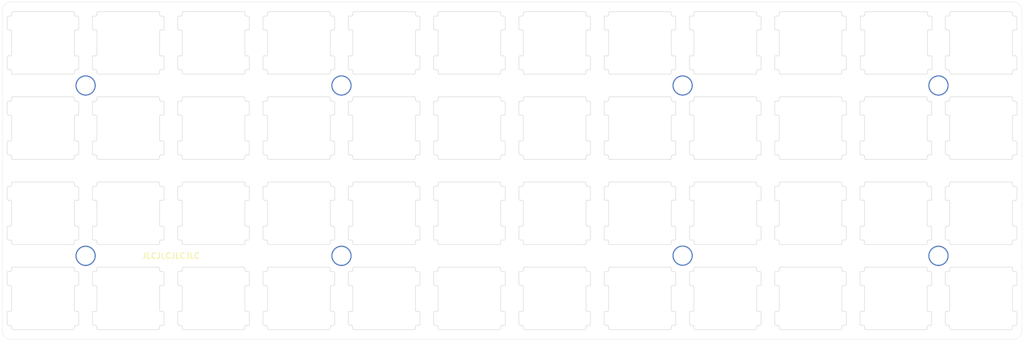
<source format=kicad_pcb>
(kicad_pcb (version 20171130) (host pcbnew "(5.1.2-1)-1")
  (layers (0 F.Cu signal) (31 B.Cu signal) (34 B.Paste user) (35 F.Paste user) (36 B.SilkS user) (37 F.SilkS user) (38 B.Mask user) (39 F.Mask user) (44 Edge.Cuts user))
  (net 0 "")
  (module random-keyboard-parts:plate_hole_4mm_tht (layer F.Cu) (at 255.5367 94.107)
    (fp_text reference H8)
    (fp_text value MountingHole)
    (pad 1 thru_hole circle (at 0.0508 -2.032) (size 4.5 4.5) (drill 4) (layers *.Cu *.Mask))
  )
  (module random-keyboard-parts:plate_hole_4mm_tht (layer F.Cu) (at 65.0367 56.007)
    (fp_text reference H7)
    (fp_text value MountingHole)
    (pad 1 thru_hole circle (at 0.0508 -2.032) (size 4.5 4.5) (drill 4) (layers *.Cu *.Mask))
  )
  (module random-keyboard-parts:MX100_slot (layer F.Cu) (at 55.5625 44.45)
    (fp_text reference U1)
    (fp_text value HOLE)
    (fp_line (start 6.7 7) (end -6.7 7) (layer Edge.Cuts) (width 0.1))
    (fp_arc (start -6.7 6.7) (end -7 6.7) (angle -90) (layer Edge.Cuts) (width 0.1))
    (fp_line (start -7 6.7) (end -7 6.3) (layer Edge.Cuts) (width 0.1))
    (fp_arc (start -6.7 -6.7) (end -6.7 -7) (angle -90) (layer Edge.Cuts) (width 0.1))
    (fp_line (start 6.7 -7) (end -6.7 -7) (layer Edge.Cuts) (width 0.1))
    (fp_line (start -7 -2.6) (end -7 2.6) (layer Edge.Cuts) (width 0.1))
    (fp_line (start -7 -6.3) (end -7 -6.7) (layer Edge.Cuts) (width 0.1))
    (fp_line (start 7 6.3) (end 7 6.7) (layer Edge.Cuts) (width 0.1))
    (fp_arc (start 6.7 -6.7) (end 7 -6.7) (angle -90) (layer Edge.Cuts) (width 0.1))
    (fp_arc (start 7.8 -3.1) (end 7.8 -2.9) (angle -90) (layer Edge.Cuts) (width 0.1))
    (fp_arc (start 7.3 -2.6) (end 7.3 -2.9) (angle -90) (layer Edge.Cuts) (width 0.1))
    (fp_line (start 7.3 -6) (end 7.7 -6) (layer Edge.Cuts) (width 0.1))
    (fp_line (start 8 -3.1) (end 8 -5.7) (layer Edge.Cuts) (width 0.1))
    (fp_line (start 7.8 -2.9) (end 7.3 -2.9) (layer Edge.Cuts) (width 0.1))
    (fp_line (start 7 2.6) (end 7 -2.6) (layer Edge.Cuts) (width 0.1))
    (fp_arc (start 6.7 6.7) (end 6.7 7) (angle -90) (layer Edge.Cuts) (width 0.1))
    (fp_arc (start 7.3 -6.3) (end 7 -6.3) (angle -90) (layer Edge.Cuts) (width 0.1))
    (fp_arc (start 7.7 -5.7) (end 8 -5.7) (angle -90) (layer Edge.Cuts) (width 0.1))
    (fp_line (start 7 -6.7) (end 7 -6.3) (layer Edge.Cuts) (width 0.1))
    (fp_arc (start 7.3 2.6) (end 7 2.6) (angle -90) (layer Edge.Cuts) (width 0.1))
    (fp_arc (start 7.7 3.2) (end 8 3.2) (angle -90) (layer Edge.Cuts) (width 0.1))
    (fp_line (start 7.8 6) (end 7.3 6) (layer Edge.Cuts) (width 0.1))
    (fp_line (start 8 5.8) (end 8 3.2) (layer Edge.Cuts) (width 0.1))
    (fp_line (start 7.3 2.9) (end 7.7 2.9) (layer Edge.Cuts) (width 0.1))
    (fp_arc (start 7.3 6.3) (end 7.3 6) (angle -90) (layer Edge.Cuts) (width 0.1))
    (fp_arc (start 7.8 5.8) (end 7.8 6) (angle -90) (layer Edge.Cuts) (width 0.1))
    (fp_arc (start -7.8 3.1) (end -7.8 2.9) (angle -90) (layer Edge.Cuts) (width 0.1))
    (fp_arc (start -7.3 2.6) (end -7.3 2.9) (angle -90) (layer Edge.Cuts) (width 0.1))
    (fp_line (start -7.3 6) (end -7.7 6) (layer Edge.Cuts) (width 0.1))
    (fp_line (start -8 3.1) (end -8 5.7) (layer Edge.Cuts) (width 0.1))
    (fp_line (start -7.8 2.9) (end -7.3 2.9) (layer Edge.Cuts) (width 0.1))
    (fp_arc (start -7.7 5.7) (end -8 5.7) (angle -90) (layer Edge.Cuts) (width 0.1))
    (fp_arc (start -7.3 6.3) (end -7 6.3) (angle -90) (layer Edge.Cuts) (width 0.1))
    (fp_line (start -7.8 -6) (end -7.3 -6) (layer Edge.Cuts) (width 0.1))
    (fp_line (start -7.3 -2.9) (end -7.7 -2.9) (layer Edge.Cuts) (width 0.1))
    (fp_line (start -8 -5.8) (end -8 -3.2) (layer Edge.Cuts) (width 0.1))
    (fp_arc (start -7.3 -6.3) (end -7.3 -6) (angle -90) (layer Edge.Cuts) (width 0.1))
    (fp_arc (start -7.3 -2.6) (end -7 -2.6) (angle -90) (layer Edge.Cuts) (width 0.1))
    (fp_arc (start -7.7 -3.2) (end -8 -3.2) (angle -90) (layer Edge.Cuts) (width 0.1))
    (fp_arc (start -7.8 -5.8) (end -7.8 -6) (angle -90) (layer Edge.Cuts) (width 0.1))
  )
  (module random-keyboard-parts:MX100_slot (layer F.Cu) (at 74.6125 44.45)
    (fp_text reference U2)
    (fp_text value HOLE)
    (fp_line (start 6.7 7) (end -6.7 7) (layer Edge.Cuts) (width 0.1))
    (fp_arc (start -6.7 6.7) (end -7 6.7) (angle -90) (layer Edge.Cuts) (width 0.1))
    (fp_line (start -7 6.7) (end -7 6.3) (layer Edge.Cuts) (width 0.1))
    (fp_arc (start -6.7 -6.7) (end -6.7 -7) (angle -90) (layer Edge.Cuts) (width 0.1))
    (fp_line (start 6.7 -7) (end -6.7 -7) (layer Edge.Cuts) (width 0.1))
    (fp_line (start -7 -2.6) (end -7 2.6) (layer Edge.Cuts) (width 0.1))
    (fp_line (start -7 -6.3) (end -7 -6.7) (layer Edge.Cuts) (width 0.1))
    (fp_line (start 7 6.3) (end 7 6.7) (layer Edge.Cuts) (width 0.1))
    (fp_arc (start 6.7 -6.7) (end 7 -6.7) (angle -90) (layer Edge.Cuts) (width 0.1))
    (fp_arc (start 7.8 -3.1) (end 7.8 -2.9) (angle -90) (layer Edge.Cuts) (width 0.1))
    (fp_arc (start 7.3 -2.6) (end 7.3 -2.9) (angle -90) (layer Edge.Cuts) (width 0.1))
    (fp_line (start 7.3 -6) (end 7.7 -6) (layer Edge.Cuts) (width 0.1))
    (fp_line (start 8 -3.1) (end 8 -5.7) (layer Edge.Cuts) (width 0.1))
    (fp_line (start 7.8 -2.9) (end 7.3 -2.9) (layer Edge.Cuts) (width 0.1))
    (fp_line (start 7 2.6) (end 7 -2.6) (layer Edge.Cuts) (width 0.1))
    (fp_arc (start 6.7 6.7) (end 6.7 7) (angle -90) (layer Edge.Cuts) (width 0.1))
    (fp_arc (start 7.3 -6.3) (end 7 -6.3) (angle -90) (layer Edge.Cuts) (width 0.1))
    (fp_arc (start 7.7 -5.7) (end 8 -5.7) (angle -90) (layer Edge.Cuts) (width 0.1))
    (fp_line (start 7 -6.7) (end 7 -6.3) (layer Edge.Cuts) (width 0.1))
    (fp_arc (start 7.3 2.6) (end 7 2.6) (angle -90) (layer Edge.Cuts) (width 0.1))
    (fp_arc (start 7.7 3.2) (end 8 3.2) (angle -90) (layer Edge.Cuts) (width 0.1))
    (fp_line (start 7.8 6) (end 7.3 6) (layer Edge.Cuts) (width 0.1))
    (fp_line (start 8 5.8) (end 8 3.2) (layer Edge.Cuts) (width 0.1))
    (fp_line (start 7.3 2.9) (end 7.7 2.9) (layer Edge.Cuts) (width 0.1))
    (fp_arc (start 7.3 6.3) (end 7.3 6) (angle -90) (layer Edge.Cuts) (width 0.1))
    (fp_arc (start 7.8 5.8) (end 7.8 6) (angle -90) (layer Edge.Cuts) (width 0.1))
    (fp_arc (start -7.8 3.1) (end -7.8 2.9) (angle -90) (layer Edge.Cuts) (width 0.1))
    (fp_arc (start -7.3 2.6) (end -7.3 2.9) (angle -90) (layer Edge.Cuts) (width 0.1))
    (fp_line (start -7.3 6) (end -7.7 6) (layer Edge.Cuts) (width 0.1))
    (fp_line (start -8 3.1) (end -8 5.7) (layer Edge.Cuts) (width 0.1))
    (fp_line (start -7.8 2.9) (end -7.3 2.9) (layer Edge.Cuts) (width 0.1))
    (fp_arc (start -7.7 5.7) (end -8 5.7) (angle -90) (layer Edge.Cuts) (width 0.1))
    (fp_arc (start -7.3 6.3) (end -7 6.3) (angle -90) (layer Edge.Cuts) (width 0.1))
    (fp_line (start -7.8 -6) (end -7.3 -6) (layer Edge.Cuts) (width 0.1))
    (fp_line (start -7.3 -2.9) (end -7.7 -2.9) (layer Edge.Cuts) (width 0.1))
    (fp_line (start -8 -5.8) (end -8 -3.2) (layer Edge.Cuts) (width 0.1))
    (fp_arc (start -7.3 -6.3) (end -7.3 -6) (angle -90) (layer Edge.Cuts) (width 0.1))
    (fp_arc (start -7.3 -2.6) (end -7 -2.6) (angle -90) (layer Edge.Cuts) (width 0.1))
    (fp_arc (start -7.7 -3.2) (end -8 -3.2) (angle -90) (layer Edge.Cuts) (width 0.1))
    (fp_arc (start -7.8 -5.8) (end -7.8 -6) (angle -90) (layer Edge.Cuts) (width 0.1))
  )
  (module random-keyboard-parts:MX100_slot (layer F.Cu) (at 93.6625 44.45)
    (fp_text reference U3)
    (fp_text value HOLE)
    (fp_line (start 6.7 7) (end -6.7 7) (layer Edge.Cuts) (width 0.1))
    (fp_arc (start -6.7 6.7) (end -7 6.7) (angle -90) (layer Edge.Cuts) (width 0.1))
    (fp_line (start -7 6.7) (end -7 6.3) (layer Edge.Cuts) (width 0.1))
    (fp_arc (start -6.7 -6.7) (end -6.7 -7) (angle -90) (layer Edge.Cuts) (width 0.1))
    (fp_line (start 6.7 -7) (end -6.7 -7) (layer Edge.Cuts) (width 0.1))
    (fp_line (start -7 -2.6) (end -7 2.6) (layer Edge.Cuts) (width 0.1))
    (fp_line (start -7 -6.3) (end -7 -6.7) (layer Edge.Cuts) (width 0.1))
    (fp_line (start 7 6.3) (end 7 6.7) (layer Edge.Cuts) (width 0.1))
    (fp_arc (start 6.7 -6.7) (end 7 -6.7) (angle -90) (layer Edge.Cuts) (width 0.1))
    (fp_arc (start 7.8 -3.1) (end 7.8 -2.9) (angle -90) (layer Edge.Cuts) (width 0.1))
    (fp_arc (start 7.3 -2.6) (end 7.3 -2.9) (angle -90) (layer Edge.Cuts) (width 0.1))
    (fp_line (start 7.3 -6) (end 7.7 -6) (layer Edge.Cuts) (width 0.1))
    (fp_line (start 8 -3.1) (end 8 -5.7) (layer Edge.Cuts) (width 0.1))
    (fp_line (start 7.8 -2.9) (end 7.3 -2.9) (layer Edge.Cuts) (width 0.1))
    (fp_line (start 7 2.6) (end 7 -2.6) (layer Edge.Cuts) (width 0.1))
    (fp_arc (start 6.7 6.7) (end 6.7 7) (angle -90) (layer Edge.Cuts) (width 0.1))
    (fp_arc (start 7.3 -6.3) (end 7 -6.3) (angle -90) (layer Edge.Cuts) (width 0.1))
    (fp_arc (start 7.7 -5.7) (end 8 -5.7) (angle -90) (layer Edge.Cuts) (width 0.1))
    (fp_line (start 7 -6.7) (end 7 -6.3) (layer Edge.Cuts) (width 0.1))
    (fp_arc (start 7.3 2.6) (end 7 2.6) (angle -90) (layer Edge.Cuts) (width 0.1))
    (fp_arc (start 7.7 3.2) (end 8 3.2) (angle -90) (layer Edge.Cuts) (width 0.1))
    (fp_line (start 7.8 6) (end 7.3 6) (layer Edge.Cuts) (width 0.1))
    (fp_line (start 8 5.8) (end 8 3.2) (layer Edge.Cuts) (width 0.1))
    (fp_line (start 7.3 2.9) (end 7.7 2.9) (layer Edge.Cuts) (width 0.1))
    (fp_arc (start 7.3 6.3) (end 7.3 6) (angle -90) (layer Edge.Cuts) (width 0.1))
    (fp_arc (start 7.8 5.8) (end 7.8 6) (angle -90) (layer Edge.Cuts) (width 0.1))
    (fp_arc (start -7.8 3.1) (end -7.8 2.9) (angle -90) (layer Edge.Cuts) (width 0.1))
    (fp_arc (start -7.3 2.6) (end -7.3 2.9) (angle -90) (layer Edge.Cuts) (width 0.1))
    (fp_line (start -7.3 6) (end -7.7 6) (layer Edge.Cuts) (width 0.1))
    (fp_line (start -8 3.1) (end -8 5.7) (layer Edge.Cuts) (width 0.1))
    (fp_line (start -7.8 2.9) (end -7.3 2.9) (layer Edge.Cuts) (width 0.1))
    (fp_arc (start -7.7 5.7) (end -8 5.7) (angle -90) (layer Edge.Cuts) (width 0.1))
    (fp_arc (start -7.3 6.3) (end -7 6.3) (angle -90) (layer Edge.Cuts) (width 0.1))
    (fp_line (start -7.8 -6) (end -7.3 -6) (layer Edge.Cuts) (width 0.1))
    (fp_line (start -7.3 -2.9) (end -7.7 -2.9) (layer Edge.Cuts) (width 0.1))
    (fp_line (start -8 -5.8) (end -8 -3.2) (layer Edge.Cuts) (width 0.1))
    (fp_arc (start -7.3 -6.3) (end -7.3 -6) (angle -90) (layer Edge.Cuts) (width 0.1))
    (fp_arc (start -7.3 -2.6) (end -7 -2.6) (angle -90) (layer Edge.Cuts) (width 0.1))
    (fp_arc (start -7.7 -3.2) (end -8 -3.2) (angle -90) (layer Edge.Cuts) (width 0.1))
    (fp_arc (start -7.8 -5.8) (end -7.8 -6) (angle -90) (layer Edge.Cuts) (width 0.1))
  )
  (module random-keyboard-parts:MX100_slot (layer F.Cu) (at 112.7125 44.45)
    (fp_text reference U4)
    (fp_text value HOLE)
    (fp_line (start 6.7 7) (end -6.7 7) (layer Edge.Cuts) (width 0.1))
    (fp_arc (start -6.7 6.7) (end -7 6.7) (angle -90) (layer Edge.Cuts) (width 0.1))
    (fp_line (start -7 6.7) (end -7 6.3) (layer Edge.Cuts) (width 0.1))
    (fp_arc (start -6.7 -6.7) (end -6.7 -7) (angle -90) (layer Edge.Cuts) (width 0.1))
    (fp_line (start 6.7 -7) (end -6.7 -7) (layer Edge.Cuts) (width 0.1))
    (fp_line (start -7 -2.6) (end -7 2.6) (layer Edge.Cuts) (width 0.1))
    (fp_line (start -7 -6.3) (end -7 -6.7) (layer Edge.Cuts) (width 0.1))
    (fp_line (start 7 6.3) (end 7 6.7) (layer Edge.Cuts) (width 0.1))
    (fp_arc (start 6.7 -6.7) (end 7 -6.7) (angle -90) (layer Edge.Cuts) (width 0.1))
    (fp_arc (start 7.8 -3.1) (end 7.8 -2.9) (angle -90) (layer Edge.Cuts) (width 0.1))
    (fp_arc (start 7.3 -2.6) (end 7.3 -2.9) (angle -90) (layer Edge.Cuts) (width 0.1))
    (fp_line (start 7.3 -6) (end 7.7 -6) (layer Edge.Cuts) (width 0.1))
    (fp_line (start 8 -3.1) (end 8 -5.7) (layer Edge.Cuts) (width 0.1))
    (fp_line (start 7.8 -2.9) (end 7.3 -2.9) (layer Edge.Cuts) (width 0.1))
    (fp_line (start 7 2.6) (end 7 -2.6) (layer Edge.Cuts) (width 0.1))
    (fp_arc (start 6.7 6.7) (end 6.7 7) (angle -90) (layer Edge.Cuts) (width 0.1))
    (fp_arc (start 7.3 -6.3) (end 7 -6.3) (angle -90) (layer Edge.Cuts) (width 0.1))
    (fp_arc (start 7.7 -5.7) (end 8 -5.7) (angle -90) (layer Edge.Cuts) (width 0.1))
    (fp_line (start 7 -6.7) (end 7 -6.3) (layer Edge.Cuts) (width 0.1))
    (fp_arc (start 7.3 2.6) (end 7 2.6) (angle -90) (layer Edge.Cuts) (width 0.1))
    (fp_arc (start 7.7 3.2) (end 8 3.2) (angle -90) (layer Edge.Cuts) (width 0.1))
    (fp_line (start 7.8 6) (end 7.3 6) (layer Edge.Cuts) (width 0.1))
    (fp_line (start 8 5.8) (end 8 3.2) (layer Edge.Cuts) (width 0.1))
    (fp_line (start 7.3 2.9) (end 7.7 2.9) (layer Edge.Cuts) (width 0.1))
    (fp_arc (start 7.3 6.3) (end 7.3 6) (angle -90) (layer Edge.Cuts) (width 0.1))
    (fp_arc (start 7.8 5.8) (end 7.8 6) (angle -90) (layer Edge.Cuts) (width 0.1))
    (fp_arc (start -7.8 3.1) (end -7.8 2.9) (angle -90) (layer Edge.Cuts) (width 0.1))
    (fp_arc (start -7.3 2.6) (end -7.3 2.9) (angle -90) (layer Edge.Cuts) (width 0.1))
    (fp_line (start -7.3 6) (end -7.7 6) (layer Edge.Cuts) (width 0.1))
    (fp_line (start -8 3.1) (end -8 5.7) (layer Edge.Cuts) (width 0.1))
    (fp_line (start -7.8 2.9) (end -7.3 2.9) (layer Edge.Cuts) (width 0.1))
    (fp_arc (start -7.7 5.7) (end -8 5.7) (angle -90) (layer Edge.Cuts) (width 0.1))
    (fp_arc (start -7.3 6.3) (end -7 6.3) (angle -90) (layer Edge.Cuts) (width 0.1))
    (fp_line (start -7.8 -6) (end -7.3 -6) (layer Edge.Cuts) (width 0.1))
    (fp_line (start -7.3 -2.9) (end -7.7 -2.9) (layer Edge.Cuts) (width 0.1))
    (fp_line (start -8 -5.8) (end -8 -3.2) (layer Edge.Cuts) (width 0.1))
    (fp_arc (start -7.3 -6.3) (end -7.3 -6) (angle -90) (layer Edge.Cuts) (width 0.1))
    (fp_arc (start -7.3 -2.6) (end -7 -2.6) (angle -90) (layer Edge.Cuts) (width 0.1))
    (fp_arc (start -7.7 -3.2) (end -8 -3.2) (angle -90) (layer Edge.Cuts) (width 0.1))
    (fp_arc (start -7.8 -5.8) (end -7.8 -6) (angle -90) (layer Edge.Cuts) (width 0.1))
  )
  (module random-keyboard-parts:MX100_slot (layer F.Cu) (at 131.7625 44.45)
    (fp_text reference U5)
    (fp_text value HOLE)
    (fp_line (start 6.7 7) (end -6.7 7) (layer Edge.Cuts) (width 0.1))
    (fp_arc (start -6.7 6.7) (end -7 6.7) (angle -90) (layer Edge.Cuts) (width 0.1))
    (fp_line (start -7 6.7) (end -7 6.3) (layer Edge.Cuts) (width 0.1))
    (fp_arc (start -6.7 -6.7) (end -6.7 -7) (angle -90) (layer Edge.Cuts) (width 0.1))
    (fp_line (start 6.7 -7) (end -6.7 -7) (layer Edge.Cuts) (width 0.1))
    (fp_line (start -7 -2.6) (end -7 2.6) (layer Edge.Cuts) (width 0.1))
    (fp_line (start -7 -6.3) (end -7 -6.7) (layer Edge.Cuts) (width 0.1))
    (fp_line (start 7 6.3) (end 7 6.7) (layer Edge.Cuts) (width 0.1))
    (fp_arc (start 6.7 -6.7) (end 7 -6.7) (angle -90) (layer Edge.Cuts) (width 0.1))
    (fp_arc (start 7.8 -3.1) (end 7.8 -2.9) (angle -90) (layer Edge.Cuts) (width 0.1))
    (fp_arc (start 7.3 -2.6) (end 7.3 -2.9) (angle -90) (layer Edge.Cuts) (width 0.1))
    (fp_line (start 7.3 -6) (end 7.7 -6) (layer Edge.Cuts) (width 0.1))
    (fp_line (start 8 -3.1) (end 8 -5.7) (layer Edge.Cuts) (width 0.1))
    (fp_line (start 7.8 -2.9) (end 7.3 -2.9) (layer Edge.Cuts) (width 0.1))
    (fp_line (start 7 2.6) (end 7 -2.6) (layer Edge.Cuts) (width 0.1))
    (fp_arc (start 6.7 6.7) (end 6.7 7) (angle -90) (layer Edge.Cuts) (width 0.1))
    (fp_arc (start 7.3 -6.3) (end 7 -6.3) (angle -90) (layer Edge.Cuts) (width 0.1))
    (fp_arc (start 7.7 -5.7) (end 8 -5.7) (angle -90) (layer Edge.Cuts) (width 0.1))
    (fp_line (start 7 -6.7) (end 7 -6.3) (layer Edge.Cuts) (width 0.1))
    (fp_arc (start 7.3 2.6) (end 7 2.6) (angle -90) (layer Edge.Cuts) (width 0.1))
    (fp_arc (start 7.7 3.2) (end 8 3.2) (angle -90) (layer Edge.Cuts) (width 0.1))
    (fp_line (start 7.8 6) (end 7.3 6) (layer Edge.Cuts) (width 0.1))
    (fp_line (start 8 5.8) (end 8 3.2) (layer Edge.Cuts) (width 0.1))
    (fp_line (start 7.3 2.9) (end 7.7 2.9) (layer Edge.Cuts) (width 0.1))
    (fp_arc (start 7.3 6.3) (end 7.3 6) (angle -90) (layer Edge.Cuts) (width 0.1))
    (fp_arc (start 7.8 5.8) (end 7.8 6) (angle -90) (layer Edge.Cuts) (width 0.1))
    (fp_arc (start -7.8 3.1) (end -7.8 2.9) (angle -90) (layer Edge.Cuts) (width 0.1))
    (fp_arc (start -7.3 2.6) (end -7.3 2.9) (angle -90) (layer Edge.Cuts) (width 0.1))
    (fp_line (start -7.3 6) (end -7.7 6) (layer Edge.Cuts) (width 0.1))
    (fp_line (start -8 3.1) (end -8 5.7) (layer Edge.Cuts) (width 0.1))
    (fp_line (start -7.8 2.9) (end -7.3 2.9) (layer Edge.Cuts) (width 0.1))
    (fp_arc (start -7.7 5.7) (end -8 5.7) (angle -90) (layer Edge.Cuts) (width 0.1))
    (fp_arc (start -7.3 6.3) (end -7 6.3) (angle -90) (layer Edge.Cuts) (width 0.1))
    (fp_line (start -7.8 -6) (end -7.3 -6) (layer Edge.Cuts) (width 0.1))
    (fp_line (start -7.3 -2.9) (end -7.7 -2.9) (layer Edge.Cuts) (width 0.1))
    (fp_line (start -8 -5.8) (end -8 -3.2) (layer Edge.Cuts) (width 0.1))
    (fp_arc (start -7.3 -6.3) (end -7.3 -6) (angle -90) (layer Edge.Cuts) (width 0.1))
    (fp_arc (start -7.3 -2.6) (end -7 -2.6) (angle -90) (layer Edge.Cuts) (width 0.1))
    (fp_arc (start -7.7 -3.2) (end -8 -3.2) (angle -90) (layer Edge.Cuts) (width 0.1))
    (fp_arc (start -7.8 -5.8) (end -7.8 -6) (angle -90) (layer Edge.Cuts) (width 0.1))
  )
  (module random-keyboard-parts:MX100_slot (layer F.Cu) (at 150.8125 44.45)
    (fp_text reference U6)
    (fp_text value HOLE)
    (fp_line (start 6.7 7) (end -6.7 7) (layer Edge.Cuts) (width 0.1))
    (fp_arc (start -6.7 6.7) (end -7 6.7) (angle -90) (layer Edge.Cuts) (width 0.1))
    (fp_line (start -7 6.7) (end -7 6.3) (layer Edge.Cuts) (width 0.1))
    (fp_arc (start -6.7 -6.7) (end -6.7 -7) (angle -90) (layer Edge.Cuts) (width 0.1))
    (fp_line (start 6.7 -7) (end -6.7 -7) (layer Edge.Cuts) (width 0.1))
    (fp_line (start -7 -2.6) (end -7 2.6) (layer Edge.Cuts) (width 0.1))
    (fp_line (start -7 -6.3) (end -7 -6.7) (layer Edge.Cuts) (width 0.1))
    (fp_line (start 7 6.3) (end 7 6.7) (layer Edge.Cuts) (width 0.1))
    (fp_arc (start 6.7 -6.7) (end 7 -6.7) (angle -90) (layer Edge.Cuts) (width 0.1))
    (fp_arc (start 7.8 -3.1) (end 7.8 -2.9) (angle -90) (layer Edge.Cuts) (width 0.1))
    (fp_arc (start 7.3 -2.6) (end 7.3 -2.9) (angle -90) (layer Edge.Cuts) (width 0.1))
    (fp_line (start 7.3 -6) (end 7.7 -6) (layer Edge.Cuts) (width 0.1))
    (fp_line (start 8 -3.1) (end 8 -5.7) (layer Edge.Cuts) (width 0.1))
    (fp_line (start 7.8 -2.9) (end 7.3 -2.9) (layer Edge.Cuts) (width 0.1))
    (fp_line (start 7 2.6) (end 7 -2.6) (layer Edge.Cuts) (width 0.1))
    (fp_arc (start 6.7 6.7) (end 6.7 7) (angle -90) (layer Edge.Cuts) (width 0.1))
    (fp_arc (start 7.3 -6.3) (end 7 -6.3) (angle -90) (layer Edge.Cuts) (width 0.1))
    (fp_arc (start 7.7 -5.7) (end 8 -5.7) (angle -90) (layer Edge.Cuts) (width 0.1))
    (fp_line (start 7 -6.7) (end 7 -6.3) (layer Edge.Cuts) (width 0.1))
    (fp_arc (start 7.3 2.6) (end 7 2.6) (angle -90) (layer Edge.Cuts) (width 0.1))
    (fp_arc (start 7.7 3.2) (end 8 3.2) (angle -90) (layer Edge.Cuts) (width 0.1))
    (fp_line (start 7.8 6) (end 7.3 6) (layer Edge.Cuts) (width 0.1))
    (fp_line (start 8 5.8) (end 8 3.2) (layer Edge.Cuts) (width 0.1))
    (fp_line (start 7.3 2.9) (end 7.7 2.9) (layer Edge.Cuts) (width 0.1))
    (fp_arc (start 7.3 6.3) (end 7.3 6) (angle -90) (layer Edge.Cuts) (width 0.1))
    (fp_arc (start 7.8 5.8) (end 7.8 6) (angle -90) (layer Edge.Cuts) (width 0.1))
    (fp_arc (start -7.8 3.1) (end -7.8 2.9) (angle -90) (layer Edge.Cuts) (width 0.1))
    (fp_arc (start -7.3 2.6) (end -7.3 2.9) (angle -90) (layer Edge.Cuts) (width 0.1))
    (fp_line (start -7.3 6) (end -7.7 6) (layer Edge.Cuts) (width 0.1))
    (fp_line (start -8 3.1) (end -8 5.7) (layer Edge.Cuts) (width 0.1))
    (fp_line (start -7.8 2.9) (end -7.3 2.9) (layer Edge.Cuts) (width 0.1))
    (fp_arc (start -7.7 5.7) (end -8 5.7) (angle -90) (layer Edge.Cuts) (width 0.1))
    (fp_arc (start -7.3 6.3) (end -7 6.3) (angle -90) (layer Edge.Cuts) (width 0.1))
    (fp_line (start -7.8 -6) (end -7.3 -6) (layer Edge.Cuts) (width 0.1))
    (fp_line (start -7.3 -2.9) (end -7.7 -2.9) (layer Edge.Cuts) (width 0.1))
    (fp_line (start -8 -5.8) (end -8 -3.2) (layer Edge.Cuts) (width 0.1))
    (fp_arc (start -7.3 -6.3) (end -7.3 -6) (angle -90) (layer Edge.Cuts) (width 0.1))
    (fp_arc (start -7.3 -2.6) (end -7 -2.6) (angle -90) (layer Edge.Cuts) (width 0.1))
    (fp_arc (start -7.7 -3.2) (end -8 -3.2) (angle -90) (layer Edge.Cuts) (width 0.1))
    (fp_arc (start -7.8 -5.8) (end -7.8 -6) (angle -90) (layer Edge.Cuts) (width 0.1))
  )
  (module random-keyboard-parts:MX100_slot (layer F.Cu) (at 169.8625 44.45)
    (fp_text reference U7)
    (fp_text value HOLE)
    (fp_line (start 6.7 7) (end -6.7 7) (layer Edge.Cuts) (width 0.1))
    (fp_arc (start -6.7 6.7) (end -7 6.7) (angle -90) (layer Edge.Cuts) (width 0.1))
    (fp_line (start -7 6.7) (end -7 6.3) (layer Edge.Cuts) (width 0.1))
    (fp_arc (start -6.7 -6.7) (end -6.7 -7) (angle -90) (layer Edge.Cuts) (width 0.1))
    (fp_line (start 6.7 -7) (end -6.7 -7) (layer Edge.Cuts) (width 0.1))
    (fp_line (start -7 -2.6) (end -7 2.6) (layer Edge.Cuts) (width 0.1))
    (fp_line (start -7 -6.3) (end -7 -6.7) (layer Edge.Cuts) (width 0.1))
    (fp_line (start 7 6.3) (end 7 6.7) (layer Edge.Cuts) (width 0.1))
    (fp_arc (start 6.7 -6.7) (end 7 -6.7) (angle -90) (layer Edge.Cuts) (width 0.1))
    (fp_arc (start 7.8 -3.1) (end 7.8 -2.9) (angle -90) (layer Edge.Cuts) (width 0.1))
    (fp_arc (start 7.3 -2.6) (end 7.3 -2.9) (angle -90) (layer Edge.Cuts) (width 0.1))
    (fp_line (start 7.3 -6) (end 7.7 -6) (layer Edge.Cuts) (width 0.1))
    (fp_line (start 8 -3.1) (end 8 -5.7) (layer Edge.Cuts) (width 0.1))
    (fp_line (start 7.8 -2.9) (end 7.3 -2.9) (layer Edge.Cuts) (width 0.1))
    (fp_line (start 7 2.6) (end 7 -2.6) (layer Edge.Cuts) (width 0.1))
    (fp_arc (start 6.7 6.7) (end 6.7 7) (angle -90) (layer Edge.Cuts) (width 0.1))
    (fp_arc (start 7.3 -6.3) (end 7 -6.3) (angle -90) (layer Edge.Cuts) (width 0.1))
    (fp_arc (start 7.7 -5.7) (end 8 -5.7) (angle -90) (layer Edge.Cuts) (width 0.1))
    (fp_line (start 7 -6.7) (end 7 -6.3) (layer Edge.Cuts) (width 0.1))
    (fp_arc (start 7.3 2.6) (end 7 2.6) (angle -90) (layer Edge.Cuts) (width 0.1))
    (fp_arc (start 7.7 3.2) (end 8 3.2) (angle -90) (layer Edge.Cuts) (width 0.1))
    (fp_line (start 7.8 6) (end 7.3 6) (layer Edge.Cuts) (width 0.1))
    (fp_line (start 8 5.8) (end 8 3.2) (layer Edge.Cuts) (width 0.1))
    (fp_line (start 7.3 2.9) (end 7.7 2.9) (layer Edge.Cuts) (width 0.1))
    (fp_arc (start 7.3 6.3) (end 7.3 6) (angle -90) (layer Edge.Cuts) (width 0.1))
    (fp_arc (start 7.8 5.8) (end 7.8 6) (angle -90) (layer Edge.Cuts) (width 0.1))
    (fp_arc (start -7.8 3.1) (end -7.8 2.9) (angle -90) (layer Edge.Cuts) (width 0.1))
    (fp_arc (start -7.3 2.6) (end -7.3 2.9) (angle -90) (layer Edge.Cuts) (width 0.1))
    (fp_line (start -7.3 6) (end -7.7 6) (layer Edge.Cuts) (width 0.1))
    (fp_line (start -8 3.1) (end -8 5.7) (layer Edge.Cuts) (width 0.1))
    (fp_line (start -7.8 2.9) (end -7.3 2.9) (layer Edge.Cuts) (width 0.1))
    (fp_arc (start -7.7 5.7) (end -8 5.7) (angle -90) (layer Edge.Cuts) (width 0.1))
    (fp_arc (start -7.3 6.3) (end -7 6.3) (angle -90) (layer Edge.Cuts) (width 0.1))
    (fp_line (start -7.8 -6) (end -7.3 -6) (layer Edge.Cuts) (width 0.1))
    (fp_line (start -7.3 -2.9) (end -7.7 -2.9) (layer Edge.Cuts) (width 0.1))
    (fp_line (start -8 -5.8) (end -8 -3.2) (layer Edge.Cuts) (width 0.1))
    (fp_arc (start -7.3 -6.3) (end -7.3 -6) (angle -90) (layer Edge.Cuts) (width 0.1))
    (fp_arc (start -7.3 -2.6) (end -7 -2.6) (angle -90) (layer Edge.Cuts) (width 0.1))
    (fp_arc (start -7.7 -3.2) (end -8 -3.2) (angle -90) (layer Edge.Cuts) (width 0.1))
    (fp_arc (start -7.8 -5.8) (end -7.8 -6) (angle -90) (layer Edge.Cuts) (width 0.1))
  )
  (module random-keyboard-parts:MX100_slot (layer F.Cu) (at 188.9125 44.45)
    (fp_text reference U8)
    (fp_text value HOLE)
    (fp_line (start 6.7 7) (end -6.7 7) (layer Edge.Cuts) (width 0.1))
    (fp_arc (start -6.7 6.7) (end -7 6.7) (angle -90) (layer Edge.Cuts) (width 0.1))
    (fp_line (start -7 6.7) (end -7 6.3) (layer Edge.Cuts) (width 0.1))
    (fp_arc (start -6.7 -6.7) (end -6.7 -7) (angle -90) (layer Edge.Cuts) (width 0.1))
    (fp_line (start 6.7 -7) (end -6.7 -7) (layer Edge.Cuts) (width 0.1))
    (fp_line (start -7 -2.6) (end -7 2.6) (layer Edge.Cuts) (width 0.1))
    (fp_line (start -7 -6.3) (end -7 -6.7) (layer Edge.Cuts) (width 0.1))
    (fp_line (start 7 6.3) (end 7 6.7) (layer Edge.Cuts) (width 0.1))
    (fp_arc (start 6.7 -6.7) (end 7 -6.7) (angle -90) (layer Edge.Cuts) (width 0.1))
    (fp_arc (start 7.8 -3.1) (end 7.8 -2.9) (angle -90) (layer Edge.Cuts) (width 0.1))
    (fp_arc (start 7.3 -2.6) (end 7.3 -2.9) (angle -90) (layer Edge.Cuts) (width 0.1))
    (fp_line (start 7.3 -6) (end 7.7 -6) (layer Edge.Cuts) (width 0.1))
    (fp_line (start 8 -3.1) (end 8 -5.7) (layer Edge.Cuts) (width 0.1))
    (fp_line (start 7.8 -2.9) (end 7.3 -2.9) (layer Edge.Cuts) (width 0.1))
    (fp_line (start 7 2.6) (end 7 -2.6) (layer Edge.Cuts) (width 0.1))
    (fp_arc (start 6.7 6.7) (end 6.7 7) (angle -90) (layer Edge.Cuts) (width 0.1))
    (fp_arc (start 7.3 -6.3) (end 7 -6.3) (angle -90) (layer Edge.Cuts) (width 0.1))
    (fp_arc (start 7.7 -5.7) (end 8 -5.7) (angle -90) (layer Edge.Cuts) (width 0.1))
    (fp_line (start 7 -6.7) (end 7 -6.3) (layer Edge.Cuts) (width 0.1))
    (fp_arc (start 7.3 2.6) (end 7 2.6) (angle -90) (layer Edge.Cuts) (width 0.1))
    (fp_arc (start 7.7 3.2) (end 8 3.2) (angle -90) (layer Edge.Cuts) (width 0.1))
    (fp_line (start 7.8 6) (end 7.3 6) (layer Edge.Cuts) (width 0.1))
    (fp_line (start 8 5.8) (end 8 3.2) (layer Edge.Cuts) (width 0.1))
    (fp_line (start 7.3 2.9) (end 7.7 2.9) (layer Edge.Cuts) (width 0.1))
    (fp_arc (start 7.3 6.3) (end 7.3 6) (angle -90) (layer Edge.Cuts) (width 0.1))
    (fp_arc (start 7.8 5.8) (end 7.8 6) (angle -90) (layer Edge.Cuts) (width 0.1))
    (fp_arc (start -7.8 3.1) (end -7.8 2.9) (angle -90) (layer Edge.Cuts) (width 0.1))
    (fp_arc (start -7.3 2.6) (end -7.3 2.9) (angle -90) (layer Edge.Cuts) (width 0.1))
    (fp_line (start -7.3 6) (end -7.7 6) (layer Edge.Cuts) (width 0.1))
    (fp_line (start -8 3.1) (end -8 5.7) (layer Edge.Cuts) (width 0.1))
    (fp_line (start -7.8 2.9) (end -7.3 2.9) (layer Edge.Cuts) (width 0.1))
    (fp_arc (start -7.7 5.7) (end -8 5.7) (angle -90) (layer Edge.Cuts) (width 0.1))
    (fp_arc (start -7.3 6.3) (end -7 6.3) (angle -90) (layer Edge.Cuts) (width 0.1))
    (fp_line (start -7.8 -6) (end -7.3 -6) (layer Edge.Cuts) (width 0.1))
    (fp_line (start -7.3 -2.9) (end -7.7 -2.9) (layer Edge.Cuts) (width 0.1))
    (fp_line (start -8 -5.8) (end -8 -3.2) (layer Edge.Cuts) (width 0.1))
    (fp_arc (start -7.3 -6.3) (end -7.3 -6) (angle -90) (layer Edge.Cuts) (width 0.1))
    (fp_arc (start -7.3 -2.6) (end -7 -2.6) (angle -90) (layer Edge.Cuts) (width 0.1))
    (fp_arc (start -7.7 -3.2) (end -8 -3.2) (angle -90) (layer Edge.Cuts) (width 0.1))
    (fp_arc (start -7.8 -5.8) (end -7.8 -6) (angle -90) (layer Edge.Cuts) (width 0.1))
  )
  (module random-keyboard-parts:MX100_slot (layer F.Cu) (at 207.9625 44.45)
    (fp_text reference U9)
    (fp_text value HOLE)
    (fp_line (start 6.7 7) (end -6.7 7) (layer Edge.Cuts) (width 0.1))
    (fp_arc (start -6.7 6.7) (end -7 6.7) (angle -90) (layer Edge.Cuts) (width 0.1))
    (fp_line (start -7 6.7) (end -7 6.3) (layer Edge.Cuts) (width 0.1))
    (fp_arc (start -6.7 -6.7) (end -6.7 -7) (angle -90) (layer Edge.Cuts) (width 0.1))
    (fp_line (start 6.7 -7) (end -6.7 -7) (layer Edge.Cuts) (width 0.1))
    (fp_line (start -7 -2.6) (end -7 2.6) (layer Edge.Cuts) (width 0.1))
    (fp_line (start -7 -6.3) (end -7 -6.7) (layer Edge.Cuts) (width 0.1))
    (fp_line (start 7 6.3) (end 7 6.7) (layer Edge.Cuts) (width 0.1))
    (fp_arc (start 6.7 -6.7) (end 7 -6.7) (angle -90) (layer Edge.Cuts) (width 0.1))
    (fp_arc (start 7.8 -3.1) (end 7.8 -2.9) (angle -90) (layer Edge.Cuts) (width 0.1))
    (fp_arc (start 7.3 -2.6) (end 7.3 -2.9) (angle -90) (layer Edge.Cuts) (width 0.1))
    (fp_line (start 7.3 -6) (end 7.7 -6) (layer Edge.Cuts) (width 0.1))
    (fp_line (start 8 -3.1) (end 8 -5.7) (layer Edge.Cuts) (width 0.1))
    (fp_line (start 7.8 -2.9) (end 7.3 -2.9) (layer Edge.Cuts) (width 0.1))
    (fp_line (start 7 2.6) (end 7 -2.6) (layer Edge.Cuts) (width 0.1))
    (fp_arc (start 6.7 6.7) (end 6.7 7) (angle -90) (layer Edge.Cuts) (width 0.1))
    (fp_arc (start 7.3 -6.3) (end 7 -6.3) (angle -90) (layer Edge.Cuts) (width 0.1))
    (fp_arc (start 7.7 -5.7) (end 8 -5.7) (angle -90) (layer Edge.Cuts) (width 0.1))
    (fp_line (start 7 -6.7) (end 7 -6.3) (layer Edge.Cuts) (width 0.1))
    (fp_arc (start 7.3 2.6) (end 7 2.6) (angle -90) (layer Edge.Cuts) (width 0.1))
    (fp_arc (start 7.7 3.2) (end 8 3.2) (angle -90) (layer Edge.Cuts) (width 0.1))
    (fp_line (start 7.8 6) (end 7.3 6) (layer Edge.Cuts) (width 0.1))
    (fp_line (start 8 5.8) (end 8 3.2) (layer Edge.Cuts) (width 0.1))
    (fp_line (start 7.3 2.9) (end 7.7 2.9) (layer Edge.Cuts) (width 0.1))
    (fp_arc (start 7.3 6.3) (end 7.3 6) (angle -90) (layer Edge.Cuts) (width 0.1))
    (fp_arc (start 7.8 5.8) (end 7.8 6) (angle -90) (layer Edge.Cuts) (width 0.1))
    (fp_arc (start -7.8 3.1) (end -7.8 2.9) (angle -90) (layer Edge.Cuts) (width 0.1))
    (fp_arc (start -7.3 2.6) (end -7.3 2.9) (angle -90) (layer Edge.Cuts) (width 0.1))
    (fp_line (start -7.3 6) (end -7.7 6) (layer Edge.Cuts) (width 0.1))
    (fp_line (start -8 3.1) (end -8 5.7) (layer Edge.Cuts) (width 0.1))
    (fp_line (start -7.8 2.9) (end -7.3 2.9) (layer Edge.Cuts) (width 0.1))
    (fp_arc (start -7.7 5.7) (end -8 5.7) (angle -90) (layer Edge.Cuts) (width 0.1))
    (fp_arc (start -7.3 6.3) (end -7 6.3) (angle -90) (layer Edge.Cuts) (width 0.1))
    (fp_line (start -7.8 -6) (end -7.3 -6) (layer Edge.Cuts) (width 0.1))
    (fp_line (start -7.3 -2.9) (end -7.7 -2.9) (layer Edge.Cuts) (width 0.1))
    (fp_line (start -8 -5.8) (end -8 -3.2) (layer Edge.Cuts) (width 0.1))
    (fp_arc (start -7.3 -6.3) (end -7.3 -6) (angle -90) (layer Edge.Cuts) (width 0.1))
    (fp_arc (start -7.3 -2.6) (end -7 -2.6) (angle -90) (layer Edge.Cuts) (width 0.1))
    (fp_arc (start -7.7 -3.2) (end -8 -3.2) (angle -90) (layer Edge.Cuts) (width 0.1))
    (fp_arc (start -7.8 -5.8) (end -7.8 -6) (angle -90) (layer Edge.Cuts) (width 0.1))
  )
  (module random-keyboard-parts:MX100_slot (layer F.Cu) (at 227.0125 44.45)
    (fp_text reference U10)
    (fp_text value HOLE)
    (fp_line (start 6.7 7) (end -6.7 7) (layer Edge.Cuts) (width 0.1))
    (fp_arc (start -6.7 6.7) (end -7 6.7) (angle -90) (layer Edge.Cuts) (width 0.1))
    (fp_line (start -7 6.7) (end -7 6.3) (layer Edge.Cuts) (width 0.1))
    (fp_arc (start -6.7 -6.7) (end -6.7 -7) (angle -90) (layer Edge.Cuts) (width 0.1))
    (fp_line (start 6.7 -7) (end -6.7 -7) (layer Edge.Cuts) (width 0.1))
    (fp_line (start -7 -2.6) (end -7 2.6) (layer Edge.Cuts) (width 0.1))
    (fp_line (start -7 -6.3) (end -7 -6.7) (layer Edge.Cuts) (width 0.1))
    (fp_line (start 7 6.3) (end 7 6.7) (layer Edge.Cuts) (width 0.1))
    (fp_arc (start 6.7 -6.7) (end 7 -6.7) (angle -90) (layer Edge.Cuts) (width 0.1))
    (fp_arc (start 7.8 -3.1) (end 7.8 -2.9) (angle -90) (layer Edge.Cuts) (width 0.1))
    (fp_arc (start 7.3 -2.6) (end 7.3 -2.9) (angle -90) (layer Edge.Cuts) (width 0.1))
    (fp_line (start 7.3 -6) (end 7.7 -6) (layer Edge.Cuts) (width 0.1))
    (fp_line (start 8 -3.1) (end 8 -5.7) (layer Edge.Cuts) (width 0.1))
    (fp_line (start 7.8 -2.9) (end 7.3 -2.9) (layer Edge.Cuts) (width 0.1))
    (fp_line (start 7 2.6) (end 7 -2.6) (layer Edge.Cuts) (width 0.1))
    (fp_arc (start 6.7 6.7) (end 6.7 7) (angle -90) (layer Edge.Cuts) (width 0.1))
    (fp_arc (start 7.3 -6.3) (end 7 -6.3) (angle -90) (layer Edge.Cuts) (width 0.1))
    (fp_arc (start 7.7 -5.7) (end 8 -5.7) (angle -90) (layer Edge.Cuts) (width 0.1))
    (fp_line (start 7 -6.7) (end 7 -6.3) (layer Edge.Cuts) (width 0.1))
    (fp_arc (start 7.3 2.6) (end 7 2.6) (angle -90) (layer Edge.Cuts) (width 0.1))
    (fp_arc (start 7.7 3.2) (end 8 3.2) (angle -90) (layer Edge.Cuts) (width 0.1))
    (fp_line (start 7.8 6) (end 7.3 6) (layer Edge.Cuts) (width 0.1))
    (fp_line (start 8 5.8) (end 8 3.2) (layer Edge.Cuts) (width 0.1))
    (fp_line (start 7.3 2.9) (end 7.7 2.9) (layer Edge.Cuts) (width 0.1))
    (fp_arc (start 7.3 6.3) (end 7.3 6) (angle -90) (layer Edge.Cuts) (width 0.1))
    (fp_arc (start 7.8 5.8) (end 7.8 6) (angle -90) (layer Edge.Cuts) (width 0.1))
    (fp_arc (start -7.8 3.1) (end -7.8 2.9) (angle -90) (layer Edge.Cuts) (width 0.1))
    (fp_arc (start -7.3 2.6) (end -7.3 2.9) (angle -90) (layer Edge.Cuts) (width 0.1))
    (fp_line (start -7.3 6) (end -7.7 6) (layer Edge.Cuts) (width 0.1))
    (fp_line (start -8 3.1) (end -8 5.7) (layer Edge.Cuts) (width 0.1))
    (fp_line (start -7.8 2.9) (end -7.3 2.9) (layer Edge.Cuts) (width 0.1))
    (fp_arc (start -7.7 5.7) (end -8 5.7) (angle -90) (layer Edge.Cuts) (width 0.1))
    (fp_arc (start -7.3 6.3) (end -7 6.3) (angle -90) (layer Edge.Cuts) (width 0.1))
    (fp_line (start -7.8 -6) (end -7.3 -6) (layer Edge.Cuts) (width 0.1))
    (fp_line (start -7.3 -2.9) (end -7.7 -2.9) (layer Edge.Cuts) (width 0.1))
    (fp_line (start -8 -5.8) (end -8 -3.2) (layer Edge.Cuts) (width 0.1))
    (fp_arc (start -7.3 -6.3) (end -7.3 -6) (angle -90) (layer Edge.Cuts) (width 0.1))
    (fp_arc (start -7.3 -2.6) (end -7 -2.6) (angle -90) (layer Edge.Cuts) (width 0.1))
    (fp_arc (start -7.7 -3.2) (end -8 -3.2) (angle -90) (layer Edge.Cuts) (width 0.1))
    (fp_arc (start -7.8 -5.8) (end -7.8 -6) (angle -90) (layer Edge.Cuts) (width 0.1))
  )
  (module random-keyboard-parts:MX100_slot (layer F.Cu) (at 246.137501 44.45)
    (fp_text reference U11)
    (fp_text value HOLE)
    (fp_line (start 6.7 7) (end -6.7 7) (layer Edge.Cuts) (width 0.1))
    (fp_arc (start -6.7 6.7) (end -7 6.7) (angle -90) (layer Edge.Cuts) (width 0.1))
    (fp_line (start -7 6.7) (end -7 6.3) (layer Edge.Cuts) (width 0.1))
    (fp_arc (start -6.7 -6.7) (end -6.7 -7) (angle -90) (layer Edge.Cuts) (width 0.1))
    (fp_line (start 6.7 -7) (end -6.7 -7) (layer Edge.Cuts) (width 0.1))
    (fp_line (start -7 -2.6) (end -7 2.6) (layer Edge.Cuts) (width 0.1))
    (fp_line (start -7 -6.3) (end -7 -6.7) (layer Edge.Cuts) (width 0.1))
    (fp_line (start 7 6.3) (end 7 6.7) (layer Edge.Cuts) (width 0.1))
    (fp_arc (start 6.7 -6.7) (end 7 -6.7) (angle -90) (layer Edge.Cuts) (width 0.1))
    (fp_arc (start 7.8 -3.1) (end 7.8 -2.9) (angle -90) (layer Edge.Cuts) (width 0.1))
    (fp_arc (start 7.3 -2.6) (end 7.3 -2.9) (angle -90) (layer Edge.Cuts) (width 0.1))
    (fp_line (start 7.3 -6) (end 7.7 -6) (layer Edge.Cuts) (width 0.1))
    (fp_line (start 8 -3.1) (end 8 -5.7) (layer Edge.Cuts) (width 0.1))
    (fp_line (start 7.8 -2.9) (end 7.3 -2.9) (layer Edge.Cuts) (width 0.1))
    (fp_line (start 7 2.6) (end 7 -2.6) (layer Edge.Cuts) (width 0.1))
    (fp_arc (start 6.7 6.7) (end 6.7 7) (angle -90) (layer Edge.Cuts) (width 0.1))
    (fp_arc (start 7.3 -6.3) (end 7 -6.3) (angle -90) (layer Edge.Cuts) (width 0.1))
    (fp_arc (start 7.7 -5.7) (end 8 -5.7) (angle -90) (layer Edge.Cuts) (width 0.1))
    (fp_line (start 7 -6.7) (end 7 -6.3) (layer Edge.Cuts) (width 0.1))
    (fp_arc (start 7.3 2.6) (end 7 2.6) (angle -90) (layer Edge.Cuts) (width 0.1))
    (fp_arc (start 7.7 3.2) (end 8 3.2) (angle -90) (layer Edge.Cuts) (width 0.1))
    (fp_line (start 7.8 6) (end 7.3 6) (layer Edge.Cuts) (width 0.1))
    (fp_line (start 8 5.8) (end 8 3.2) (layer Edge.Cuts) (width 0.1))
    (fp_line (start 7.3 2.9) (end 7.7 2.9) (layer Edge.Cuts) (width 0.1))
    (fp_arc (start 7.3 6.3) (end 7.3 6) (angle -90) (layer Edge.Cuts) (width 0.1))
    (fp_arc (start 7.8 5.8) (end 7.8 6) (angle -90) (layer Edge.Cuts) (width 0.1))
    (fp_arc (start -7.8 3.1) (end -7.8 2.9) (angle -90) (layer Edge.Cuts) (width 0.1))
    (fp_arc (start -7.3 2.6) (end -7.3 2.9) (angle -90) (layer Edge.Cuts) (width 0.1))
    (fp_line (start -7.3 6) (end -7.7 6) (layer Edge.Cuts) (width 0.1))
    (fp_line (start -8 3.1) (end -8 5.7) (layer Edge.Cuts) (width 0.1))
    (fp_line (start -7.8 2.9) (end -7.3 2.9) (layer Edge.Cuts) (width 0.1))
    (fp_arc (start -7.7 5.7) (end -8 5.7) (angle -90) (layer Edge.Cuts) (width 0.1))
    (fp_arc (start -7.3 6.3) (end -7 6.3) (angle -90) (layer Edge.Cuts) (width 0.1))
    (fp_line (start -7.8 -6) (end -7.3 -6) (layer Edge.Cuts) (width 0.1))
    (fp_line (start -7.3 -2.9) (end -7.7 -2.9) (layer Edge.Cuts) (width 0.1))
    (fp_line (start -8 -5.8) (end -8 -3.2) (layer Edge.Cuts) (width 0.1))
    (fp_arc (start -7.3 -6.3) (end -7.3 -6) (angle -90) (layer Edge.Cuts) (width 0.1))
    (fp_arc (start -7.3 -2.6) (end -7 -2.6) (angle -90) (layer Edge.Cuts) (width 0.1))
    (fp_arc (start -7.7 -3.2) (end -8 -3.2) (angle -90) (layer Edge.Cuts) (width 0.1))
    (fp_arc (start -7.8 -5.8) (end -7.8 -6) (angle -90) (layer Edge.Cuts) (width 0.1))
  )
  (module random-keyboard-parts:MX100_slot (layer F.Cu) (at 265.1125 44.45)
    (fp_text reference U12)
    (fp_text value HOLE)
    (fp_line (start 6.7 7) (end -6.7 7) (layer Edge.Cuts) (width 0.1))
    (fp_arc (start -6.7 6.7) (end -7 6.7) (angle -90) (layer Edge.Cuts) (width 0.1))
    (fp_line (start -7 6.7) (end -7 6.3) (layer Edge.Cuts) (width 0.1))
    (fp_arc (start -6.7 -6.7) (end -6.7 -7) (angle -90) (layer Edge.Cuts) (width 0.1))
    (fp_line (start 6.7 -7) (end -6.7 -7) (layer Edge.Cuts) (width 0.1))
    (fp_line (start -7 -2.6) (end -7 2.6) (layer Edge.Cuts) (width 0.1))
    (fp_line (start -7 -6.3) (end -7 -6.7) (layer Edge.Cuts) (width 0.1))
    (fp_line (start 7 6.3) (end 7 6.7) (layer Edge.Cuts) (width 0.1))
    (fp_arc (start 6.7 -6.7) (end 7 -6.7) (angle -90) (layer Edge.Cuts) (width 0.1))
    (fp_arc (start 7.8 -3.1) (end 7.8 -2.9) (angle -90) (layer Edge.Cuts) (width 0.1))
    (fp_arc (start 7.3 -2.6) (end 7.3 -2.9) (angle -90) (layer Edge.Cuts) (width 0.1))
    (fp_line (start 7.3 -6) (end 7.7 -6) (layer Edge.Cuts) (width 0.1))
    (fp_line (start 8 -3.1) (end 8 -5.7) (layer Edge.Cuts) (width 0.1))
    (fp_line (start 7.8 -2.9) (end 7.3 -2.9) (layer Edge.Cuts) (width 0.1))
    (fp_line (start 7 2.6) (end 7 -2.6) (layer Edge.Cuts) (width 0.1))
    (fp_arc (start 6.7 6.7) (end 6.7 7) (angle -90) (layer Edge.Cuts) (width 0.1))
    (fp_arc (start 7.3 -6.3) (end 7 -6.3) (angle -90) (layer Edge.Cuts) (width 0.1))
    (fp_arc (start 7.7 -5.7) (end 8 -5.7) (angle -90) (layer Edge.Cuts) (width 0.1))
    (fp_line (start 7 -6.7) (end 7 -6.3) (layer Edge.Cuts) (width 0.1))
    (fp_arc (start 7.3 2.6) (end 7 2.6) (angle -90) (layer Edge.Cuts) (width 0.1))
    (fp_arc (start 7.7 3.2) (end 8 3.2) (angle -90) (layer Edge.Cuts) (width 0.1))
    (fp_line (start 7.8 6) (end 7.3 6) (layer Edge.Cuts) (width 0.1))
    (fp_line (start 8 5.8) (end 8 3.2) (layer Edge.Cuts) (width 0.1))
    (fp_line (start 7.3 2.9) (end 7.7 2.9) (layer Edge.Cuts) (width 0.1))
    (fp_arc (start 7.3 6.3) (end 7.3 6) (angle -90) (layer Edge.Cuts) (width 0.1))
    (fp_arc (start 7.8 5.8) (end 7.8 6) (angle -90) (layer Edge.Cuts) (width 0.1))
    (fp_arc (start -7.8 3.1) (end -7.8 2.9) (angle -90) (layer Edge.Cuts) (width 0.1))
    (fp_arc (start -7.3 2.6) (end -7.3 2.9) (angle -90) (layer Edge.Cuts) (width 0.1))
    (fp_line (start -7.3 6) (end -7.7 6) (layer Edge.Cuts) (width 0.1))
    (fp_line (start -8 3.1) (end -8 5.7) (layer Edge.Cuts) (width 0.1))
    (fp_line (start -7.8 2.9) (end -7.3 2.9) (layer Edge.Cuts) (width 0.1))
    (fp_arc (start -7.7 5.7) (end -8 5.7) (angle -90) (layer Edge.Cuts) (width 0.1))
    (fp_arc (start -7.3 6.3) (end -7 6.3) (angle -90) (layer Edge.Cuts) (width 0.1))
    (fp_line (start -7.8 -6) (end -7.3 -6) (layer Edge.Cuts) (width 0.1))
    (fp_line (start -7.3 -2.9) (end -7.7 -2.9) (layer Edge.Cuts) (width 0.1))
    (fp_line (start -8 -5.8) (end -8 -3.2) (layer Edge.Cuts) (width 0.1))
    (fp_arc (start -7.3 -6.3) (end -7.3 -6) (angle -90) (layer Edge.Cuts) (width 0.1))
    (fp_arc (start -7.3 -2.6) (end -7 -2.6) (angle -90) (layer Edge.Cuts) (width 0.1))
    (fp_arc (start -7.7 -3.2) (end -8 -3.2) (angle -90) (layer Edge.Cuts) (width 0.1))
    (fp_arc (start -7.8 -5.8) (end -7.8 -6) (angle -90) (layer Edge.Cuts) (width 0.1))
  )
  (module random-keyboard-parts:MX100_slot (layer F.Cu) (at 55.5625 63.5)
    (fp_text reference U13)
    (fp_text value HOLE)
    (fp_line (start 6.7 7) (end -6.7 7) (layer Edge.Cuts) (width 0.1))
    (fp_arc (start -6.7 6.7) (end -7 6.7) (angle -90) (layer Edge.Cuts) (width 0.1))
    (fp_line (start -7 6.7) (end -7 6.3) (layer Edge.Cuts) (width 0.1))
    (fp_arc (start -6.7 -6.7) (end -6.7 -7) (angle -90) (layer Edge.Cuts) (width 0.1))
    (fp_line (start 6.7 -7) (end -6.7 -7) (layer Edge.Cuts) (width 0.1))
    (fp_line (start -7 -2.6) (end -7 2.6) (layer Edge.Cuts) (width 0.1))
    (fp_line (start -7 -6.3) (end -7 -6.7) (layer Edge.Cuts) (width 0.1))
    (fp_line (start 7 6.3) (end 7 6.7) (layer Edge.Cuts) (width 0.1))
    (fp_arc (start 6.7 -6.7) (end 7 -6.7) (angle -90) (layer Edge.Cuts) (width 0.1))
    (fp_arc (start 7.8 -3.1) (end 7.8 -2.9) (angle -90) (layer Edge.Cuts) (width 0.1))
    (fp_arc (start 7.3 -2.6) (end 7.3 -2.9) (angle -90) (layer Edge.Cuts) (width 0.1))
    (fp_line (start 7.3 -6) (end 7.7 -6) (layer Edge.Cuts) (width 0.1))
    (fp_line (start 8 -3.1) (end 8 -5.7) (layer Edge.Cuts) (width 0.1))
    (fp_line (start 7.8 -2.9) (end 7.3 -2.9) (layer Edge.Cuts) (width 0.1))
    (fp_line (start 7 2.6) (end 7 -2.6) (layer Edge.Cuts) (width 0.1))
    (fp_arc (start 6.7 6.7) (end 6.7 7) (angle -90) (layer Edge.Cuts) (width 0.1))
    (fp_arc (start 7.3 -6.3) (end 7 -6.3) (angle -90) (layer Edge.Cuts) (width 0.1))
    (fp_arc (start 7.7 -5.7) (end 8 -5.7) (angle -90) (layer Edge.Cuts) (width 0.1))
    (fp_line (start 7 -6.7) (end 7 -6.3) (layer Edge.Cuts) (width 0.1))
    (fp_arc (start 7.3 2.6) (end 7 2.6) (angle -90) (layer Edge.Cuts) (width 0.1))
    (fp_arc (start 7.7 3.2) (end 8 3.2) (angle -90) (layer Edge.Cuts) (width 0.1))
    (fp_line (start 7.8 6) (end 7.3 6) (layer Edge.Cuts) (width 0.1))
    (fp_line (start 8 5.8) (end 8 3.2) (layer Edge.Cuts) (width 0.1))
    (fp_line (start 7.3 2.9) (end 7.7 2.9) (layer Edge.Cuts) (width 0.1))
    (fp_arc (start 7.3 6.3) (end 7.3 6) (angle -90) (layer Edge.Cuts) (width 0.1))
    (fp_arc (start 7.8 5.8) (end 7.8 6) (angle -90) (layer Edge.Cuts) (width 0.1))
    (fp_arc (start -7.8 3.1) (end -7.8 2.9) (angle -90) (layer Edge.Cuts) (width 0.1))
    (fp_arc (start -7.3 2.6) (end -7.3 2.9) (angle -90) (layer Edge.Cuts) (width 0.1))
    (fp_line (start -7.3 6) (end -7.7 6) (layer Edge.Cuts) (width 0.1))
    (fp_line (start -8 3.1) (end -8 5.7) (layer Edge.Cuts) (width 0.1))
    (fp_line (start -7.8 2.9) (end -7.3 2.9) (layer Edge.Cuts) (width 0.1))
    (fp_arc (start -7.7 5.7) (end -8 5.7) (angle -90) (layer Edge.Cuts) (width 0.1))
    (fp_arc (start -7.3 6.3) (end -7 6.3) (angle -90) (layer Edge.Cuts) (width 0.1))
    (fp_line (start -7.8 -6) (end -7.3 -6) (layer Edge.Cuts) (width 0.1))
    (fp_line (start -7.3 -2.9) (end -7.7 -2.9) (layer Edge.Cuts) (width 0.1))
    (fp_line (start -8 -5.8) (end -8 -3.2) (layer Edge.Cuts) (width 0.1))
    (fp_arc (start -7.3 -6.3) (end -7.3 -6) (angle -90) (layer Edge.Cuts) (width 0.1))
    (fp_arc (start -7.3 -2.6) (end -7 -2.6) (angle -90) (layer Edge.Cuts) (width 0.1))
    (fp_arc (start -7.7 -3.2) (end -8 -3.2) (angle -90) (layer Edge.Cuts) (width 0.1))
    (fp_arc (start -7.8 -5.8) (end -7.8 -6) (angle -90) (layer Edge.Cuts) (width 0.1))
  )
  (module random-keyboard-parts:MX100_slot (layer F.Cu) (at 74.6125 63.5)
    (fp_text reference U14)
    (fp_text value HOLE)
    (fp_line (start 6.7 7) (end -6.7 7) (layer Edge.Cuts) (width 0.1))
    (fp_arc (start -6.7 6.7) (end -7 6.7) (angle -90) (layer Edge.Cuts) (width 0.1))
    (fp_line (start -7 6.7) (end -7 6.3) (layer Edge.Cuts) (width 0.1))
    (fp_arc (start -6.7 -6.7) (end -6.7 -7) (angle -90) (layer Edge.Cuts) (width 0.1))
    (fp_line (start 6.7 -7) (end -6.7 -7) (layer Edge.Cuts) (width 0.1))
    (fp_line (start -7 -2.6) (end -7 2.6) (layer Edge.Cuts) (width 0.1))
    (fp_line (start -7 -6.3) (end -7 -6.7) (layer Edge.Cuts) (width 0.1))
    (fp_line (start 7 6.3) (end 7 6.7) (layer Edge.Cuts) (width 0.1))
    (fp_arc (start 6.7 -6.7) (end 7 -6.7) (angle -90) (layer Edge.Cuts) (width 0.1))
    (fp_arc (start 7.8 -3.1) (end 7.8 -2.9) (angle -90) (layer Edge.Cuts) (width 0.1))
    (fp_arc (start 7.3 -2.6) (end 7.3 -2.9) (angle -90) (layer Edge.Cuts) (width 0.1))
    (fp_line (start 7.3 -6) (end 7.7 -6) (layer Edge.Cuts) (width 0.1))
    (fp_line (start 8 -3.1) (end 8 -5.7) (layer Edge.Cuts) (width 0.1))
    (fp_line (start 7.8 -2.9) (end 7.3 -2.9) (layer Edge.Cuts) (width 0.1))
    (fp_line (start 7 2.6) (end 7 -2.6) (layer Edge.Cuts) (width 0.1))
    (fp_arc (start 6.7 6.7) (end 6.7 7) (angle -90) (layer Edge.Cuts) (width 0.1))
    (fp_arc (start 7.3 -6.3) (end 7 -6.3) (angle -90) (layer Edge.Cuts) (width 0.1))
    (fp_arc (start 7.7 -5.7) (end 8 -5.7) (angle -90) (layer Edge.Cuts) (width 0.1))
    (fp_line (start 7 -6.7) (end 7 -6.3) (layer Edge.Cuts) (width 0.1))
    (fp_arc (start 7.3 2.6) (end 7 2.6) (angle -90) (layer Edge.Cuts) (width 0.1))
    (fp_arc (start 7.7 3.2) (end 8 3.2) (angle -90) (layer Edge.Cuts) (width 0.1))
    (fp_line (start 7.8 6) (end 7.3 6) (layer Edge.Cuts) (width 0.1))
    (fp_line (start 8 5.8) (end 8 3.2) (layer Edge.Cuts) (width 0.1))
    (fp_line (start 7.3 2.9) (end 7.7 2.9) (layer Edge.Cuts) (width 0.1))
    (fp_arc (start 7.3 6.3) (end 7.3 6) (angle -90) (layer Edge.Cuts) (width 0.1))
    (fp_arc (start 7.8 5.8) (end 7.8 6) (angle -90) (layer Edge.Cuts) (width 0.1))
    (fp_arc (start -7.8 3.1) (end -7.8 2.9) (angle -90) (layer Edge.Cuts) (width 0.1))
    (fp_arc (start -7.3 2.6) (end -7.3 2.9) (angle -90) (layer Edge.Cuts) (width 0.1))
    (fp_line (start -7.3 6) (end -7.7 6) (layer Edge.Cuts) (width 0.1))
    (fp_line (start -8 3.1) (end -8 5.7) (layer Edge.Cuts) (width 0.1))
    (fp_line (start -7.8 2.9) (end -7.3 2.9) (layer Edge.Cuts) (width 0.1))
    (fp_arc (start -7.7 5.7) (end -8 5.7) (angle -90) (layer Edge.Cuts) (width 0.1))
    (fp_arc (start -7.3 6.3) (end -7 6.3) (angle -90) (layer Edge.Cuts) (width 0.1))
    (fp_line (start -7.8 -6) (end -7.3 -6) (layer Edge.Cuts) (width 0.1))
    (fp_line (start -7.3 -2.9) (end -7.7 -2.9) (layer Edge.Cuts) (width 0.1))
    (fp_line (start -8 -5.8) (end -8 -3.2) (layer Edge.Cuts) (width 0.1))
    (fp_arc (start -7.3 -6.3) (end -7.3 -6) (angle -90) (layer Edge.Cuts) (width 0.1))
    (fp_arc (start -7.3 -2.6) (end -7 -2.6) (angle -90) (layer Edge.Cuts) (width 0.1))
    (fp_arc (start -7.7 -3.2) (end -8 -3.2) (angle -90) (layer Edge.Cuts) (width 0.1))
    (fp_arc (start -7.8 -5.8) (end -7.8 -6) (angle -90) (layer Edge.Cuts) (width 0.1))
  )
  (module random-keyboard-parts:MX100_slot (layer F.Cu) (at 93.6625 63.5)
    (fp_text reference U15)
    (fp_text value HOLE)
    (fp_line (start 6.7 7) (end -6.7 7) (layer Edge.Cuts) (width 0.1))
    (fp_arc (start -6.7 6.7) (end -7 6.7) (angle -90) (layer Edge.Cuts) (width 0.1))
    (fp_line (start -7 6.7) (end -7 6.3) (layer Edge.Cuts) (width 0.1))
    (fp_arc (start -6.7 -6.7) (end -6.7 -7) (angle -90) (layer Edge.Cuts) (width 0.1))
    (fp_line (start 6.7 -7) (end -6.7 -7) (layer Edge.Cuts) (width 0.1))
    (fp_line (start -7 -2.6) (end -7 2.6) (layer Edge.Cuts) (width 0.1))
    (fp_line (start -7 -6.3) (end -7 -6.7) (layer Edge.Cuts) (width 0.1))
    (fp_line (start 7 6.3) (end 7 6.7) (layer Edge.Cuts) (width 0.1))
    (fp_arc (start 6.7 -6.7) (end 7 -6.7) (angle -90) (layer Edge.Cuts) (width 0.1))
    (fp_arc (start 7.8 -3.1) (end 7.8 -2.9) (angle -90) (layer Edge.Cuts) (width 0.1))
    (fp_arc (start 7.3 -2.6) (end 7.3 -2.9) (angle -90) (layer Edge.Cuts) (width 0.1))
    (fp_line (start 7.3 -6) (end 7.7 -6) (layer Edge.Cuts) (width 0.1))
    (fp_line (start 8 -3.1) (end 8 -5.7) (layer Edge.Cuts) (width 0.1))
    (fp_line (start 7.8 -2.9) (end 7.3 -2.9) (layer Edge.Cuts) (width 0.1))
    (fp_line (start 7 2.6) (end 7 -2.6) (layer Edge.Cuts) (width 0.1))
    (fp_arc (start 6.7 6.7) (end 6.7 7) (angle -90) (layer Edge.Cuts) (width 0.1))
    (fp_arc (start 7.3 -6.3) (end 7 -6.3) (angle -90) (layer Edge.Cuts) (width 0.1))
    (fp_arc (start 7.7 -5.7) (end 8 -5.7) (angle -90) (layer Edge.Cuts) (width 0.1))
    (fp_line (start 7 -6.7) (end 7 -6.3) (layer Edge.Cuts) (width 0.1))
    (fp_arc (start 7.3 2.6) (end 7 2.6) (angle -90) (layer Edge.Cuts) (width 0.1))
    (fp_arc (start 7.7 3.2) (end 8 3.2) (angle -90) (layer Edge.Cuts) (width 0.1))
    (fp_line (start 7.8 6) (end 7.3 6) (layer Edge.Cuts) (width 0.1))
    (fp_line (start 8 5.8) (end 8 3.2) (layer Edge.Cuts) (width 0.1))
    (fp_line (start 7.3 2.9) (end 7.7 2.9) (layer Edge.Cuts) (width 0.1))
    (fp_arc (start 7.3 6.3) (end 7.3 6) (angle -90) (layer Edge.Cuts) (width 0.1))
    (fp_arc (start 7.8 5.8) (end 7.8 6) (angle -90) (layer Edge.Cuts) (width 0.1))
    (fp_arc (start -7.8 3.1) (end -7.8 2.9) (angle -90) (layer Edge.Cuts) (width 0.1))
    (fp_arc (start -7.3 2.6) (end -7.3 2.9) (angle -90) (layer Edge.Cuts) (width 0.1))
    (fp_line (start -7.3 6) (end -7.7 6) (layer Edge.Cuts) (width 0.1))
    (fp_line (start -8 3.1) (end -8 5.7) (layer Edge.Cuts) (width 0.1))
    (fp_line (start -7.8 2.9) (end -7.3 2.9) (layer Edge.Cuts) (width 0.1))
    (fp_arc (start -7.7 5.7) (end -8 5.7) (angle -90) (layer Edge.Cuts) (width 0.1))
    (fp_arc (start -7.3 6.3) (end -7 6.3) (angle -90) (layer Edge.Cuts) (width 0.1))
    (fp_line (start -7.8 -6) (end -7.3 -6) (layer Edge.Cuts) (width 0.1))
    (fp_line (start -7.3 -2.9) (end -7.7 -2.9) (layer Edge.Cuts) (width 0.1))
    (fp_line (start -8 -5.8) (end -8 -3.2) (layer Edge.Cuts) (width 0.1))
    (fp_arc (start -7.3 -6.3) (end -7.3 -6) (angle -90) (layer Edge.Cuts) (width 0.1))
    (fp_arc (start -7.3 -2.6) (end -7 -2.6) (angle -90) (layer Edge.Cuts) (width 0.1))
    (fp_arc (start -7.7 -3.2) (end -8 -3.2) (angle -90) (layer Edge.Cuts) (width 0.1))
    (fp_arc (start -7.8 -5.8) (end -7.8 -6) (angle -90) (layer Edge.Cuts) (width 0.1))
  )
  (module random-keyboard-parts:MX100_slot (layer F.Cu) (at 112.7125 63.5)
    (fp_text reference U16)
    (fp_text value HOLE)
    (fp_line (start 6.7 7) (end -6.7 7) (layer Edge.Cuts) (width 0.1))
    (fp_arc (start -6.7 6.7) (end -7 6.7) (angle -90) (layer Edge.Cuts) (width 0.1))
    (fp_line (start -7 6.7) (end -7 6.3) (layer Edge.Cuts) (width 0.1))
    (fp_arc (start -6.7 -6.7) (end -6.7 -7) (angle -90) (layer Edge.Cuts) (width 0.1))
    (fp_line (start 6.7 -7) (end -6.7 -7) (layer Edge.Cuts) (width 0.1))
    (fp_line (start -7 -2.6) (end -7 2.6) (layer Edge.Cuts) (width 0.1))
    (fp_line (start -7 -6.3) (end -7 -6.7) (layer Edge.Cuts) (width 0.1))
    (fp_line (start 7 6.3) (end 7 6.7) (layer Edge.Cuts) (width 0.1))
    (fp_arc (start 6.7 -6.7) (end 7 -6.7) (angle -90) (layer Edge.Cuts) (width 0.1))
    (fp_arc (start 7.8 -3.1) (end 7.8 -2.9) (angle -90) (layer Edge.Cuts) (width 0.1))
    (fp_arc (start 7.3 -2.6) (end 7.3 -2.9) (angle -90) (layer Edge.Cuts) (width 0.1))
    (fp_line (start 7.3 -6) (end 7.7 -6) (layer Edge.Cuts) (width 0.1))
    (fp_line (start 8 -3.1) (end 8 -5.7) (layer Edge.Cuts) (width 0.1))
    (fp_line (start 7.8 -2.9) (end 7.3 -2.9) (layer Edge.Cuts) (width 0.1))
    (fp_line (start 7 2.6) (end 7 -2.6) (layer Edge.Cuts) (width 0.1))
    (fp_arc (start 6.7 6.7) (end 6.7 7) (angle -90) (layer Edge.Cuts) (width 0.1))
    (fp_arc (start 7.3 -6.3) (end 7 -6.3) (angle -90) (layer Edge.Cuts) (width 0.1))
    (fp_arc (start 7.7 -5.7) (end 8 -5.7) (angle -90) (layer Edge.Cuts) (width 0.1))
    (fp_line (start 7 -6.7) (end 7 -6.3) (layer Edge.Cuts) (width 0.1))
    (fp_arc (start 7.3 2.6) (end 7 2.6) (angle -90) (layer Edge.Cuts) (width 0.1))
    (fp_arc (start 7.7 3.2) (end 8 3.2) (angle -90) (layer Edge.Cuts) (width 0.1))
    (fp_line (start 7.8 6) (end 7.3 6) (layer Edge.Cuts) (width 0.1))
    (fp_line (start 8 5.8) (end 8 3.2) (layer Edge.Cuts) (width 0.1))
    (fp_line (start 7.3 2.9) (end 7.7 2.9) (layer Edge.Cuts) (width 0.1))
    (fp_arc (start 7.3 6.3) (end 7.3 6) (angle -90) (layer Edge.Cuts) (width 0.1))
    (fp_arc (start 7.8 5.8) (end 7.8 6) (angle -90) (layer Edge.Cuts) (width 0.1))
    (fp_arc (start -7.8 3.1) (end -7.8 2.9) (angle -90) (layer Edge.Cuts) (width 0.1))
    (fp_arc (start -7.3 2.6) (end -7.3 2.9) (angle -90) (layer Edge.Cuts) (width 0.1))
    (fp_line (start -7.3 6) (end -7.7 6) (layer Edge.Cuts) (width 0.1))
    (fp_line (start -8 3.1) (end -8 5.7) (layer Edge.Cuts) (width 0.1))
    (fp_line (start -7.8 2.9) (end -7.3 2.9) (layer Edge.Cuts) (width 0.1))
    (fp_arc (start -7.7 5.7) (end -8 5.7) (angle -90) (layer Edge.Cuts) (width 0.1))
    (fp_arc (start -7.3 6.3) (end -7 6.3) (angle -90) (layer Edge.Cuts) (width 0.1))
    (fp_line (start -7.8 -6) (end -7.3 -6) (layer Edge.Cuts) (width 0.1))
    (fp_line (start -7.3 -2.9) (end -7.7 -2.9) (layer Edge.Cuts) (width 0.1))
    (fp_line (start -8 -5.8) (end -8 -3.2) (layer Edge.Cuts) (width 0.1))
    (fp_arc (start -7.3 -6.3) (end -7.3 -6) (angle -90) (layer Edge.Cuts) (width 0.1))
    (fp_arc (start -7.3 -2.6) (end -7 -2.6) (angle -90) (layer Edge.Cuts) (width 0.1))
    (fp_arc (start -7.7 -3.2) (end -8 -3.2) (angle -90) (layer Edge.Cuts) (width 0.1))
    (fp_arc (start -7.8 -5.8) (end -7.8 -6) (angle -90) (layer Edge.Cuts) (width 0.1))
  )
  (module random-keyboard-parts:MX100_slot (layer F.Cu) (at 131.7625 63.5)
    (fp_text reference U17)
    (fp_text value HOLE)
    (fp_line (start 6.7 7) (end -6.7 7) (layer Edge.Cuts) (width 0.1))
    (fp_arc (start -6.7 6.7) (end -7 6.7) (angle -90) (layer Edge.Cuts) (width 0.1))
    (fp_line (start -7 6.7) (end -7 6.3) (layer Edge.Cuts) (width 0.1))
    (fp_arc (start -6.7 -6.7) (end -6.7 -7) (angle -90) (layer Edge.Cuts) (width 0.1))
    (fp_line (start 6.7 -7) (end -6.7 -7) (layer Edge.Cuts) (width 0.1))
    (fp_line (start -7 -2.6) (end -7 2.6) (layer Edge.Cuts) (width 0.1))
    (fp_line (start -7 -6.3) (end -7 -6.7) (layer Edge.Cuts) (width 0.1))
    (fp_line (start 7 6.3) (end 7 6.7) (layer Edge.Cuts) (width 0.1))
    (fp_arc (start 6.7 -6.7) (end 7 -6.7) (angle -90) (layer Edge.Cuts) (width 0.1))
    (fp_arc (start 7.8 -3.1) (end 7.8 -2.9) (angle -90) (layer Edge.Cuts) (width 0.1))
    (fp_arc (start 7.3 -2.6) (end 7.3 -2.9) (angle -90) (layer Edge.Cuts) (width 0.1))
    (fp_line (start 7.3 -6) (end 7.7 -6) (layer Edge.Cuts) (width 0.1))
    (fp_line (start 8 -3.1) (end 8 -5.7) (layer Edge.Cuts) (width 0.1))
    (fp_line (start 7.8 -2.9) (end 7.3 -2.9) (layer Edge.Cuts) (width 0.1))
    (fp_line (start 7 2.6) (end 7 -2.6) (layer Edge.Cuts) (width 0.1))
    (fp_arc (start 6.7 6.7) (end 6.7 7) (angle -90) (layer Edge.Cuts) (width 0.1))
    (fp_arc (start 7.3 -6.3) (end 7 -6.3) (angle -90) (layer Edge.Cuts) (width 0.1))
    (fp_arc (start 7.7 -5.7) (end 8 -5.7) (angle -90) (layer Edge.Cuts) (width 0.1))
    (fp_line (start 7 -6.7) (end 7 -6.3) (layer Edge.Cuts) (width 0.1))
    (fp_arc (start 7.3 2.6) (end 7 2.6) (angle -90) (layer Edge.Cuts) (width 0.1))
    (fp_arc (start 7.7 3.2) (end 8 3.2) (angle -90) (layer Edge.Cuts) (width 0.1))
    (fp_line (start 7.8 6) (end 7.3 6) (layer Edge.Cuts) (width 0.1))
    (fp_line (start 8 5.8) (end 8 3.2) (layer Edge.Cuts) (width 0.1))
    (fp_line (start 7.3 2.9) (end 7.7 2.9) (layer Edge.Cuts) (width 0.1))
    (fp_arc (start 7.3 6.3) (end 7.3 6) (angle -90) (layer Edge.Cuts) (width 0.1))
    (fp_arc (start 7.8 5.8) (end 7.8 6) (angle -90) (layer Edge.Cuts) (width 0.1))
    (fp_arc (start -7.8 3.1) (end -7.8 2.9) (angle -90) (layer Edge.Cuts) (width 0.1))
    (fp_arc (start -7.3 2.6) (end -7.3 2.9) (angle -90) (layer Edge.Cuts) (width 0.1))
    (fp_line (start -7.3 6) (end -7.7 6) (layer Edge.Cuts) (width 0.1))
    (fp_line (start -8 3.1) (end -8 5.7) (layer Edge.Cuts) (width 0.1))
    (fp_line (start -7.8 2.9) (end -7.3 2.9) (layer Edge.Cuts) (width 0.1))
    (fp_arc (start -7.7 5.7) (end -8 5.7) (angle -90) (layer Edge.Cuts) (width 0.1))
    (fp_arc (start -7.3 6.3) (end -7 6.3) (angle -90) (layer Edge.Cuts) (width 0.1))
    (fp_line (start -7.8 -6) (end -7.3 -6) (layer Edge.Cuts) (width 0.1))
    (fp_line (start -7.3 -2.9) (end -7.7 -2.9) (layer Edge.Cuts) (width 0.1))
    (fp_line (start -8 -5.8) (end -8 -3.2) (layer Edge.Cuts) (width 0.1))
    (fp_arc (start -7.3 -6.3) (end -7.3 -6) (angle -90) (layer Edge.Cuts) (width 0.1))
    (fp_arc (start -7.3 -2.6) (end -7 -2.6) (angle -90) (layer Edge.Cuts) (width 0.1))
    (fp_arc (start -7.7 -3.2) (end -8 -3.2) (angle -90) (layer Edge.Cuts) (width 0.1))
    (fp_arc (start -7.8 -5.8) (end -7.8 -6) (angle -90) (layer Edge.Cuts) (width 0.1))
  )
  (module random-keyboard-parts:MX100_slot (layer F.Cu) (at 150.8125 63.5)
    (fp_text reference U18)
    (fp_text value HOLE)
    (fp_line (start 6.7 7) (end -6.7 7) (layer Edge.Cuts) (width 0.1))
    (fp_arc (start -6.7 6.7) (end -7 6.7) (angle -90) (layer Edge.Cuts) (width 0.1))
    (fp_line (start -7 6.7) (end -7 6.3) (layer Edge.Cuts) (width 0.1))
    (fp_arc (start -6.7 -6.7) (end -6.7 -7) (angle -90) (layer Edge.Cuts) (width 0.1))
    (fp_line (start 6.7 -7) (end -6.7 -7) (layer Edge.Cuts) (width 0.1))
    (fp_line (start -7 -2.6) (end -7 2.6) (layer Edge.Cuts) (width 0.1))
    (fp_line (start -7 -6.3) (end -7 -6.7) (layer Edge.Cuts) (width 0.1))
    (fp_line (start 7 6.3) (end 7 6.7) (layer Edge.Cuts) (width 0.1))
    (fp_arc (start 6.7 -6.7) (end 7 -6.7) (angle -90) (layer Edge.Cuts) (width 0.1))
    (fp_arc (start 7.8 -3.1) (end 7.8 -2.9) (angle -90) (layer Edge.Cuts) (width 0.1))
    (fp_arc (start 7.3 -2.6) (end 7.3 -2.9) (angle -90) (layer Edge.Cuts) (width 0.1))
    (fp_line (start 7.3 -6) (end 7.7 -6) (layer Edge.Cuts) (width 0.1))
    (fp_line (start 8 -3.1) (end 8 -5.7) (layer Edge.Cuts) (width 0.1))
    (fp_line (start 7.8 -2.9) (end 7.3 -2.9) (layer Edge.Cuts) (width 0.1))
    (fp_line (start 7 2.6) (end 7 -2.6) (layer Edge.Cuts) (width 0.1))
    (fp_arc (start 6.7 6.7) (end 6.7 7) (angle -90) (layer Edge.Cuts) (width 0.1))
    (fp_arc (start 7.3 -6.3) (end 7 -6.3) (angle -90) (layer Edge.Cuts) (width 0.1))
    (fp_arc (start 7.7 -5.7) (end 8 -5.7) (angle -90) (layer Edge.Cuts) (width 0.1))
    (fp_line (start 7 -6.7) (end 7 -6.3) (layer Edge.Cuts) (width 0.1))
    (fp_arc (start 7.3 2.6) (end 7 2.6) (angle -90) (layer Edge.Cuts) (width 0.1))
    (fp_arc (start 7.7 3.2) (end 8 3.2) (angle -90) (layer Edge.Cuts) (width 0.1))
    (fp_line (start 7.8 6) (end 7.3 6) (layer Edge.Cuts) (width 0.1))
    (fp_line (start 8 5.8) (end 8 3.2) (layer Edge.Cuts) (width 0.1))
    (fp_line (start 7.3 2.9) (end 7.7 2.9) (layer Edge.Cuts) (width 0.1))
    (fp_arc (start 7.3 6.3) (end 7.3 6) (angle -90) (layer Edge.Cuts) (width 0.1))
    (fp_arc (start 7.8 5.8) (end 7.8 6) (angle -90) (layer Edge.Cuts) (width 0.1))
    (fp_arc (start -7.8 3.1) (end -7.8 2.9) (angle -90) (layer Edge.Cuts) (width 0.1))
    (fp_arc (start -7.3 2.6) (end -7.3 2.9) (angle -90) (layer Edge.Cuts) (width 0.1))
    (fp_line (start -7.3 6) (end -7.7 6) (layer Edge.Cuts) (width 0.1))
    (fp_line (start -8 3.1) (end -8 5.7) (layer Edge.Cuts) (width 0.1))
    (fp_line (start -7.8 2.9) (end -7.3 2.9) (layer Edge.Cuts) (width 0.1))
    (fp_arc (start -7.7 5.7) (end -8 5.7) (angle -90) (layer Edge.Cuts) (width 0.1))
    (fp_arc (start -7.3 6.3) (end -7 6.3) (angle -90) (layer Edge.Cuts) (width 0.1))
    (fp_line (start -7.8 -6) (end -7.3 -6) (layer Edge.Cuts) (width 0.1))
    (fp_line (start -7.3 -2.9) (end -7.7 -2.9) (layer Edge.Cuts) (width 0.1))
    (fp_line (start -8 -5.8) (end -8 -3.2) (layer Edge.Cuts) (width 0.1))
    (fp_arc (start -7.3 -6.3) (end -7.3 -6) (angle -90) (layer Edge.Cuts) (width 0.1))
    (fp_arc (start -7.3 -2.6) (end -7 -2.6) (angle -90) (layer Edge.Cuts) (width 0.1))
    (fp_arc (start -7.7 -3.2) (end -8 -3.2) (angle -90) (layer Edge.Cuts) (width 0.1))
    (fp_arc (start -7.8 -5.8) (end -7.8 -6) (angle -90) (layer Edge.Cuts) (width 0.1))
  )
  (module random-keyboard-parts:MX100_slot (layer F.Cu) (at 169.8625 63.5)
    (fp_text reference U19)
    (fp_text value HOLE)
    (fp_line (start 6.7 7) (end -6.7 7) (layer Edge.Cuts) (width 0.1))
    (fp_arc (start -6.7 6.7) (end -7 6.7) (angle -90) (layer Edge.Cuts) (width 0.1))
    (fp_line (start -7 6.7) (end -7 6.3) (layer Edge.Cuts) (width 0.1))
    (fp_arc (start -6.7 -6.7) (end -6.7 -7) (angle -90) (layer Edge.Cuts) (width 0.1))
    (fp_line (start 6.7 -7) (end -6.7 -7) (layer Edge.Cuts) (width 0.1))
    (fp_line (start -7 -2.6) (end -7 2.6) (layer Edge.Cuts) (width 0.1))
    (fp_line (start -7 -6.3) (end -7 -6.7) (layer Edge.Cuts) (width 0.1))
    (fp_line (start 7 6.3) (end 7 6.7) (layer Edge.Cuts) (width 0.1))
    (fp_arc (start 6.7 -6.7) (end 7 -6.7) (angle -90) (layer Edge.Cuts) (width 0.1))
    (fp_arc (start 7.8 -3.1) (end 7.8 -2.9) (angle -90) (layer Edge.Cuts) (width 0.1))
    (fp_arc (start 7.3 -2.6) (end 7.3 -2.9) (angle -90) (layer Edge.Cuts) (width 0.1))
    (fp_line (start 7.3 -6) (end 7.7 -6) (layer Edge.Cuts) (width 0.1))
    (fp_line (start 8 -3.1) (end 8 -5.7) (layer Edge.Cuts) (width 0.1))
    (fp_line (start 7.8 -2.9) (end 7.3 -2.9) (layer Edge.Cuts) (width 0.1))
    (fp_line (start 7 2.6) (end 7 -2.6) (layer Edge.Cuts) (width 0.1))
    (fp_arc (start 6.7 6.7) (end 6.7 7) (angle -90) (layer Edge.Cuts) (width 0.1))
    (fp_arc (start 7.3 -6.3) (end 7 -6.3) (angle -90) (layer Edge.Cuts) (width 0.1))
    (fp_arc (start 7.7 -5.7) (end 8 -5.7) (angle -90) (layer Edge.Cuts) (width 0.1))
    (fp_line (start 7 -6.7) (end 7 -6.3) (layer Edge.Cuts) (width 0.1))
    (fp_arc (start 7.3 2.6) (end 7 2.6) (angle -90) (layer Edge.Cuts) (width 0.1))
    (fp_arc (start 7.7 3.2) (end 8 3.2) (angle -90) (layer Edge.Cuts) (width 0.1))
    (fp_line (start 7.8 6) (end 7.3 6) (layer Edge.Cuts) (width 0.1))
    (fp_line (start 8 5.8) (end 8 3.2) (layer Edge.Cuts) (width 0.1))
    (fp_line (start 7.3 2.9) (end 7.7 2.9) (layer Edge.Cuts) (width 0.1))
    (fp_arc (start 7.3 6.3) (end 7.3 6) (angle -90) (layer Edge.Cuts) (width 0.1))
    (fp_arc (start 7.8 5.8) (end 7.8 6) (angle -90) (layer Edge.Cuts) (width 0.1))
    (fp_arc (start -7.8 3.1) (end -7.8 2.9) (angle -90) (layer Edge.Cuts) (width 0.1))
    (fp_arc (start -7.3 2.6) (end -7.3 2.9) (angle -90) (layer Edge.Cuts) (width 0.1))
    (fp_line (start -7.3 6) (end -7.7 6) (layer Edge.Cuts) (width 0.1))
    (fp_line (start -8 3.1) (end -8 5.7) (layer Edge.Cuts) (width 0.1))
    (fp_line (start -7.8 2.9) (end -7.3 2.9) (layer Edge.Cuts) (width 0.1))
    (fp_arc (start -7.7 5.7) (end -8 5.7) (angle -90) (layer Edge.Cuts) (width 0.1))
    (fp_arc (start -7.3 6.3) (end -7 6.3) (angle -90) (layer Edge.Cuts) (width 0.1))
    (fp_line (start -7.8 -6) (end -7.3 -6) (layer Edge.Cuts) (width 0.1))
    (fp_line (start -7.3 -2.9) (end -7.7 -2.9) (layer Edge.Cuts) (width 0.1))
    (fp_line (start -8 -5.8) (end -8 -3.2) (layer Edge.Cuts) (width 0.1))
    (fp_arc (start -7.3 -6.3) (end -7.3 -6) (angle -90) (layer Edge.Cuts) (width 0.1))
    (fp_arc (start -7.3 -2.6) (end -7 -2.6) (angle -90) (layer Edge.Cuts) (width 0.1))
    (fp_arc (start -7.7 -3.2) (end -8 -3.2) (angle -90) (layer Edge.Cuts) (width 0.1))
    (fp_arc (start -7.8 -5.8) (end -7.8 -6) (angle -90) (layer Edge.Cuts) (width 0.1))
  )
  (module random-keyboard-parts:MX100_slot (layer F.Cu) (at 188.9125 63.5)
    (fp_text reference U20)
    (fp_text value HOLE)
    (fp_line (start 6.7 7) (end -6.7 7) (layer Edge.Cuts) (width 0.1))
    (fp_arc (start -6.7 6.7) (end -7 6.7) (angle -90) (layer Edge.Cuts) (width 0.1))
    (fp_line (start -7 6.7) (end -7 6.3) (layer Edge.Cuts) (width 0.1))
    (fp_arc (start -6.7 -6.7) (end -6.7 -7) (angle -90) (layer Edge.Cuts) (width 0.1))
    (fp_line (start 6.7 -7) (end -6.7 -7) (layer Edge.Cuts) (width 0.1))
    (fp_line (start -7 -2.6) (end -7 2.6) (layer Edge.Cuts) (width 0.1))
    (fp_line (start -7 -6.3) (end -7 -6.7) (layer Edge.Cuts) (width 0.1))
    (fp_line (start 7 6.3) (end 7 6.7) (layer Edge.Cuts) (width 0.1))
    (fp_arc (start 6.7 -6.7) (end 7 -6.7) (angle -90) (layer Edge.Cuts) (width 0.1))
    (fp_arc (start 7.8 -3.1) (end 7.8 -2.9) (angle -90) (layer Edge.Cuts) (width 0.1))
    (fp_arc (start 7.3 -2.6) (end 7.3 -2.9) (angle -90) (layer Edge.Cuts) (width 0.1))
    (fp_line (start 7.3 -6) (end 7.7 -6) (layer Edge.Cuts) (width 0.1))
    (fp_line (start 8 -3.1) (end 8 -5.7) (layer Edge.Cuts) (width 0.1))
    (fp_line (start 7.8 -2.9) (end 7.3 -2.9) (layer Edge.Cuts) (width 0.1))
    (fp_line (start 7 2.6) (end 7 -2.6) (layer Edge.Cuts) (width 0.1))
    (fp_arc (start 6.7 6.7) (end 6.7 7) (angle -90) (layer Edge.Cuts) (width 0.1))
    (fp_arc (start 7.3 -6.3) (end 7 -6.3) (angle -90) (layer Edge.Cuts) (width 0.1))
    (fp_arc (start 7.7 -5.7) (end 8 -5.7) (angle -90) (layer Edge.Cuts) (width 0.1))
    (fp_line (start 7 -6.7) (end 7 -6.3) (layer Edge.Cuts) (width 0.1))
    (fp_arc (start 7.3 2.6) (end 7 2.6) (angle -90) (layer Edge.Cuts) (width 0.1))
    (fp_arc (start 7.7 3.2) (end 8 3.2) (angle -90) (layer Edge.Cuts) (width 0.1))
    (fp_line (start 7.8 6) (end 7.3 6) (layer Edge.Cuts) (width 0.1))
    (fp_line (start 8 5.8) (end 8 3.2) (layer Edge.Cuts) (width 0.1))
    (fp_line (start 7.3 2.9) (end 7.7 2.9) (layer Edge.Cuts) (width 0.1))
    (fp_arc (start 7.3 6.3) (end 7.3 6) (angle -90) (layer Edge.Cuts) (width 0.1))
    (fp_arc (start 7.8 5.8) (end 7.8 6) (angle -90) (layer Edge.Cuts) (width 0.1))
    (fp_arc (start -7.8 3.1) (end -7.8 2.9) (angle -90) (layer Edge.Cuts) (width 0.1))
    (fp_arc (start -7.3 2.6) (end -7.3 2.9) (angle -90) (layer Edge.Cuts) (width 0.1))
    (fp_line (start -7.3 6) (end -7.7 6) (layer Edge.Cuts) (width 0.1))
    (fp_line (start -8 3.1) (end -8 5.7) (layer Edge.Cuts) (width 0.1))
    (fp_line (start -7.8 2.9) (end -7.3 2.9) (layer Edge.Cuts) (width 0.1))
    (fp_arc (start -7.7 5.7) (end -8 5.7) (angle -90) (layer Edge.Cuts) (width 0.1))
    (fp_arc (start -7.3 6.3) (end -7 6.3) (angle -90) (layer Edge.Cuts) (width 0.1))
    (fp_line (start -7.8 -6) (end -7.3 -6) (layer Edge.Cuts) (width 0.1))
    (fp_line (start -7.3 -2.9) (end -7.7 -2.9) (layer Edge.Cuts) (width 0.1))
    (fp_line (start -8 -5.8) (end -8 -3.2) (layer Edge.Cuts) (width 0.1))
    (fp_arc (start -7.3 -6.3) (end -7.3 -6) (angle -90) (layer Edge.Cuts) (width 0.1))
    (fp_arc (start -7.3 -2.6) (end -7 -2.6) (angle -90) (layer Edge.Cuts) (width 0.1))
    (fp_arc (start -7.7 -3.2) (end -8 -3.2) (angle -90) (layer Edge.Cuts) (width 0.1))
    (fp_arc (start -7.8 -5.8) (end -7.8 -6) (angle -90) (layer Edge.Cuts) (width 0.1))
  )
  (module random-keyboard-parts:MX100_slot (layer F.Cu) (at 207.9625 63.5)
    (fp_text reference U21)
    (fp_text value HOLE)
    (fp_line (start 6.7 7) (end -6.7 7) (layer Edge.Cuts) (width 0.1))
    (fp_arc (start -6.7 6.7) (end -7 6.7) (angle -90) (layer Edge.Cuts) (width 0.1))
    (fp_line (start -7 6.7) (end -7 6.3) (layer Edge.Cuts) (width 0.1))
    (fp_arc (start -6.7 -6.7) (end -6.7 -7) (angle -90) (layer Edge.Cuts) (width 0.1))
    (fp_line (start 6.7 -7) (end -6.7 -7) (layer Edge.Cuts) (width 0.1))
    (fp_line (start -7 -2.6) (end -7 2.6) (layer Edge.Cuts) (width 0.1))
    (fp_line (start -7 -6.3) (end -7 -6.7) (layer Edge.Cuts) (width 0.1))
    (fp_line (start 7 6.3) (end 7 6.7) (layer Edge.Cuts) (width 0.1))
    (fp_arc (start 6.7 -6.7) (end 7 -6.7) (angle -90) (layer Edge.Cuts) (width 0.1))
    (fp_arc (start 7.8 -3.1) (end 7.8 -2.9) (angle -90) (layer Edge.Cuts) (width 0.1))
    (fp_arc (start 7.3 -2.6) (end 7.3 -2.9) (angle -90) (layer Edge.Cuts) (width 0.1))
    (fp_line (start 7.3 -6) (end 7.7 -6) (layer Edge.Cuts) (width 0.1))
    (fp_line (start 8 -3.1) (end 8 -5.7) (layer Edge.Cuts) (width 0.1))
    (fp_line (start 7.8 -2.9) (end 7.3 -2.9) (layer Edge.Cuts) (width 0.1))
    (fp_line (start 7 2.6) (end 7 -2.6) (layer Edge.Cuts) (width 0.1))
    (fp_arc (start 6.7 6.7) (end 6.7 7) (angle -90) (layer Edge.Cuts) (width 0.1))
    (fp_arc (start 7.3 -6.3) (end 7 -6.3) (angle -90) (layer Edge.Cuts) (width 0.1))
    (fp_arc (start 7.7 -5.7) (end 8 -5.7) (angle -90) (layer Edge.Cuts) (width 0.1))
    (fp_line (start 7 -6.7) (end 7 -6.3) (layer Edge.Cuts) (width 0.1))
    (fp_arc (start 7.3 2.6) (end 7 2.6) (angle -90) (layer Edge.Cuts) (width 0.1))
    (fp_arc (start 7.7 3.2) (end 8 3.2) (angle -90) (layer Edge.Cuts) (width 0.1))
    (fp_line (start 7.8 6) (end 7.3 6) (layer Edge.Cuts) (width 0.1))
    (fp_line (start 8 5.8) (end 8 3.2) (layer Edge.Cuts) (width 0.1))
    (fp_line (start 7.3 2.9) (end 7.7 2.9) (layer Edge.Cuts) (width 0.1))
    (fp_arc (start 7.3 6.3) (end 7.3 6) (angle -90) (layer Edge.Cuts) (width 0.1))
    (fp_arc (start 7.8 5.8) (end 7.8 6) (angle -90) (layer Edge.Cuts) (width 0.1))
    (fp_arc (start -7.8 3.1) (end -7.8 2.9) (angle -90) (layer Edge.Cuts) (width 0.1))
    (fp_arc (start -7.3 2.6) (end -7.3 2.9) (angle -90) (layer Edge.Cuts) (width 0.1))
    (fp_line (start -7.3 6) (end -7.7 6) (layer Edge.Cuts) (width 0.1))
    (fp_line (start -8 3.1) (end -8 5.7) (layer Edge.Cuts) (width 0.1))
    (fp_line (start -7.8 2.9) (end -7.3 2.9) (layer Edge.Cuts) (width 0.1))
    (fp_arc (start -7.7 5.7) (end -8 5.7) (angle -90) (layer Edge.Cuts) (width 0.1))
    (fp_arc (start -7.3 6.3) (end -7 6.3) (angle -90) (layer Edge.Cuts) (width 0.1))
    (fp_line (start -7.8 -6) (end -7.3 -6) (layer Edge.Cuts) (width 0.1))
    (fp_line (start -7.3 -2.9) (end -7.7 -2.9) (layer Edge.Cuts) (width 0.1))
    (fp_line (start -8 -5.8) (end -8 -3.2) (layer Edge.Cuts) (width 0.1))
    (fp_arc (start -7.3 -6.3) (end -7.3 -6) (angle -90) (layer Edge.Cuts) (width 0.1))
    (fp_arc (start -7.3 -2.6) (end -7 -2.6) (angle -90) (layer Edge.Cuts) (width 0.1))
    (fp_arc (start -7.7 -3.2) (end -8 -3.2) (angle -90) (layer Edge.Cuts) (width 0.1))
    (fp_arc (start -7.8 -5.8) (end -7.8 -6) (angle -90) (layer Edge.Cuts) (width 0.1))
  )
  (module random-keyboard-parts:MX100_slot (layer F.Cu) (at 227.0125 63.5)
    (fp_text reference U22)
    (fp_text value HOLE)
    (fp_line (start 6.7 7) (end -6.7 7) (layer Edge.Cuts) (width 0.1))
    (fp_arc (start -6.7 6.7) (end -7 6.7) (angle -90) (layer Edge.Cuts) (width 0.1))
    (fp_line (start -7 6.7) (end -7 6.3) (layer Edge.Cuts) (width 0.1))
    (fp_arc (start -6.7 -6.7) (end -6.7 -7) (angle -90) (layer Edge.Cuts) (width 0.1))
    (fp_line (start 6.7 -7) (end -6.7 -7) (layer Edge.Cuts) (width 0.1))
    (fp_line (start -7 -2.6) (end -7 2.6) (layer Edge.Cuts) (width 0.1))
    (fp_line (start -7 -6.3) (end -7 -6.7) (layer Edge.Cuts) (width 0.1))
    (fp_line (start 7 6.3) (end 7 6.7) (layer Edge.Cuts) (width 0.1))
    (fp_arc (start 6.7 -6.7) (end 7 -6.7) (angle -90) (layer Edge.Cuts) (width 0.1))
    (fp_arc (start 7.8 -3.1) (end 7.8 -2.9) (angle -90) (layer Edge.Cuts) (width 0.1))
    (fp_arc (start 7.3 -2.6) (end 7.3 -2.9) (angle -90) (layer Edge.Cuts) (width 0.1))
    (fp_line (start 7.3 -6) (end 7.7 -6) (layer Edge.Cuts) (width 0.1))
    (fp_line (start 8 -3.1) (end 8 -5.7) (layer Edge.Cuts) (width 0.1))
    (fp_line (start 7.8 -2.9) (end 7.3 -2.9) (layer Edge.Cuts) (width 0.1))
    (fp_line (start 7 2.6) (end 7 -2.6) (layer Edge.Cuts) (width 0.1))
    (fp_arc (start 6.7 6.7) (end 6.7 7) (angle -90) (layer Edge.Cuts) (width 0.1))
    (fp_arc (start 7.3 -6.3) (end 7 -6.3) (angle -90) (layer Edge.Cuts) (width 0.1))
    (fp_arc (start 7.7 -5.7) (end 8 -5.7) (angle -90) (layer Edge.Cuts) (width 0.1))
    (fp_line (start 7 -6.7) (end 7 -6.3) (layer Edge.Cuts) (width 0.1))
    (fp_arc (start 7.3 2.6) (end 7 2.6) (angle -90) (layer Edge.Cuts) (width 0.1))
    (fp_arc (start 7.7 3.2) (end 8 3.2) (angle -90) (layer Edge.Cuts) (width 0.1))
    (fp_line (start 7.8 6) (end 7.3 6) (layer Edge.Cuts) (width 0.1))
    (fp_line (start 8 5.8) (end 8 3.2) (layer Edge.Cuts) (width 0.1))
    (fp_line (start 7.3 2.9) (end 7.7 2.9) (layer Edge.Cuts) (width 0.1))
    (fp_arc (start 7.3 6.3) (end 7.3 6) (angle -90) (layer Edge.Cuts) (width 0.1))
    (fp_arc (start 7.8 5.8) (end 7.8 6) (angle -90) (layer Edge.Cuts) (width 0.1))
    (fp_arc (start -7.8 3.1) (end -7.8 2.9) (angle -90) (layer Edge.Cuts) (width 0.1))
    (fp_arc (start -7.3 2.6) (end -7.3 2.9) (angle -90) (layer Edge.Cuts) (width 0.1))
    (fp_line (start -7.3 6) (end -7.7 6) (layer Edge.Cuts) (width 0.1))
    (fp_line (start -8 3.1) (end -8 5.7) (layer Edge.Cuts) (width 0.1))
    (fp_line (start -7.8 2.9) (end -7.3 2.9) (layer Edge.Cuts) (width 0.1))
    (fp_arc (start -7.7 5.7) (end -8 5.7) (angle -90) (layer Edge.Cuts) (width 0.1))
    (fp_arc (start -7.3 6.3) (end -7 6.3) (angle -90) (layer Edge.Cuts) (width 0.1))
    (fp_line (start -7.8 -6) (end -7.3 -6) (layer Edge.Cuts) (width 0.1))
    (fp_line (start -7.3 -2.9) (end -7.7 -2.9) (layer Edge.Cuts) (width 0.1))
    (fp_line (start -8 -5.8) (end -8 -3.2) (layer Edge.Cuts) (width 0.1))
    (fp_arc (start -7.3 -6.3) (end -7.3 -6) (angle -90) (layer Edge.Cuts) (width 0.1))
    (fp_arc (start -7.3 -2.6) (end -7 -2.6) (angle -90) (layer Edge.Cuts) (width 0.1))
    (fp_arc (start -7.7 -3.2) (end -8 -3.2) (angle -90) (layer Edge.Cuts) (width 0.1))
    (fp_arc (start -7.8 -5.8) (end -7.8 -6) (angle -90) (layer Edge.Cuts) (width 0.1))
  )
  (module random-keyboard-parts:MX100_slot (layer F.Cu) (at 246.0625 63.5)
    (fp_text reference U23)
    (fp_text value HOLE)
    (fp_line (start 6.7 7) (end -6.7 7) (layer Edge.Cuts) (width 0.1))
    (fp_arc (start -6.7 6.7) (end -7 6.7) (angle -90) (layer Edge.Cuts) (width 0.1))
    (fp_line (start -7 6.7) (end -7 6.3) (layer Edge.Cuts) (width 0.1))
    (fp_arc (start -6.7 -6.7) (end -6.7 -7) (angle -90) (layer Edge.Cuts) (width 0.1))
    (fp_line (start 6.7 -7) (end -6.7 -7) (layer Edge.Cuts) (width 0.1))
    (fp_line (start -7 -2.6) (end -7 2.6) (layer Edge.Cuts) (width 0.1))
    (fp_line (start -7 -6.3) (end -7 -6.7) (layer Edge.Cuts) (width 0.1))
    (fp_line (start 7 6.3) (end 7 6.7) (layer Edge.Cuts) (width 0.1))
    (fp_arc (start 6.7 -6.7) (end 7 -6.7) (angle -90) (layer Edge.Cuts) (width 0.1))
    (fp_arc (start 7.8 -3.1) (end 7.8 -2.9) (angle -90) (layer Edge.Cuts) (width 0.1))
    (fp_arc (start 7.3 -2.6) (end 7.3 -2.9) (angle -90) (layer Edge.Cuts) (width 0.1))
    (fp_line (start 7.3 -6) (end 7.7 -6) (layer Edge.Cuts) (width 0.1))
    (fp_line (start 8 -3.1) (end 8 -5.7) (layer Edge.Cuts) (width 0.1))
    (fp_line (start 7.8 -2.9) (end 7.3 -2.9) (layer Edge.Cuts) (width 0.1))
    (fp_line (start 7 2.6) (end 7 -2.6) (layer Edge.Cuts) (width 0.1))
    (fp_arc (start 6.7 6.7) (end 6.7 7) (angle -90) (layer Edge.Cuts) (width 0.1))
    (fp_arc (start 7.3 -6.3) (end 7 -6.3) (angle -90) (layer Edge.Cuts) (width 0.1))
    (fp_arc (start 7.7 -5.7) (end 8 -5.7) (angle -90) (layer Edge.Cuts) (width 0.1))
    (fp_line (start 7 -6.7) (end 7 -6.3) (layer Edge.Cuts) (width 0.1))
    (fp_arc (start 7.3 2.6) (end 7 2.6) (angle -90) (layer Edge.Cuts) (width 0.1))
    (fp_arc (start 7.7 3.2) (end 8 3.2) (angle -90) (layer Edge.Cuts) (width 0.1))
    (fp_line (start 7.8 6) (end 7.3 6) (layer Edge.Cuts) (width 0.1))
    (fp_line (start 8 5.8) (end 8 3.2) (layer Edge.Cuts) (width 0.1))
    (fp_line (start 7.3 2.9) (end 7.7 2.9) (layer Edge.Cuts) (width 0.1))
    (fp_arc (start 7.3 6.3) (end 7.3 6) (angle -90) (layer Edge.Cuts) (width 0.1))
    (fp_arc (start 7.8 5.8) (end 7.8 6) (angle -90) (layer Edge.Cuts) (width 0.1))
    (fp_arc (start -7.8 3.1) (end -7.8 2.9) (angle -90) (layer Edge.Cuts) (width 0.1))
    (fp_arc (start -7.3 2.6) (end -7.3 2.9) (angle -90) (layer Edge.Cuts) (width 0.1))
    (fp_line (start -7.3 6) (end -7.7 6) (layer Edge.Cuts) (width 0.1))
    (fp_line (start -8 3.1) (end -8 5.7) (layer Edge.Cuts) (width 0.1))
    (fp_line (start -7.8 2.9) (end -7.3 2.9) (layer Edge.Cuts) (width 0.1))
    (fp_arc (start -7.7 5.7) (end -8 5.7) (angle -90) (layer Edge.Cuts) (width 0.1))
    (fp_arc (start -7.3 6.3) (end -7 6.3) (angle -90) (layer Edge.Cuts) (width 0.1))
    (fp_line (start -7.8 -6) (end -7.3 -6) (layer Edge.Cuts) (width 0.1))
    (fp_line (start -7.3 -2.9) (end -7.7 -2.9) (layer Edge.Cuts) (width 0.1))
    (fp_line (start -8 -5.8) (end -8 -3.2) (layer Edge.Cuts) (width 0.1))
    (fp_arc (start -7.3 -6.3) (end -7.3 -6) (angle -90) (layer Edge.Cuts) (width 0.1))
    (fp_arc (start -7.3 -2.6) (end -7 -2.6) (angle -90) (layer Edge.Cuts) (width 0.1))
    (fp_arc (start -7.7 -3.2) (end -8 -3.2) (angle -90) (layer Edge.Cuts) (width 0.1))
    (fp_arc (start -7.8 -5.8) (end -7.8 -6) (angle -90) (layer Edge.Cuts) (width 0.1))
  )
  (module random-keyboard-parts:MX100_slot (layer F.Cu) (at 265.1125 63.5)
    (fp_text reference U24)
    (fp_text value HOLE)
    (fp_line (start 6.7 7) (end -6.7 7) (layer Edge.Cuts) (width 0.1))
    (fp_arc (start -6.7 6.7) (end -7 6.7) (angle -90) (layer Edge.Cuts) (width 0.1))
    (fp_line (start -7 6.7) (end -7 6.3) (layer Edge.Cuts) (width 0.1))
    (fp_arc (start -6.7 -6.7) (end -6.7 -7) (angle -90) (layer Edge.Cuts) (width 0.1))
    (fp_line (start 6.7 -7) (end -6.7 -7) (layer Edge.Cuts) (width 0.1))
    (fp_line (start -7 -2.6) (end -7 2.6) (layer Edge.Cuts) (width 0.1))
    (fp_line (start -7 -6.3) (end -7 -6.7) (layer Edge.Cuts) (width 0.1))
    (fp_line (start 7 6.3) (end 7 6.7) (layer Edge.Cuts) (width 0.1))
    (fp_arc (start 6.7 -6.7) (end 7 -6.7) (angle -90) (layer Edge.Cuts) (width 0.1))
    (fp_arc (start 7.8 -3.1) (end 7.8 -2.9) (angle -90) (layer Edge.Cuts) (width 0.1))
    (fp_arc (start 7.3 -2.6) (end 7.3 -2.9) (angle -90) (layer Edge.Cuts) (width 0.1))
    (fp_line (start 7.3 -6) (end 7.7 -6) (layer Edge.Cuts) (width 0.1))
    (fp_line (start 8 -3.1) (end 8 -5.7) (layer Edge.Cuts) (width 0.1))
    (fp_line (start 7.8 -2.9) (end 7.3 -2.9) (layer Edge.Cuts) (width 0.1))
    (fp_line (start 7 2.6) (end 7 -2.6) (layer Edge.Cuts) (width 0.1))
    (fp_arc (start 6.7 6.7) (end 6.7 7) (angle -90) (layer Edge.Cuts) (width 0.1))
    (fp_arc (start 7.3 -6.3) (end 7 -6.3) (angle -90) (layer Edge.Cuts) (width 0.1))
    (fp_arc (start 7.7 -5.7) (end 8 -5.7) (angle -90) (layer Edge.Cuts) (width 0.1))
    (fp_line (start 7 -6.7) (end 7 -6.3) (layer Edge.Cuts) (width 0.1))
    (fp_arc (start 7.3 2.6) (end 7 2.6) (angle -90) (layer Edge.Cuts) (width 0.1))
    (fp_arc (start 7.7 3.2) (end 8 3.2) (angle -90) (layer Edge.Cuts) (width 0.1))
    (fp_line (start 7.8 6) (end 7.3 6) (layer Edge.Cuts) (width 0.1))
    (fp_line (start 8 5.8) (end 8 3.2) (layer Edge.Cuts) (width 0.1))
    (fp_line (start 7.3 2.9) (end 7.7 2.9) (layer Edge.Cuts) (width 0.1))
    (fp_arc (start 7.3 6.3) (end 7.3 6) (angle -90) (layer Edge.Cuts) (width 0.1))
    (fp_arc (start 7.8 5.8) (end 7.8 6) (angle -90) (layer Edge.Cuts) (width 0.1))
    (fp_arc (start -7.8 3.1) (end -7.8 2.9) (angle -90) (layer Edge.Cuts) (width 0.1))
    (fp_arc (start -7.3 2.6) (end -7.3 2.9) (angle -90) (layer Edge.Cuts) (width 0.1))
    (fp_line (start -7.3 6) (end -7.7 6) (layer Edge.Cuts) (width 0.1))
    (fp_line (start -8 3.1) (end -8 5.7) (layer Edge.Cuts) (width 0.1))
    (fp_line (start -7.8 2.9) (end -7.3 2.9) (layer Edge.Cuts) (width 0.1))
    (fp_arc (start -7.7 5.7) (end -8 5.7) (angle -90) (layer Edge.Cuts) (width 0.1))
    (fp_arc (start -7.3 6.3) (end -7 6.3) (angle -90) (layer Edge.Cuts) (width 0.1))
    (fp_line (start -7.8 -6) (end -7.3 -6) (layer Edge.Cuts) (width 0.1))
    (fp_line (start -7.3 -2.9) (end -7.7 -2.9) (layer Edge.Cuts) (width 0.1))
    (fp_line (start -8 -5.8) (end -8 -3.2) (layer Edge.Cuts) (width 0.1))
    (fp_arc (start -7.3 -6.3) (end -7.3 -6) (angle -90) (layer Edge.Cuts) (width 0.1))
    (fp_arc (start -7.3 -2.6) (end -7 -2.6) (angle -90) (layer Edge.Cuts) (width 0.1))
    (fp_arc (start -7.7 -3.2) (end -8 -3.2) (angle -90) (layer Edge.Cuts) (width 0.1))
    (fp_arc (start -7.8 -5.8) (end -7.8 -6) (angle -90) (layer Edge.Cuts) (width 0.1))
  )
  (module random-keyboard-parts:MX100_slot (layer F.Cu) (at 55.5625 82.55)
    (fp_text reference U25)
    (fp_text value HOLE)
    (fp_line (start 6.7 7) (end -6.7 7) (layer Edge.Cuts) (width 0.1))
    (fp_arc (start -6.7 6.7) (end -7 6.7) (angle -90) (layer Edge.Cuts) (width 0.1))
    (fp_line (start -7 6.7) (end -7 6.3) (layer Edge.Cuts) (width 0.1))
    (fp_arc (start -6.7 -6.7) (end -6.7 -7) (angle -90) (layer Edge.Cuts) (width 0.1))
    (fp_line (start 6.7 -7) (end -6.7 -7) (layer Edge.Cuts) (width 0.1))
    (fp_line (start -7 -2.6) (end -7 2.6) (layer Edge.Cuts) (width 0.1))
    (fp_line (start -7 -6.3) (end -7 -6.7) (layer Edge.Cuts) (width 0.1))
    (fp_line (start 7 6.3) (end 7 6.7) (layer Edge.Cuts) (width 0.1))
    (fp_arc (start 6.7 -6.7) (end 7 -6.7) (angle -90) (layer Edge.Cuts) (width 0.1))
    (fp_arc (start 7.8 -3.1) (end 7.8 -2.9) (angle -90) (layer Edge.Cuts) (width 0.1))
    (fp_arc (start 7.3 -2.6) (end 7.3 -2.9) (angle -90) (layer Edge.Cuts) (width 0.1))
    (fp_line (start 7.3 -6) (end 7.7 -6) (layer Edge.Cuts) (width 0.1))
    (fp_line (start 8 -3.1) (end 8 -5.7) (layer Edge.Cuts) (width 0.1))
    (fp_line (start 7.8 -2.9) (end 7.3 -2.9) (layer Edge.Cuts) (width 0.1))
    (fp_line (start 7 2.6) (end 7 -2.6) (layer Edge.Cuts) (width 0.1))
    (fp_arc (start 6.7 6.7) (end 6.7 7) (angle -90) (layer Edge.Cuts) (width 0.1))
    (fp_arc (start 7.3 -6.3) (end 7 -6.3) (angle -90) (layer Edge.Cuts) (width 0.1))
    (fp_arc (start 7.7 -5.7) (end 8 -5.7) (angle -90) (layer Edge.Cuts) (width 0.1))
    (fp_line (start 7 -6.7) (end 7 -6.3) (layer Edge.Cuts) (width 0.1))
    (fp_arc (start 7.3 2.6) (end 7 2.6) (angle -90) (layer Edge.Cuts) (width 0.1))
    (fp_arc (start 7.7 3.2) (end 8 3.2) (angle -90) (layer Edge.Cuts) (width 0.1))
    (fp_line (start 7.8 6) (end 7.3 6) (layer Edge.Cuts) (width 0.1))
    (fp_line (start 8 5.8) (end 8 3.2) (layer Edge.Cuts) (width 0.1))
    (fp_line (start 7.3 2.9) (end 7.7 2.9) (layer Edge.Cuts) (width 0.1))
    (fp_arc (start 7.3 6.3) (end 7.3 6) (angle -90) (layer Edge.Cuts) (width 0.1))
    (fp_arc (start 7.8 5.8) (end 7.8 6) (angle -90) (layer Edge.Cuts) (width 0.1))
    (fp_arc (start -7.8 3.1) (end -7.8 2.9) (angle -90) (layer Edge.Cuts) (width 0.1))
    (fp_arc (start -7.3 2.6) (end -7.3 2.9) (angle -90) (layer Edge.Cuts) (width 0.1))
    (fp_line (start -7.3 6) (end -7.7 6) (layer Edge.Cuts) (width 0.1))
    (fp_line (start -8 3.1) (end -8 5.7) (layer Edge.Cuts) (width 0.1))
    (fp_line (start -7.8 2.9) (end -7.3 2.9) (layer Edge.Cuts) (width 0.1))
    (fp_arc (start -7.7 5.7) (end -8 5.7) (angle -90) (layer Edge.Cuts) (width 0.1))
    (fp_arc (start -7.3 6.3) (end -7 6.3) (angle -90) (layer Edge.Cuts) (width 0.1))
    (fp_line (start -7.8 -6) (end -7.3 -6) (layer Edge.Cuts) (width 0.1))
    (fp_line (start -7.3 -2.9) (end -7.7 -2.9) (layer Edge.Cuts) (width 0.1))
    (fp_line (start -8 -5.8) (end -8 -3.2) (layer Edge.Cuts) (width 0.1))
    (fp_arc (start -7.3 -6.3) (end -7.3 -6) (angle -90) (layer Edge.Cuts) (width 0.1))
    (fp_arc (start -7.3 -2.6) (end -7 -2.6) (angle -90) (layer Edge.Cuts) (width 0.1))
    (fp_arc (start -7.7 -3.2) (end -8 -3.2) (angle -90) (layer Edge.Cuts) (width 0.1))
    (fp_arc (start -7.8 -5.8) (end -7.8 -6) (angle -90) (layer Edge.Cuts) (width 0.1))
  )
  (module random-keyboard-parts:MX100_slot (layer F.Cu) (at 74.6125 82.55)
    (fp_text reference U26)
    (fp_text value HOLE)
    (fp_line (start 6.7 7) (end -6.7 7) (layer Edge.Cuts) (width 0.1))
    (fp_arc (start -6.7 6.7) (end -7 6.7) (angle -90) (layer Edge.Cuts) (width 0.1))
    (fp_line (start -7 6.7) (end -7 6.3) (layer Edge.Cuts) (width 0.1))
    (fp_arc (start -6.7 -6.7) (end -6.7 -7) (angle -90) (layer Edge.Cuts) (width 0.1))
    (fp_line (start 6.7 -7) (end -6.7 -7) (layer Edge.Cuts) (width 0.1))
    (fp_line (start -7 -2.6) (end -7 2.6) (layer Edge.Cuts) (width 0.1))
    (fp_line (start -7 -6.3) (end -7 -6.7) (layer Edge.Cuts) (width 0.1))
    (fp_line (start 7 6.3) (end 7 6.7) (layer Edge.Cuts) (width 0.1))
    (fp_arc (start 6.7 -6.7) (end 7 -6.7) (angle -90) (layer Edge.Cuts) (width 0.1))
    (fp_arc (start 7.8 -3.1) (end 7.8 -2.9) (angle -90) (layer Edge.Cuts) (width 0.1))
    (fp_arc (start 7.3 -2.6) (end 7.3 -2.9) (angle -90) (layer Edge.Cuts) (width 0.1))
    (fp_line (start 7.3 -6) (end 7.7 -6) (layer Edge.Cuts) (width 0.1))
    (fp_line (start 8 -3.1) (end 8 -5.7) (layer Edge.Cuts) (width 0.1))
    (fp_line (start 7.8 -2.9) (end 7.3 -2.9) (layer Edge.Cuts) (width 0.1))
    (fp_line (start 7 2.6) (end 7 -2.6) (layer Edge.Cuts) (width 0.1))
    (fp_arc (start 6.7 6.7) (end 6.7 7) (angle -90) (layer Edge.Cuts) (width 0.1))
    (fp_arc (start 7.3 -6.3) (end 7 -6.3) (angle -90) (layer Edge.Cuts) (width 0.1))
    (fp_arc (start 7.7 -5.7) (end 8 -5.7) (angle -90) (layer Edge.Cuts) (width 0.1))
    (fp_line (start 7 -6.7) (end 7 -6.3) (layer Edge.Cuts) (width 0.1))
    (fp_arc (start 7.3 2.6) (end 7 2.6) (angle -90) (layer Edge.Cuts) (width 0.1))
    (fp_arc (start 7.7 3.2) (end 8 3.2) (angle -90) (layer Edge.Cuts) (width 0.1))
    (fp_line (start 7.8 6) (end 7.3 6) (layer Edge.Cuts) (width 0.1))
    (fp_line (start 8 5.8) (end 8 3.2) (layer Edge.Cuts) (width 0.1))
    (fp_line (start 7.3 2.9) (end 7.7 2.9) (layer Edge.Cuts) (width 0.1))
    (fp_arc (start 7.3 6.3) (end 7.3 6) (angle -90) (layer Edge.Cuts) (width 0.1))
    (fp_arc (start 7.8 5.8) (end 7.8 6) (angle -90) (layer Edge.Cuts) (width 0.1))
    (fp_arc (start -7.8 3.1) (end -7.8 2.9) (angle -90) (layer Edge.Cuts) (width 0.1))
    (fp_arc (start -7.3 2.6) (end -7.3 2.9) (angle -90) (layer Edge.Cuts) (width 0.1))
    (fp_line (start -7.3 6) (end -7.7 6) (layer Edge.Cuts) (width 0.1))
    (fp_line (start -8 3.1) (end -8 5.7) (layer Edge.Cuts) (width 0.1))
    (fp_line (start -7.8 2.9) (end -7.3 2.9) (layer Edge.Cuts) (width 0.1))
    (fp_arc (start -7.7 5.7) (end -8 5.7) (angle -90) (layer Edge.Cuts) (width 0.1))
    (fp_arc (start -7.3 6.3) (end -7 6.3) (angle -90) (layer Edge.Cuts) (width 0.1))
    (fp_line (start -7.8 -6) (end -7.3 -6) (layer Edge.Cuts) (width 0.1))
    (fp_line (start -7.3 -2.9) (end -7.7 -2.9) (layer Edge.Cuts) (width 0.1))
    (fp_line (start -8 -5.8) (end -8 -3.2) (layer Edge.Cuts) (width 0.1))
    (fp_arc (start -7.3 -6.3) (end -7.3 -6) (angle -90) (layer Edge.Cuts) (width 0.1))
    (fp_arc (start -7.3 -2.6) (end -7 -2.6) (angle -90) (layer Edge.Cuts) (width 0.1))
    (fp_arc (start -7.7 -3.2) (end -8 -3.2) (angle -90) (layer Edge.Cuts) (width 0.1))
    (fp_arc (start -7.8 -5.8) (end -7.8 -6) (angle -90) (layer Edge.Cuts) (width 0.1))
  )
  (module random-keyboard-parts:MX100_slot (layer F.Cu) (at 93.6625 82.55)
    (fp_text reference U27)
    (fp_text value HOLE)
    (fp_line (start 6.7 7) (end -6.7 7) (layer Edge.Cuts) (width 0.1))
    (fp_arc (start -6.7 6.7) (end -7 6.7) (angle -90) (layer Edge.Cuts) (width 0.1))
    (fp_line (start -7 6.7) (end -7 6.3) (layer Edge.Cuts) (width 0.1))
    (fp_arc (start -6.7 -6.7) (end -6.7 -7) (angle -90) (layer Edge.Cuts) (width 0.1))
    (fp_line (start 6.7 -7) (end -6.7 -7) (layer Edge.Cuts) (width 0.1))
    (fp_line (start -7 -2.6) (end -7 2.6) (layer Edge.Cuts) (width 0.1))
    (fp_line (start -7 -6.3) (end -7 -6.7) (layer Edge.Cuts) (width 0.1))
    (fp_line (start 7 6.3) (end 7 6.7) (layer Edge.Cuts) (width 0.1))
    (fp_arc (start 6.7 -6.7) (end 7 -6.7) (angle -90) (layer Edge.Cuts) (width 0.1))
    (fp_arc (start 7.8 -3.1) (end 7.8 -2.9) (angle -90) (layer Edge.Cuts) (width 0.1))
    (fp_arc (start 7.3 -2.6) (end 7.3 -2.9) (angle -90) (layer Edge.Cuts) (width 0.1))
    (fp_line (start 7.3 -6) (end 7.7 -6) (layer Edge.Cuts) (width 0.1))
    (fp_line (start 8 -3.1) (end 8 -5.7) (layer Edge.Cuts) (width 0.1))
    (fp_line (start 7.8 -2.9) (end 7.3 -2.9) (layer Edge.Cuts) (width 0.1))
    (fp_line (start 7 2.6) (end 7 -2.6) (layer Edge.Cuts) (width 0.1))
    (fp_arc (start 6.7 6.7) (end 6.7 7) (angle -90) (layer Edge.Cuts) (width 0.1))
    (fp_arc (start 7.3 -6.3) (end 7 -6.3) (angle -90) (layer Edge.Cuts) (width 0.1))
    (fp_arc (start 7.7 -5.7) (end 8 -5.7) (angle -90) (layer Edge.Cuts) (width 0.1))
    (fp_line (start 7 -6.7) (end 7 -6.3) (layer Edge.Cuts) (width 0.1))
    (fp_arc (start 7.3 2.6) (end 7 2.6) (angle -90) (layer Edge.Cuts) (width 0.1))
    (fp_arc (start 7.7 3.2) (end 8 3.2) (angle -90) (layer Edge.Cuts) (width 0.1))
    (fp_line (start 7.8 6) (end 7.3 6) (layer Edge.Cuts) (width 0.1))
    (fp_line (start 8 5.8) (end 8 3.2) (layer Edge.Cuts) (width 0.1))
    (fp_line (start 7.3 2.9) (end 7.7 2.9) (layer Edge.Cuts) (width 0.1))
    (fp_arc (start 7.3 6.3) (end 7.3 6) (angle -90) (layer Edge.Cuts) (width 0.1))
    (fp_arc (start 7.8 5.8) (end 7.8 6) (angle -90) (layer Edge.Cuts) (width 0.1))
    (fp_arc (start -7.8 3.1) (end -7.8 2.9) (angle -90) (layer Edge.Cuts) (width 0.1))
    (fp_arc (start -7.3 2.6) (end -7.3 2.9) (angle -90) (layer Edge.Cuts) (width 0.1))
    (fp_line (start -7.3 6) (end -7.7 6) (layer Edge.Cuts) (width 0.1))
    (fp_line (start -8 3.1) (end -8 5.7) (layer Edge.Cuts) (width 0.1))
    (fp_line (start -7.8 2.9) (end -7.3 2.9) (layer Edge.Cuts) (width 0.1))
    (fp_arc (start -7.7 5.7) (end -8 5.7) (angle -90) (layer Edge.Cuts) (width 0.1))
    (fp_arc (start -7.3 6.3) (end -7 6.3) (angle -90) (layer Edge.Cuts) (width 0.1))
    (fp_line (start -7.8 -6) (end -7.3 -6) (layer Edge.Cuts) (width 0.1))
    (fp_line (start -7.3 -2.9) (end -7.7 -2.9) (layer Edge.Cuts) (width 0.1))
    (fp_line (start -8 -5.8) (end -8 -3.2) (layer Edge.Cuts) (width 0.1))
    (fp_arc (start -7.3 -6.3) (end -7.3 -6) (angle -90) (layer Edge.Cuts) (width 0.1))
    (fp_arc (start -7.3 -2.6) (end -7 -2.6) (angle -90) (layer Edge.Cuts) (width 0.1))
    (fp_arc (start -7.7 -3.2) (end -8 -3.2) (angle -90) (layer Edge.Cuts) (width 0.1))
    (fp_arc (start -7.8 -5.8) (end -7.8 -6) (angle -90) (layer Edge.Cuts) (width 0.1))
  )
  (module random-keyboard-parts:MX100_slot (layer F.Cu) (at 112.7125 82.55)
    (fp_text reference U28)
    (fp_text value HOLE)
    (fp_line (start 6.7 7) (end -6.7 7) (layer Edge.Cuts) (width 0.1))
    (fp_arc (start -6.7 6.7) (end -7 6.7) (angle -90) (layer Edge.Cuts) (width 0.1))
    (fp_line (start -7 6.7) (end -7 6.3) (layer Edge.Cuts) (width 0.1))
    (fp_arc (start -6.7 -6.7) (end -6.7 -7) (angle -90) (layer Edge.Cuts) (width 0.1))
    (fp_line (start 6.7 -7) (end -6.7 -7) (layer Edge.Cuts) (width 0.1))
    (fp_line (start -7 -2.6) (end -7 2.6) (layer Edge.Cuts) (width 0.1))
    (fp_line (start -7 -6.3) (end -7 -6.7) (layer Edge.Cuts) (width 0.1))
    (fp_line (start 7 6.3) (end 7 6.7) (layer Edge.Cuts) (width 0.1))
    (fp_arc (start 6.7 -6.7) (end 7 -6.7) (angle -90) (layer Edge.Cuts) (width 0.1))
    (fp_arc (start 7.8 -3.1) (end 7.8 -2.9) (angle -90) (layer Edge.Cuts) (width 0.1))
    (fp_arc (start 7.3 -2.6) (end 7.3 -2.9) (angle -90) (layer Edge.Cuts) (width 0.1))
    (fp_line (start 7.3 -6) (end 7.7 -6) (layer Edge.Cuts) (width 0.1))
    (fp_line (start 8 -3.1) (end 8 -5.7) (layer Edge.Cuts) (width 0.1))
    (fp_line (start 7.8 -2.9) (end 7.3 -2.9) (layer Edge.Cuts) (width 0.1))
    (fp_line (start 7 2.6) (end 7 -2.6) (layer Edge.Cuts) (width 0.1))
    (fp_arc (start 6.7 6.7) (end 6.7 7) (angle -90) (layer Edge.Cuts) (width 0.1))
    (fp_arc (start 7.3 -6.3) (end 7 -6.3) (angle -90) (layer Edge.Cuts) (width 0.1))
    (fp_arc (start 7.7 -5.7) (end 8 -5.7) (angle -90) (layer Edge.Cuts) (width 0.1))
    (fp_line (start 7 -6.7) (end 7 -6.3) (layer Edge.Cuts) (width 0.1))
    (fp_arc (start 7.3 2.6) (end 7 2.6) (angle -90) (layer Edge.Cuts) (width 0.1))
    (fp_arc (start 7.7 3.2) (end 8 3.2) (angle -90) (layer Edge.Cuts) (width 0.1))
    (fp_line (start 7.8 6) (end 7.3 6) (layer Edge.Cuts) (width 0.1))
    (fp_line (start 8 5.8) (end 8 3.2) (layer Edge.Cuts) (width 0.1))
    (fp_line (start 7.3 2.9) (end 7.7 2.9) (layer Edge.Cuts) (width 0.1))
    (fp_arc (start 7.3 6.3) (end 7.3 6) (angle -90) (layer Edge.Cuts) (width 0.1))
    (fp_arc (start 7.8 5.8) (end 7.8 6) (angle -90) (layer Edge.Cuts) (width 0.1))
    (fp_arc (start -7.8 3.1) (end -7.8 2.9) (angle -90) (layer Edge.Cuts) (width 0.1))
    (fp_arc (start -7.3 2.6) (end -7.3 2.9) (angle -90) (layer Edge.Cuts) (width 0.1))
    (fp_line (start -7.3 6) (end -7.7 6) (layer Edge.Cuts) (width 0.1))
    (fp_line (start -8 3.1) (end -8 5.7) (layer Edge.Cuts) (width 0.1))
    (fp_line (start -7.8 2.9) (end -7.3 2.9) (layer Edge.Cuts) (width 0.1))
    (fp_arc (start -7.7 5.7) (end -8 5.7) (angle -90) (layer Edge.Cuts) (width 0.1))
    (fp_arc (start -7.3 6.3) (end -7 6.3) (angle -90) (layer Edge.Cuts) (width 0.1))
    (fp_line (start -7.8 -6) (end -7.3 -6) (layer Edge.Cuts) (width 0.1))
    (fp_line (start -7.3 -2.9) (end -7.7 -2.9) (layer Edge.Cuts) (width 0.1))
    (fp_line (start -8 -5.8) (end -8 -3.2) (layer Edge.Cuts) (width 0.1))
    (fp_arc (start -7.3 -6.3) (end -7.3 -6) (angle -90) (layer Edge.Cuts) (width 0.1))
    (fp_arc (start -7.3 -2.6) (end -7 -2.6) (angle -90) (layer Edge.Cuts) (width 0.1))
    (fp_arc (start -7.7 -3.2) (end -8 -3.2) (angle -90) (layer Edge.Cuts) (width 0.1))
    (fp_arc (start -7.8 -5.8) (end -7.8 -6) (angle -90) (layer Edge.Cuts) (width 0.1))
  )
  (module random-keyboard-parts:MX100_slot (layer F.Cu) (at 131.7625 82.55)
    (fp_text reference U29)
    (fp_text value HOLE)
    (fp_line (start 6.7 7) (end -6.7 7) (layer Edge.Cuts) (width 0.1))
    (fp_arc (start -6.7 6.7) (end -7 6.7) (angle -90) (layer Edge.Cuts) (width 0.1))
    (fp_line (start -7 6.7) (end -7 6.3) (layer Edge.Cuts) (width 0.1))
    (fp_arc (start -6.7 -6.7) (end -6.7 -7) (angle -90) (layer Edge.Cuts) (width 0.1))
    (fp_line (start 6.7 -7) (end -6.7 -7) (layer Edge.Cuts) (width 0.1))
    (fp_line (start -7 -2.6) (end -7 2.6) (layer Edge.Cuts) (width 0.1))
    (fp_line (start -7 -6.3) (end -7 -6.7) (layer Edge.Cuts) (width 0.1))
    (fp_line (start 7 6.3) (end 7 6.7) (layer Edge.Cuts) (width 0.1))
    (fp_arc (start 6.7 -6.7) (end 7 -6.7) (angle -90) (layer Edge.Cuts) (width 0.1))
    (fp_arc (start 7.8 -3.1) (end 7.8 -2.9) (angle -90) (layer Edge.Cuts) (width 0.1))
    (fp_arc (start 7.3 -2.6) (end 7.3 -2.9) (angle -90) (layer Edge.Cuts) (width 0.1))
    (fp_line (start 7.3 -6) (end 7.7 -6) (layer Edge.Cuts) (width 0.1))
    (fp_line (start 8 -3.1) (end 8 -5.7) (layer Edge.Cuts) (width 0.1))
    (fp_line (start 7.8 -2.9) (end 7.3 -2.9) (layer Edge.Cuts) (width 0.1))
    (fp_line (start 7 2.6) (end 7 -2.6) (layer Edge.Cuts) (width 0.1))
    (fp_arc (start 6.7 6.7) (end 6.7 7) (angle -90) (layer Edge.Cuts) (width 0.1))
    (fp_arc (start 7.3 -6.3) (end 7 -6.3) (angle -90) (layer Edge.Cuts) (width 0.1))
    (fp_arc (start 7.7 -5.7) (end 8 -5.7) (angle -90) (layer Edge.Cuts) (width 0.1))
    (fp_line (start 7 -6.7) (end 7 -6.3) (layer Edge.Cuts) (width 0.1))
    (fp_arc (start 7.3 2.6) (end 7 2.6) (angle -90) (layer Edge.Cuts) (width 0.1))
    (fp_arc (start 7.7 3.2) (end 8 3.2) (angle -90) (layer Edge.Cuts) (width 0.1))
    (fp_line (start 7.8 6) (end 7.3 6) (layer Edge.Cuts) (width 0.1))
    (fp_line (start 8 5.8) (end 8 3.2) (layer Edge.Cuts) (width 0.1))
    (fp_line (start 7.3 2.9) (end 7.7 2.9) (layer Edge.Cuts) (width 0.1))
    (fp_arc (start 7.3 6.3) (end 7.3 6) (angle -90) (layer Edge.Cuts) (width 0.1))
    (fp_arc (start 7.8 5.8) (end 7.8 6) (angle -90) (layer Edge.Cuts) (width 0.1))
    (fp_arc (start -7.8 3.1) (end -7.8 2.9) (angle -90) (layer Edge.Cuts) (width 0.1))
    (fp_arc (start -7.3 2.6) (end -7.3 2.9) (angle -90) (layer Edge.Cuts) (width 0.1))
    (fp_line (start -7.3 6) (end -7.7 6) (layer Edge.Cuts) (width 0.1))
    (fp_line (start -8 3.1) (end -8 5.7) (layer Edge.Cuts) (width 0.1))
    (fp_line (start -7.8 2.9) (end -7.3 2.9) (layer Edge.Cuts) (width 0.1))
    (fp_arc (start -7.7 5.7) (end -8 5.7) (angle -90) (layer Edge.Cuts) (width 0.1))
    (fp_arc (start -7.3 6.3) (end -7 6.3) (angle -90) (layer Edge.Cuts) (width 0.1))
    (fp_line (start -7.8 -6) (end -7.3 -6) (layer Edge.Cuts) (width 0.1))
    (fp_line (start -7.3 -2.9) (end -7.7 -2.9) (layer Edge.Cuts) (width 0.1))
    (fp_line (start -8 -5.8) (end -8 -3.2) (layer Edge.Cuts) (width 0.1))
    (fp_arc (start -7.3 -6.3) (end -7.3 -6) (angle -90) (layer Edge.Cuts) (width 0.1))
    (fp_arc (start -7.3 -2.6) (end -7 -2.6) (angle -90) (layer Edge.Cuts) (width 0.1))
    (fp_arc (start -7.7 -3.2) (end -8 -3.2) (angle -90) (layer Edge.Cuts) (width 0.1))
    (fp_arc (start -7.8 -5.8) (end -7.8 -6) (angle -90) (layer Edge.Cuts) (width 0.1))
  )
  (module random-keyboard-parts:MX100_slot (layer F.Cu) (at 150.8125 82.55)
    (fp_text reference U30)
    (fp_text value HOLE)
    (fp_line (start 6.7 7) (end -6.7 7) (layer Edge.Cuts) (width 0.1))
    (fp_arc (start -6.7 6.7) (end -7 6.7) (angle -90) (layer Edge.Cuts) (width 0.1))
    (fp_line (start -7 6.7) (end -7 6.3) (layer Edge.Cuts) (width 0.1))
    (fp_arc (start -6.7 -6.7) (end -6.7 -7) (angle -90) (layer Edge.Cuts) (width 0.1))
    (fp_line (start 6.7 -7) (end -6.7 -7) (layer Edge.Cuts) (width 0.1))
    (fp_line (start -7 -2.6) (end -7 2.6) (layer Edge.Cuts) (width 0.1))
    (fp_line (start -7 -6.3) (end -7 -6.7) (layer Edge.Cuts) (width 0.1))
    (fp_line (start 7 6.3) (end 7 6.7) (layer Edge.Cuts) (width 0.1))
    (fp_arc (start 6.7 -6.7) (end 7 -6.7) (angle -90) (layer Edge.Cuts) (width 0.1))
    (fp_arc (start 7.8 -3.1) (end 7.8 -2.9) (angle -90) (layer Edge.Cuts) (width 0.1))
    (fp_arc (start 7.3 -2.6) (end 7.3 -2.9) (angle -90) (layer Edge.Cuts) (width 0.1))
    (fp_line (start 7.3 -6) (end 7.7 -6) (layer Edge.Cuts) (width 0.1))
    (fp_line (start 8 -3.1) (end 8 -5.7) (layer Edge.Cuts) (width 0.1))
    (fp_line (start 7.8 -2.9) (end 7.3 -2.9) (layer Edge.Cuts) (width 0.1))
    (fp_line (start 7 2.6) (end 7 -2.6) (layer Edge.Cuts) (width 0.1))
    (fp_arc (start 6.7 6.7) (end 6.7 7) (angle -90) (layer Edge.Cuts) (width 0.1))
    (fp_arc (start 7.3 -6.3) (end 7 -6.3) (angle -90) (layer Edge.Cuts) (width 0.1))
    (fp_arc (start 7.7 -5.7) (end 8 -5.7) (angle -90) (layer Edge.Cuts) (width 0.1))
    (fp_line (start 7 -6.7) (end 7 -6.3) (layer Edge.Cuts) (width 0.1))
    (fp_arc (start 7.3 2.6) (end 7 2.6) (angle -90) (layer Edge.Cuts) (width 0.1))
    (fp_arc (start 7.7 3.2) (end 8 3.2) (angle -90) (layer Edge.Cuts) (width 0.1))
    (fp_line (start 7.8 6) (end 7.3 6) (layer Edge.Cuts) (width 0.1))
    (fp_line (start 8 5.8) (end 8 3.2) (layer Edge.Cuts) (width 0.1))
    (fp_line (start 7.3 2.9) (end 7.7 2.9) (layer Edge.Cuts) (width 0.1))
    (fp_arc (start 7.3 6.3) (end 7.3 6) (angle -90) (layer Edge.Cuts) (width 0.1))
    (fp_arc (start 7.8 5.8) (end 7.8 6) (angle -90) (layer Edge.Cuts) (width 0.1))
    (fp_arc (start -7.8 3.1) (end -7.8 2.9) (angle -90) (layer Edge.Cuts) (width 0.1))
    (fp_arc (start -7.3 2.6) (end -7.3 2.9) (angle -90) (layer Edge.Cuts) (width 0.1))
    (fp_line (start -7.3 6) (end -7.7 6) (layer Edge.Cuts) (width 0.1))
    (fp_line (start -8 3.1) (end -8 5.7) (layer Edge.Cuts) (width 0.1))
    (fp_line (start -7.8 2.9) (end -7.3 2.9) (layer Edge.Cuts) (width 0.1))
    (fp_arc (start -7.7 5.7) (end -8 5.7) (angle -90) (layer Edge.Cuts) (width 0.1))
    (fp_arc (start -7.3 6.3) (end -7 6.3) (angle -90) (layer Edge.Cuts) (width 0.1))
    (fp_line (start -7.8 -6) (end -7.3 -6) (layer Edge.Cuts) (width 0.1))
    (fp_line (start -7.3 -2.9) (end -7.7 -2.9) (layer Edge.Cuts) (width 0.1))
    (fp_line (start -8 -5.8) (end -8 -3.2) (layer Edge.Cuts) (width 0.1))
    (fp_arc (start -7.3 -6.3) (end -7.3 -6) (angle -90) (layer Edge.Cuts) (width 0.1))
    (fp_arc (start -7.3 -2.6) (end -7 -2.6) (angle -90) (layer Edge.Cuts) (width 0.1))
    (fp_arc (start -7.7 -3.2) (end -8 -3.2) (angle -90) (layer Edge.Cuts) (width 0.1))
    (fp_arc (start -7.8 -5.8) (end -7.8 -6) (angle -90) (layer Edge.Cuts) (width 0.1))
  )
  (module random-keyboard-parts:MX100_slot (layer F.Cu) (at 169.8625 82.55)
    (fp_text reference U31)
    (fp_text value HOLE)
    (fp_line (start 6.7 7) (end -6.7 7) (layer Edge.Cuts) (width 0.1))
    (fp_arc (start -6.7 6.7) (end -7 6.7) (angle -90) (layer Edge.Cuts) (width 0.1))
    (fp_line (start -7 6.7) (end -7 6.3) (layer Edge.Cuts) (width 0.1))
    (fp_arc (start -6.7 -6.7) (end -6.7 -7) (angle -90) (layer Edge.Cuts) (width 0.1))
    (fp_line (start 6.7 -7) (end -6.7 -7) (layer Edge.Cuts) (width 0.1))
    (fp_line (start -7 -2.6) (end -7 2.6) (layer Edge.Cuts) (width 0.1))
    (fp_line (start -7 -6.3) (end -7 -6.7) (layer Edge.Cuts) (width 0.1))
    (fp_line (start 7 6.3) (end 7 6.7) (layer Edge.Cuts) (width 0.1))
    (fp_arc (start 6.7 -6.7) (end 7 -6.7) (angle -90) (layer Edge.Cuts) (width 0.1))
    (fp_arc (start 7.8 -3.1) (end 7.8 -2.9) (angle -90) (layer Edge.Cuts) (width 0.1))
    (fp_arc (start 7.3 -2.6) (end 7.3 -2.9) (angle -90) (layer Edge.Cuts) (width 0.1))
    (fp_line (start 7.3 -6) (end 7.7 -6) (layer Edge.Cuts) (width 0.1))
    (fp_line (start 8 -3.1) (end 8 -5.7) (layer Edge.Cuts) (width 0.1))
    (fp_line (start 7.8 -2.9) (end 7.3 -2.9) (layer Edge.Cuts) (width 0.1))
    (fp_line (start 7 2.6) (end 7 -2.6) (layer Edge.Cuts) (width 0.1))
    (fp_arc (start 6.7 6.7) (end 6.7 7) (angle -90) (layer Edge.Cuts) (width 0.1))
    (fp_arc (start 7.3 -6.3) (end 7 -6.3) (angle -90) (layer Edge.Cuts) (width 0.1))
    (fp_arc (start 7.7 -5.7) (end 8 -5.7) (angle -90) (layer Edge.Cuts) (width 0.1))
    (fp_line (start 7 -6.7) (end 7 -6.3) (layer Edge.Cuts) (width 0.1))
    (fp_arc (start 7.3 2.6) (end 7 2.6) (angle -90) (layer Edge.Cuts) (width 0.1))
    (fp_arc (start 7.7 3.2) (end 8 3.2) (angle -90) (layer Edge.Cuts) (width 0.1))
    (fp_line (start 7.8 6) (end 7.3 6) (layer Edge.Cuts) (width 0.1))
    (fp_line (start 8 5.8) (end 8 3.2) (layer Edge.Cuts) (width 0.1))
    (fp_line (start 7.3 2.9) (end 7.7 2.9) (layer Edge.Cuts) (width 0.1))
    (fp_arc (start 7.3 6.3) (end 7.3 6) (angle -90) (layer Edge.Cuts) (width 0.1))
    (fp_arc (start 7.8 5.8) (end 7.8 6) (angle -90) (layer Edge.Cuts) (width 0.1))
    (fp_arc (start -7.8 3.1) (end -7.8 2.9) (angle -90) (layer Edge.Cuts) (width 0.1))
    (fp_arc (start -7.3 2.6) (end -7.3 2.9) (angle -90) (layer Edge.Cuts) (width 0.1))
    (fp_line (start -7.3 6) (end -7.7 6) (layer Edge.Cuts) (width 0.1))
    (fp_line (start -8 3.1) (end -8 5.7) (layer Edge.Cuts) (width 0.1))
    (fp_line (start -7.8 2.9) (end -7.3 2.9) (layer Edge.Cuts) (width 0.1))
    (fp_arc (start -7.7 5.7) (end -8 5.7) (angle -90) (layer Edge.Cuts) (width 0.1))
    (fp_arc (start -7.3 6.3) (end -7 6.3) (angle -90) (layer Edge.Cuts) (width 0.1))
    (fp_line (start -7.8 -6) (end -7.3 -6) (layer Edge.Cuts) (width 0.1))
    (fp_line (start -7.3 -2.9) (end -7.7 -2.9) (layer Edge.Cuts) (width 0.1))
    (fp_line (start -8 -5.8) (end -8 -3.2) (layer Edge.Cuts) (width 0.1))
    (fp_arc (start -7.3 -6.3) (end -7.3 -6) (angle -90) (layer Edge.Cuts) (width 0.1))
    (fp_arc (start -7.3 -2.6) (end -7 -2.6) (angle -90) (layer Edge.Cuts) (width 0.1))
    (fp_arc (start -7.7 -3.2) (end -8 -3.2) (angle -90) (layer Edge.Cuts) (width 0.1))
    (fp_arc (start -7.8 -5.8) (end -7.8 -6) (angle -90) (layer Edge.Cuts) (width 0.1))
  )
  (module random-keyboard-parts:MX100_slot (layer F.Cu) (at 188.9125 82.55)
    (fp_text reference U32)
    (fp_text value HOLE)
    (fp_line (start 6.7 7) (end -6.7 7) (layer Edge.Cuts) (width 0.1))
    (fp_arc (start -6.7 6.7) (end -7 6.7) (angle -90) (layer Edge.Cuts) (width 0.1))
    (fp_line (start -7 6.7) (end -7 6.3) (layer Edge.Cuts) (width 0.1))
    (fp_arc (start -6.7 -6.7) (end -6.7 -7) (angle -90) (layer Edge.Cuts) (width 0.1))
    (fp_line (start 6.7 -7) (end -6.7 -7) (layer Edge.Cuts) (width 0.1))
    (fp_line (start -7 -2.6) (end -7 2.6) (layer Edge.Cuts) (width 0.1))
    (fp_line (start -7 -6.3) (end -7 -6.7) (layer Edge.Cuts) (width 0.1))
    (fp_line (start 7 6.3) (end 7 6.7) (layer Edge.Cuts) (width 0.1))
    (fp_arc (start 6.7 -6.7) (end 7 -6.7) (angle -90) (layer Edge.Cuts) (width 0.1))
    (fp_arc (start 7.8 -3.1) (end 7.8 -2.9) (angle -90) (layer Edge.Cuts) (width 0.1))
    (fp_arc (start 7.3 -2.6) (end 7.3 -2.9) (angle -90) (layer Edge.Cuts) (width 0.1))
    (fp_line (start 7.3 -6) (end 7.7 -6) (layer Edge.Cuts) (width 0.1))
    (fp_line (start 8 -3.1) (end 8 -5.7) (layer Edge.Cuts) (width 0.1))
    (fp_line (start 7.8 -2.9) (end 7.3 -2.9) (layer Edge.Cuts) (width 0.1))
    (fp_line (start 7 2.6) (end 7 -2.6) (layer Edge.Cuts) (width 0.1))
    (fp_arc (start 6.7 6.7) (end 6.7 7) (angle -90) (layer Edge.Cuts) (width 0.1))
    (fp_arc (start 7.3 -6.3) (end 7 -6.3) (angle -90) (layer Edge.Cuts) (width 0.1))
    (fp_arc (start 7.7 -5.7) (end 8 -5.7) (angle -90) (layer Edge.Cuts) (width 0.1))
    (fp_line (start 7 -6.7) (end 7 -6.3) (layer Edge.Cuts) (width 0.1))
    (fp_arc (start 7.3 2.6) (end 7 2.6) (angle -90) (layer Edge.Cuts) (width 0.1))
    (fp_arc (start 7.7 3.2) (end 8 3.2) (angle -90) (layer Edge.Cuts) (width 0.1))
    (fp_line (start 7.8 6) (end 7.3 6) (layer Edge.Cuts) (width 0.1))
    (fp_line (start 8 5.8) (end 8 3.2) (layer Edge.Cuts) (width 0.1))
    (fp_line (start 7.3 2.9) (end 7.7 2.9) (layer Edge.Cuts) (width 0.1))
    (fp_arc (start 7.3 6.3) (end 7.3 6) (angle -90) (layer Edge.Cuts) (width 0.1))
    (fp_arc (start 7.8 5.8) (end 7.8 6) (angle -90) (layer Edge.Cuts) (width 0.1))
    (fp_arc (start -7.8 3.1) (end -7.8 2.9) (angle -90) (layer Edge.Cuts) (width 0.1))
    (fp_arc (start -7.3 2.6) (end -7.3 2.9) (angle -90) (layer Edge.Cuts) (width 0.1))
    (fp_line (start -7.3 6) (end -7.7 6) (layer Edge.Cuts) (width 0.1))
    (fp_line (start -8 3.1) (end -8 5.7) (layer Edge.Cuts) (width 0.1))
    (fp_line (start -7.8 2.9) (end -7.3 2.9) (layer Edge.Cuts) (width 0.1))
    (fp_arc (start -7.7 5.7) (end -8 5.7) (angle -90) (layer Edge.Cuts) (width 0.1))
    (fp_arc (start -7.3 6.3) (end -7 6.3) (angle -90) (layer Edge.Cuts) (width 0.1))
    (fp_line (start -7.8 -6) (end -7.3 -6) (layer Edge.Cuts) (width 0.1))
    (fp_line (start -7.3 -2.9) (end -7.7 -2.9) (layer Edge.Cuts) (width 0.1))
    (fp_line (start -8 -5.8) (end -8 -3.2) (layer Edge.Cuts) (width 0.1))
    (fp_arc (start -7.3 -6.3) (end -7.3 -6) (angle -90) (layer Edge.Cuts) (width 0.1))
    (fp_arc (start -7.3 -2.6) (end -7 -2.6) (angle -90) (layer Edge.Cuts) (width 0.1))
    (fp_arc (start -7.7 -3.2) (end -8 -3.2) (angle -90) (layer Edge.Cuts) (width 0.1))
    (fp_arc (start -7.8 -5.8) (end -7.8 -6) (angle -90) (layer Edge.Cuts) (width 0.1))
  )
  (module random-keyboard-parts:MX100_slot (layer F.Cu) (at 207.9625 82.55)
    (fp_text reference U33)
    (fp_text value HOLE)
    (fp_line (start 6.7 7) (end -6.7 7) (layer Edge.Cuts) (width 0.1))
    (fp_arc (start -6.7 6.7) (end -7 6.7) (angle -90) (layer Edge.Cuts) (width 0.1))
    (fp_line (start -7 6.7) (end -7 6.3) (layer Edge.Cuts) (width 0.1))
    (fp_arc (start -6.7 -6.7) (end -6.7 -7) (angle -90) (layer Edge.Cuts) (width 0.1))
    (fp_line (start 6.7 -7) (end -6.7 -7) (layer Edge.Cuts) (width 0.1))
    (fp_line (start -7 -2.6) (end -7 2.6) (layer Edge.Cuts) (width 0.1))
    (fp_line (start -7 -6.3) (end -7 -6.7) (layer Edge.Cuts) (width 0.1))
    (fp_line (start 7 6.3) (end 7 6.7) (layer Edge.Cuts) (width 0.1))
    (fp_arc (start 6.7 -6.7) (end 7 -6.7) (angle -90) (layer Edge.Cuts) (width 0.1))
    (fp_arc (start 7.8 -3.1) (end 7.8 -2.9) (angle -90) (layer Edge.Cuts) (width 0.1))
    (fp_arc (start 7.3 -2.6) (end 7.3 -2.9) (angle -90) (layer Edge.Cuts) (width 0.1))
    (fp_line (start 7.3 -6) (end 7.7 -6) (layer Edge.Cuts) (width 0.1))
    (fp_line (start 8 -3.1) (end 8 -5.7) (layer Edge.Cuts) (width 0.1))
    (fp_line (start 7.8 -2.9) (end 7.3 -2.9) (layer Edge.Cuts) (width 0.1))
    (fp_line (start 7 2.6) (end 7 -2.6) (layer Edge.Cuts) (width 0.1))
    (fp_arc (start 6.7 6.7) (end 6.7 7) (angle -90) (layer Edge.Cuts) (width 0.1))
    (fp_arc (start 7.3 -6.3) (end 7 -6.3) (angle -90) (layer Edge.Cuts) (width 0.1))
    (fp_arc (start 7.7 -5.7) (end 8 -5.7) (angle -90) (layer Edge.Cuts) (width 0.1))
    (fp_line (start 7 -6.7) (end 7 -6.3) (layer Edge.Cuts) (width 0.1))
    (fp_arc (start 7.3 2.6) (end 7 2.6) (angle -90) (layer Edge.Cuts) (width 0.1))
    (fp_arc (start 7.7 3.2) (end 8 3.2) (angle -90) (layer Edge.Cuts) (width 0.1))
    (fp_line (start 7.8 6) (end 7.3 6) (layer Edge.Cuts) (width 0.1))
    (fp_line (start 8 5.8) (end 8 3.2) (layer Edge.Cuts) (width 0.1))
    (fp_line (start 7.3 2.9) (end 7.7 2.9) (layer Edge.Cuts) (width 0.1))
    (fp_arc (start 7.3 6.3) (end 7.3 6) (angle -90) (layer Edge.Cuts) (width 0.1))
    (fp_arc (start 7.8 5.8) (end 7.8 6) (angle -90) (layer Edge.Cuts) (width 0.1))
    (fp_arc (start -7.8 3.1) (end -7.8 2.9) (angle -90) (layer Edge.Cuts) (width 0.1))
    (fp_arc (start -7.3 2.6) (end -7.3 2.9) (angle -90) (layer Edge.Cuts) (width 0.1))
    (fp_line (start -7.3 6) (end -7.7 6) (layer Edge.Cuts) (width 0.1))
    (fp_line (start -8 3.1) (end -8 5.7) (layer Edge.Cuts) (width 0.1))
    (fp_line (start -7.8 2.9) (end -7.3 2.9) (layer Edge.Cuts) (width 0.1))
    (fp_arc (start -7.7 5.7) (end -8 5.7) (angle -90) (layer Edge.Cuts) (width 0.1))
    (fp_arc (start -7.3 6.3) (end -7 6.3) (angle -90) (layer Edge.Cuts) (width 0.1))
    (fp_line (start -7.8 -6) (end -7.3 -6) (layer Edge.Cuts) (width 0.1))
    (fp_line (start -7.3 -2.9) (end -7.7 -2.9) (layer Edge.Cuts) (width 0.1))
    (fp_line (start -8 -5.8) (end -8 -3.2) (layer Edge.Cuts) (width 0.1))
    (fp_arc (start -7.3 -6.3) (end -7.3 -6) (angle -90) (layer Edge.Cuts) (width 0.1))
    (fp_arc (start -7.3 -2.6) (end -7 -2.6) (angle -90) (layer Edge.Cuts) (width 0.1))
    (fp_arc (start -7.7 -3.2) (end -8 -3.2) (angle -90) (layer Edge.Cuts) (width 0.1))
    (fp_arc (start -7.8 -5.8) (end -7.8 -6) (angle -90) (layer Edge.Cuts) (width 0.1))
  )
  (module random-keyboard-parts:MX100_slot (layer F.Cu) (at 227.0125 82.55)
    (fp_text reference U34)
    (fp_text value HOLE)
    (fp_line (start 6.7 7) (end -6.7 7) (layer Edge.Cuts) (width 0.1))
    (fp_arc (start -6.7 6.7) (end -7 6.7) (angle -90) (layer Edge.Cuts) (width 0.1))
    (fp_line (start -7 6.7) (end -7 6.3) (layer Edge.Cuts) (width 0.1))
    (fp_arc (start -6.7 -6.7) (end -6.7 -7) (angle -90) (layer Edge.Cuts) (width 0.1))
    (fp_line (start 6.7 -7) (end -6.7 -7) (layer Edge.Cuts) (width 0.1))
    (fp_line (start -7 -2.6) (end -7 2.6) (layer Edge.Cuts) (width 0.1))
    (fp_line (start -7 -6.3) (end -7 -6.7) (layer Edge.Cuts) (width 0.1))
    (fp_line (start 7 6.3) (end 7 6.7) (layer Edge.Cuts) (width 0.1))
    (fp_arc (start 6.7 -6.7) (end 7 -6.7) (angle -90) (layer Edge.Cuts) (width 0.1))
    (fp_arc (start 7.8 -3.1) (end 7.8 -2.9) (angle -90) (layer Edge.Cuts) (width 0.1))
    (fp_arc (start 7.3 -2.6) (end 7.3 -2.9) (angle -90) (layer Edge.Cuts) (width 0.1))
    (fp_line (start 7.3 -6) (end 7.7 -6) (layer Edge.Cuts) (width 0.1))
    (fp_line (start 8 -3.1) (end 8 -5.7) (layer Edge.Cuts) (width 0.1))
    (fp_line (start 7.8 -2.9) (end 7.3 -2.9) (layer Edge.Cuts) (width 0.1))
    (fp_line (start 7 2.6) (end 7 -2.6) (layer Edge.Cuts) (width 0.1))
    (fp_arc (start 6.7 6.7) (end 6.7 7) (angle -90) (layer Edge.Cuts) (width 0.1))
    (fp_arc (start 7.3 -6.3) (end 7 -6.3) (angle -90) (layer Edge.Cuts) (width 0.1))
    (fp_arc (start 7.7 -5.7) (end 8 -5.7) (angle -90) (layer Edge.Cuts) (width 0.1))
    (fp_line (start 7 -6.7) (end 7 -6.3) (layer Edge.Cuts) (width 0.1))
    (fp_arc (start 7.3 2.6) (end 7 2.6) (angle -90) (layer Edge.Cuts) (width 0.1))
    (fp_arc (start 7.7 3.2) (end 8 3.2) (angle -90) (layer Edge.Cuts) (width 0.1))
    (fp_line (start 7.8 6) (end 7.3 6) (layer Edge.Cuts) (width 0.1))
    (fp_line (start 8 5.8) (end 8 3.2) (layer Edge.Cuts) (width 0.1))
    (fp_line (start 7.3 2.9) (end 7.7 2.9) (layer Edge.Cuts) (width 0.1))
    (fp_arc (start 7.3 6.3) (end 7.3 6) (angle -90) (layer Edge.Cuts) (width 0.1))
    (fp_arc (start 7.8 5.8) (end 7.8 6) (angle -90) (layer Edge.Cuts) (width 0.1))
    (fp_arc (start -7.8 3.1) (end -7.8 2.9) (angle -90) (layer Edge.Cuts) (width 0.1))
    (fp_arc (start -7.3 2.6) (end -7.3 2.9) (angle -90) (layer Edge.Cuts) (width 0.1))
    (fp_line (start -7.3 6) (end -7.7 6) (layer Edge.Cuts) (width 0.1))
    (fp_line (start -8 3.1) (end -8 5.7) (layer Edge.Cuts) (width 0.1))
    (fp_line (start -7.8 2.9) (end -7.3 2.9) (layer Edge.Cuts) (width 0.1))
    (fp_arc (start -7.7 5.7) (end -8 5.7) (angle -90) (layer Edge.Cuts) (width 0.1))
    (fp_arc (start -7.3 6.3) (end -7 6.3) (angle -90) (layer Edge.Cuts) (width 0.1))
    (fp_line (start -7.8 -6) (end -7.3 -6) (layer Edge.Cuts) (width 0.1))
    (fp_line (start -7.3 -2.9) (end -7.7 -2.9) (layer Edge.Cuts) (width 0.1))
    (fp_line (start -8 -5.8) (end -8 -3.2) (layer Edge.Cuts) (width 0.1))
    (fp_arc (start -7.3 -6.3) (end -7.3 -6) (angle -90) (layer Edge.Cuts) (width 0.1))
    (fp_arc (start -7.3 -2.6) (end -7 -2.6) (angle -90) (layer Edge.Cuts) (width 0.1))
    (fp_arc (start -7.7 -3.2) (end -8 -3.2) (angle -90) (layer Edge.Cuts) (width 0.1))
    (fp_arc (start -7.8 -5.8) (end -7.8 -6) (angle -90) (layer Edge.Cuts) (width 0.1))
  )
  (module random-keyboard-parts:MX100_slot (layer F.Cu) (at 246.0625 82.55)
    (fp_text reference U35)
    (fp_text value HOLE)
    (fp_line (start 6.7 7) (end -6.7 7) (layer Edge.Cuts) (width 0.1))
    (fp_arc (start -6.7 6.7) (end -7 6.7) (angle -90) (layer Edge.Cuts) (width 0.1))
    (fp_line (start -7 6.7) (end -7 6.3) (layer Edge.Cuts) (width 0.1))
    (fp_arc (start -6.7 -6.7) (end -6.7 -7) (angle -90) (layer Edge.Cuts) (width 0.1))
    (fp_line (start 6.7 -7) (end -6.7 -7) (layer Edge.Cuts) (width 0.1))
    (fp_line (start -7 -2.6) (end -7 2.6) (layer Edge.Cuts) (width 0.1))
    (fp_line (start -7 -6.3) (end -7 -6.7) (layer Edge.Cuts) (width 0.1))
    (fp_line (start 7 6.3) (end 7 6.7) (layer Edge.Cuts) (width 0.1))
    (fp_arc (start 6.7 -6.7) (end 7 -6.7) (angle -90) (layer Edge.Cuts) (width 0.1))
    (fp_arc (start 7.8 -3.1) (end 7.8 -2.9) (angle -90) (layer Edge.Cuts) (width 0.1))
    (fp_arc (start 7.3 -2.6) (end 7.3 -2.9) (angle -90) (layer Edge.Cuts) (width 0.1))
    (fp_line (start 7.3 -6) (end 7.7 -6) (layer Edge.Cuts) (width 0.1))
    (fp_line (start 8 -3.1) (end 8 -5.7) (layer Edge.Cuts) (width 0.1))
    (fp_line (start 7.8 -2.9) (end 7.3 -2.9) (layer Edge.Cuts) (width 0.1))
    (fp_line (start 7 2.6) (end 7 -2.6) (layer Edge.Cuts) (width 0.1))
    (fp_arc (start 6.7 6.7) (end 6.7 7) (angle -90) (layer Edge.Cuts) (width 0.1))
    (fp_arc (start 7.3 -6.3) (end 7 -6.3) (angle -90) (layer Edge.Cuts) (width 0.1))
    (fp_arc (start 7.7 -5.7) (end 8 -5.7) (angle -90) (layer Edge.Cuts) (width 0.1))
    (fp_line (start 7 -6.7) (end 7 -6.3) (layer Edge.Cuts) (width 0.1))
    (fp_arc (start 7.3 2.6) (end 7 2.6) (angle -90) (layer Edge.Cuts) (width 0.1))
    (fp_arc (start 7.7 3.2) (end 8 3.2) (angle -90) (layer Edge.Cuts) (width 0.1))
    (fp_line (start 7.8 6) (end 7.3 6) (layer Edge.Cuts) (width 0.1))
    (fp_line (start 8 5.8) (end 8 3.2) (layer Edge.Cuts) (width 0.1))
    (fp_line (start 7.3 2.9) (end 7.7 2.9) (layer Edge.Cuts) (width 0.1))
    (fp_arc (start 7.3 6.3) (end 7.3 6) (angle -90) (layer Edge.Cuts) (width 0.1))
    (fp_arc (start 7.8 5.8) (end 7.8 6) (angle -90) (layer Edge.Cuts) (width 0.1))
    (fp_arc (start -7.8 3.1) (end -7.8 2.9) (angle -90) (layer Edge.Cuts) (width 0.1))
    (fp_arc (start -7.3 2.6) (end -7.3 2.9) (angle -90) (layer Edge.Cuts) (width 0.1))
    (fp_line (start -7.3 6) (end -7.7 6) (layer Edge.Cuts) (width 0.1))
    (fp_line (start -8 3.1) (end -8 5.7) (layer Edge.Cuts) (width 0.1))
    (fp_line (start -7.8 2.9) (end -7.3 2.9) (layer Edge.Cuts) (width 0.1))
    (fp_arc (start -7.7 5.7) (end -8 5.7) (angle -90) (layer Edge.Cuts) (width 0.1))
    (fp_arc (start -7.3 6.3) (end -7 6.3) (angle -90) (layer Edge.Cuts) (width 0.1))
    (fp_line (start -7.8 -6) (end -7.3 -6) (layer Edge.Cuts) (width 0.1))
    (fp_line (start -7.3 -2.9) (end -7.7 -2.9) (layer Edge.Cuts) (width 0.1))
    (fp_line (start -8 -5.8) (end -8 -3.2) (layer Edge.Cuts) (width 0.1))
    (fp_arc (start -7.3 -6.3) (end -7.3 -6) (angle -90) (layer Edge.Cuts) (width 0.1))
    (fp_arc (start -7.3 -2.6) (end -7 -2.6) (angle -90) (layer Edge.Cuts) (width 0.1))
    (fp_arc (start -7.7 -3.2) (end -8 -3.2) (angle -90) (layer Edge.Cuts) (width 0.1))
    (fp_arc (start -7.8 -5.8) (end -7.8 -6) (angle -90) (layer Edge.Cuts) (width 0.1))
  )
  (module random-keyboard-parts:MX100_slot (layer F.Cu) (at 265.1125 82.55)
    (fp_text reference U36)
    (fp_text value HOLE)
    (fp_line (start 6.7 7) (end -6.7 7) (layer Edge.Cuts) (width 0.1))
    (fp_arc (start -6.7 6.7) (end -7 6.7) (angle -90) (layer Edge.Cuts) (width 0.1))
    (fp_line (start -7 6.7) (end -7 6.3) (layer Edge.Cuts) (width 0.1))
    (fp_arc (start -6.7 -6.7) (end -6.7 -7) (angle -90) (layer Edge.Cuts) (width 0.1))
    (fp_line (start 6.7 -7) (end -6.7 -7) (layer Edge.Cuts) (width 0.1))
    (fp_line (start -7 -2.6) (end -7 2.6) (layer Edge.Cuts) (width 0.1))
    (fp_line (start -7 -6.3) (end -7 -6.7) (layer Edge.Cuts) (width 0.1))
    (fp_line (start 7 6.3) (end 7 6.7) (layer Edge.Cuts) (width 0.1))
    (fp_arc (start 6.7 -6.7) (end 7 -6.7) (angle -90) (layer Edge.Cuts) (width 0.1))
    (fp_arc (start 7.8 -3.1) (end 7.8 -2.9) (angle -90) (layer Edge.Cuts) (width 0.1))
    (fp_arc (start 7.3 -2.6) (end 7.3 -2.9) (angle -90) (layer Edge.Cuts) (width 0.1))
    (fp_line (start 7.3 -6) (end 7.7 -6) (layer Edge.Cuts) (width 0.1))
    (fp_line (start 8 -3.1) (end 8 -5.7) (layer Edge.Cuts) (width 0.1))
    (fp_line (start 7.8 -2.9) (end 7.3 -2.9) (layer Edge.Cuts) (width 0.1))
    (fp_line (start 7 2.6) (end 7 -2.6) (layer Edge.Cuts) (width 0.1))
    (fp_arc (start 6.7 6.7) (end 6.7 7) (angle -90) (layer Edge.Cuts) (width 0.1))
    (fp_arc (start 7.3 -6.3) (end 7 -6.3) (angle -90) (layer Edge.Cuts) (width 0.1))
    (fp_arc (start 7.7 -5.7) (end 8 -5.7) (angle -90) (layer Edge.Cuts) (width 0.1))
    (fp_line (start 7 -6.7) (end 7 -6.3) (layer Edge.Cuts) (width 0.1))
    (fp_arc (start 7.3 2.6) (end 7 2.6) (angle -90) (layer Edge.Cuts) (width 0.1))
    (fp_arc (start 7.7 3.2) (end 8 3.2) (angle -90) (layer Edge.Cuts) (width 0.1))
    (fp_line (start 7.8 6) (end 7.3 6) (layer Edge.Cuts) (width 0.1))
    (fp_line (start 8 5.8) (end 8 3.2) (layer Edge.Cuts) (width 0.1))
    (fp_line (start 7.3 2.9) (end 7.7 2.9) (layer Edge.Cuts) (width 0.1))
    (fp_arc (start 7.3 6.3) (end 7.3 6) (angle -90) (layer Edge.Cuts) (width 0.1))
    (fp_arc (start 7.8 5.8) (end 7.8 6) (angle -90) (layer Edge.Cuts) (width 0.1))
    (fp_arc (start -7.8 3.1) (end -7.8 2.9) (angle -90) (layer Edge.Cuts) (width 0.1))
    (fp_arc (start -7.3 2.6) (end -7.3 2.9) (angle -90) (layer Edge.Cuts) (width 0.1))
    (fp_line (start -7.3 6) (end -7.7 6) (layer Edge.Cuts) (width 0.1))
    (fp_line (start -8 3.1) (end -8 5.7) (layer Edge.Cuts) (width 0.1))
    (fp_line (start -7.8 2.9) (end -7.3 2.9) (layer Edge.Cuts) (width 0.1))
    (fp_arc (start -7.7 5.7) (end -8 5.7) (angle -90) (layer Edge.Cuts) (width 0.1))
    (fp_arc (start -7.3 6.3) (end -7 6.3) (angle -90) (layer Edge.Cuts) (width 0.1))
    (fp_line (start -7.8 -6) (end -7.3 -6) (layer Edge.Cuts) (width 0.1))
    (fp_line (start -7.3 -2.9) (end -7.7 -2.9) (layer Edge.Cuts) (width 0.1))
    (fp_line (start -8 -5.8) (end -8 -3.2) (layer Edge.Cuts) (width 0.1))
    (fp_arc (start -7.3 -6.3) (end -7.3 -6) (angle -90) (layer Edge.Cuts) (width 0.1))
    (fp_arc (start -7.3 -2.6) (end -7 -2.6) (angle -90) (layer Edge.Cuts) (width 0.1))
    (fp_arc (start -7.7 -3.2) (end -8 -3.2) (angle -90) (layer Edge.Cuts) (width 0.1))
    (fp_arc (start -7.8 -5.8) (end -7.8 -6) (angle -90) (layer Edge.Cuts) (width 0.1))
  )
  (module random-keyboard-parts:MX100_slot (layer F.Cu) (at 55.5625 101.6)
    (fp_text reference U37)
    (fp_text value HOLE)
    (fp_line (start 6.7 7) (end -6.7 7) (layer Edge.Cuts) (width 0.1))
    (fp_arc (start -6.7 6.7) (end -7 6.7) (angle -90) (layer Edge.Cuts) (width 0.1))
    (fp_line (start -7 6.7) (end -7 6.3) (layer Edge.Cuts) (width 0.1))
    (fp_arc (start -6.7 -6.7) (end -6.7 -7) (angle -90) (layer Edge.Cuts) (width 0.1))
    (fp_line (start 6.7 -7) (end -6.7 -7) (layer Edge.Cuts) (width 0.1))
    (fp_line (start -7 -2.6) (end -7 2.6) (layer Edge.Cuts) (width 0.1))
    (fp_line (start -7 -6.3) (end -7 -6.7) (layer Edge.Cuts) (width 0.1))
    (fp_line (start 7 6.3) (end 7 6.7) (layer Edge.Cuts) (width 0.1))
    (fp_arc (start 6.7 -6.7) (end 7 -6.7) (angle -90) (layer Edge.Cuts) (width 0.1))
    (fp_arc (start 7.8 -3.1) (end 7.8 -2.9) (angle -90) (layer Edge.Cuts) (width 0.1))
    (fp_arc (start 7.3 -2.6) (end 7.3 -2.9) (angle -90) (layer Edge.Cuts) (width 0.1))
    (fp_line (start 7.3 -6) (end 7.7 -6) (layer Edge.Cuts) (width 0.1))
    (fp_line (start 8 -3.1) (end 8 -5.7) (layer Edge.Cuts) (width 0.1))
    (fp_line (start 7.8 -2.9) (end 7.3 -2.9) (layer Edge.Cuts) (width 0.1))
    (fp_line (start 7 2.6) (end 7 -2.6) (layer Edge.Cuts) (width 0.1))
    (fp_arc (start 6.7 6.7) (end 6.7 7) (angle -90) (layer Edge.Cuts) (width 0.1))
    (fp_arc (start 7.3 -6.3) (end 7 -6.3) (angle -90) (layer Edge.Cuts) (width 0.1))
    (fp_arc (start 7.7 -5.7) (end 8 -5.7) (angle -90) (layer Edge.Cuts) (width 0.1))
    (fp_line (start 7 -6.7) (end 7 -6.3) (layer Edge.Cuts) (width 0.1))
    (fp_arc (start 7.3 2.6) (end 7 2.6) (angle -90) (layer Edge.Cuts) (width 0.1))
    (fp_arc (start 7.7 3.2) (end 8 3.2) (angle -90) (layer Edge.Cuts) (width 0.1))
    (fp_line (start 7.8 6) (end 7.3 6) (layer Edge.Cuts) (width 0.1))
    (fp_line (start 8 5.8) (end 8 3.2) (layer Edge.Cuts) (width 0.1))
    (fp_line (start 7.3 2.9) (end 7.7 2.9) (layer Edge.Cuts) (width 0.1))
    (fp_arc (start 7.3 6.3) (end 7.3 6) (angle -90) (layer Edge.Cuts) (width 0.1))
    (fp_arc (start 7.8 5.8) (end 7.8 6) (angle -90) (layer Edge.Cuts) (width 0.1))
    (fp_arc (start -7.8 3.1) (end -7.8 2.9) (angle -90) (layer Edge.Cuts) (width 0.1))
    (fp_arc (start -7.3 2.6) (end -7.3 2.9) (angle -90) (layer Edge.Cuts) (width 0.1))
    (fp_line (start -7.3 6) (end -7.7 6) (layer Edge.Cuts) (width 0.1))
    (fp_line (start -8 3.1) (end -8 5.7) (layer Edge.Cuts) (width 0.1))
    (fp_line (start -7.8 2.9) (end -7.3 2.9) (layer Edge.Cuts) (width 0.1))
    (fp_arc (start -7.7 5.7) (end -8 5.7) (angle -90) (layer Edge.Cuts) (width 0.1))
    (fp_arc (start -7.3 6.3) (end -7 6.3) (angle -90) (layer Edge.Cuts) (width 0.1))
    (fp_line (start -7.8 -6) (end -7.3 -6) (layer Edge.Cuts) (width 0.1))
    (fp_line (start -7.3 -2.9) (end -7.7 -2.9) (layer Edge.Cuts) (width 0.1))
    (fp_line (start -8 -5.8) (end -8 -3.2) (layer Edge.Cuts) (width 0.1))
    (fp_arc (start -7.3 -6.3) (end -7.3 -6) (angle -90) (layer Edge.Cuts) (width 0.1))
    (fp_arc (start -7.3 -2.6) (end -7 -2.6) (angle -90) (layer Edge.Cuts) (width 0.1))
    (fp_arc (start -7.7 -3.2) (end -8 -3.2) (angle -90) (layer Edge.Cuts) (width 0.1))
    (fp_arc (start -7.8 -5.8) (end -7.8 -6) (angle -90) (layer Edge.Cuts) (width 0.1))
  )
  (module random-keyboard-parts:MX100_slot (layer F.Cu) (at 74.6125 101.6)
    (fp_text reference U38)
    (fp_text value HOLE)
    (fp_line (start 6.7 7) (end -6.7 7) (layer Edge.Cuts) (width 0.1))
    (fp_arc (start -6.7 6.7) (end -7 6.7) (angle -90) (layer Edge.Cuts) (width 0.1))
    (fp_line (start -7 6.7) (end -7 6.3) (layer Edge.Cuts) (width 0.1))
    (fp_arc (start -6.7 -6.7) (end -6.7 -7) (angle -90) (layer Edge.Cuts) (width 0.1))
    (fp_line (start 6.7 -7) (end -6.7 -7) (layer Edge.Cuts) (width 0.1))
    (fp_line (start -7 -2.6) (end -7 2.6) (layer Edge.Cuts) (width 0.1))
    (fp_line (start -7 -6.3) (end -7 -6.7) (layer Edge.Cuts) (width 0.1))
    (fp_line (start 7 6.3) (end 7 6.7) (layer Edge.Cuts) (width 0.1))
    (fp_arc (start 6.7 -6.7) (end 7 -6.7) (angle -90) (layer Edge.Cuts) (width 0.1))
    (fp_arc (start 7.8 -3.1) (end 7.8 -2.9) (angle -90) (layer Edge.Cuts) (width 0.1))
    (fp_arc (start 7.3 -2.6) (end 7.3 -2.9) (angle -90) (layer Edge.Cuts) (width 0.1))
    (fp_line (start 7.3 -6) (end 7.7 -6) (layer Edge.Cuts) (width 0.1))
    (fp_line (start 8 -3.1) (end 8 -5.7) (layer Edge.Cuts) (width 0.1))
    (fp_line (start 7.8 -2.9) (end 7.3 -2.9) (layer Edge.Cuts) (width 0.1))
    (fp_line (start 7 2.6) (end 7 -2.6) (layer Edge.Cuts) (width 0.1))
    (fp_arc (start 6.7 6.7) (end 6.7 7) (angle -90) (layer Edge.Cuts) (width 0.1))
    (fp_arc (start 7.3 -6.3) (end 7 -6.3) (angle -90) (layer Edge.Cuts) (width 0.1))
    (fp_arc (start 7.7 -5.7) (end 8 -5.7) (angle -90) (layer Edge.Cuts) (width 0.1))
    (fp_line (start 7 -6.7) (end 7 -6.3) (layer Edge.Cuts) (width 0.1))
    (fp_arc (start 7.3 2.6) (end 7 2.6) (angle -90) (layer Edge.Cuts) (width 0.1))
    (fp_arc (start 7.7 3.2) (end 8 3.2) (angle -90) (layer Edge.Cuts) (width 0.1))
    (fp_line (start 7.8 6) (end 7.3 6) (layer Edge.Cuts) (width 0.1))
    (fp_line (start 8 5.8) (end 8 3.2) (layer Edge.Cuts) (width 0.1))
    (fp_line (start 7.3 2.9) (end 7.7 2.9) (layer Edge.Cuts) (width 0.1))
    (fp_arc (start 7.3 6.3) (end 7.3 6) (angle -90) (layer Edge.Cuts) (width 0.1))
    (fp_arc (start 7.8 5.8) (end 7.8 6) (angle -90) (layer Edge.Cuts) (width 0.1))
    (fp_arc (start -7.8 3.1) (end -7.8 2.9) (angle -90) (layer Edge.Cuts) (width 0.1))
    (fp_arc (start -7.3 2.6) (end -7.3 2.9) (angle -90) (layer Edge.Cuts) (width 0.1))
    (fp_line (start -7.3 6) (end -7.7 6) (layer Edge.Cuts) (width 0.1))
    (fp_line (start -8 3.1) (end -8 5.7) (layer Edge.Cuts) (width 0.1))
    (fp_line (start -7.8 2.9) (end -7.3 2.9) (layer Edge.Cuts) (width 0.1))
    (fp_arc (start -7.7 5.7) (end -8 5.7) (angle -90) (layer Edge.Cuts) (width 0.1))
    (fp_arc (start -7.3 6.3) (end -7 6.3) (angle -90) (layer Edge.Cuts) (width 0.1))
    (fp_line (start -7.8 -6) (end -7.3 -6) (layer Edge.Cuts) (width 0.1))
    (fp_line (start -7.3 -2.9) (end -7.7 -2.9) (layer Edge.Cuts) (width 0.1))
    (fp_line (start -8 -5.8) (end -8 -3.2) (layer Edge.Cuts) (width 0.1))
    (fp_arc (start -7.3 -6.3) (end -7.3 -6) (angle -90) (layer Edge.Cuts) (width 0.1))
    (fp_arc (start -7.3 -2.6) (end -7 -2.6) (angle -90) (layer Edge.Cuts) (width 0.1))
    (fp_arc (start -7.7 -3.2) (end -8 -3.2) (angle -90) (layer Edge.Cuts) (width 0.1))
    (fp_arc (start -7.8 -5.8) (end -7.8 -6) (angle -90) (layer Edge.Cuts) (width 0.1))
  )
  (module random-keyboard-parts:MX100_slot (layer F.Cu) (at 93.6625 101.6)
    (fp_text reference U39)
    (fp_text value HOLE)
    (fp_line (start 6.7 7) (end -6.7 7) (layer Edge.Cuts) (width 0.1))
    (fp_arc (start -6.7 6.7) (end -7 6.7) (angle -90) (layer Edge.Cuts) (width 0.1))
    (fp_line (start -7 6.7) (end -7 6.3) (layer Edge.Cuts) (width 0.1))
    (fp_arc (start -6.7 -6.7) (end -6.7 -7) (angle -90) (layer Edge.Cuts) (width 0.1))
    (fp_line (start 6.7 -7) (end -6.7 -7) (layer Edge.Cuts) (width 0.1))
    (fp_line (start -7 -2.6) (end -7 2.6) (layer Edge.Cuts) (width 0.1))
    (fp_line (start -7 -6.3) (end -7 -6.7) (layer Edge.Cuts) (width 0.1))
    (fp_line (start 7 6.3) (end 7 6.7) (layer Edge.Cuts) (width 0.1))
    (fp_arc (start 6.7 -6.7) (end 7 -6.7) (angle -90) (layer Edge.Cuts) (width 0.1))
    (fp_arc (start 7.8 -3.1) (end 7.8 -2.9) (angle -90) (layer Edge.Cuts) (width 0.1))
    (fp_arc (start 7.3 -2.6) (end 7.3 -2.9) (angle -90) (layer Edge.Cuts) (width 0.1))
    (fp_line (start 7.3 -6) (end 7.7 -6) (layer Edge.Cuts) (width 0.1))
    (fp_line (start 8 -3.1) (end 8 -5.7) (layer Edge.Cuts) (width 0.1))
    (fp_line (start 7.8 -2.9) (end 7.3 -2.9) (layer Edge.Cuts) (width 0.1))
    (fp_line (start 7 2.6) (end 7 -2.6) (layer Edge.Cuts) (width 0.1))
    (fp_arc (start 6.7 6.7) (end 6.7 7) (angle -90) (layer Edge.Cuts) (width 0.1))
    (fp_arc (start 7.3 -6.3) (end 7 -6.3) (angle -90) (layer Edge.Cuts) (width 0.1))
    (fp_arc (start 7.7 -5.7) (end 8 -5.7) (angle -90) (layer Edge.Cuts) (width 0.1))
    (fp_line (start 7 -6.7) (end 7 -6.3) (layer Edge.Cuts) (width 0.1))
    (fp_arc (start 7.3 2.6) (end 7 2.6) (angle -90) (layer Edge.Cuts) (width 0.1))
    (fp_arc (start 7.7 3.2) (end 8 3.2) (angle -90) (layer Edge.Cuts) (width 0.1))
    (fp_line (start 7.8 6) (end 7.3 6) (layer Edge.Cuts) (width 0.1))
    (fp_line (start 8 5.8) (end 8 3.2) (layer Edge.Cuts) (width 0.1))
    (fp_line (start 7.3 2.9) (end 7.7 2.9) (layer Edge.Cuts) (width 0.1))
    (fp_arc (start 7.3 6.3) (end 7.3 6) (angle -90) (layer Edge.Cuts) (width 0.1))
    (fp_arc (start 7.8 5.8) (end 7.8 6) (angle -90) (layer Edge.Cuts) (width 0.1))
    (fp_arc (start -7.8 3.1) (end -7.8 2.9) (angle -90) (layer Edge.Cuts) (width 0.1))
    (fp_arc (start -7.3 2.6) (end -7.3 2.9) (angle -90) (layer Edge.Cuts) (width 0.1))
    (fp_line (start -7.3 6) (end -7.7 6) (layer Edge.Cuts) (width 0.1))
    (fp_line (start -8 3.1) (end -8 5.7) (layer Edge.Cuts) (width 0.1))
    (fp_line (start -7.8 2.9) (end -7.3 2.9) (layer Edge.Cuts) (width 0.1))
    (fp_arc (start -7.7 5.7) (end -8 5.7) (angle -90) (layer Edge.Cuts) (width 0.1))
    (fp_arc (start -7.3 6.3) (end -7 6.3) (angle -90) (layer Edge.Cuts) (width 0.1))
    (fp_line (start -7.8 -6) (end -7.3 -6) (layer Edge.Cuts) (width 0.1))
    (fp_line (start -7.3 -2.9) (end -7.7 -2.9) (layer Edge.Cuts) (width 0.1))
    (fp_line (start -8 -5.8) (end -8 -3.2) (layer Edge.Cuts) (width 0.1))
    (fp_arc (start -7.3 -6.3) (end -7.3 -6) (angle -90) (layer Edge.Cuts) (width 0.1))
    (fp_arc (start -7.3 -2.6) (end -7 -2.6) (angle -90) (layer Edge.Cuts) (width 0.1))
    (fp_arc (start -7.7 -3.2) (end -8 -3.2) (angle -90) (layer Edge.Cuts) (width 0.1))
    (fp_arc (start -7.8 -5.8) (end -7.8 -6) (angle -90) (layer Edge.Cuts) (width 0.1))
  )
  (module random-keyboard-parts:MX100_slot (layer F.Cu) (at 112.7125 101.6)
    (fp_text reference U40)
    (fp_text value HOLE)
    (fp_line (start 6.7 7) (end -6.7 7) (layer Edge.Cuts) (width 0.1))
    (fp_arc (start -6.7 6.7) (end -7 6.7) (angle -90) (layer Edge.Cuts) (width 0.1))
    (fp_line (start -7 6.7) (end -7 6.3) (layer Edge.Cuts) (width 0.1))
    (fp_arc (start -6.7 -6.7) (end -6.7 -7) (angle -90) (layer Edge.Cuts) (width 0.1))
    (fp_line (start 6.7 -7) (end -6.7 -7) (layer Edge.Cuts) (width 0.1))
    (fp_line (start -7 -2.6) (end -7 2.6) (layer Edge.Cuts) (width 0.1))
    (fp_line (start -7 -6.3) (end -7 -6.7) (layer Edge.Cuts) (width 0.1))
    (fp_line (start 7 6.3) (end 7 6.7) (layer Edge.Cuts) (width 0.1))
    (fp_arc (start 6.7 -6.7) (end 7 -6.7) (angle -90) (layer Edge.Cuts) (width 0.1))
    (fp_arc (start 7.8 -3.1) (end 7.8 -2.9) (angle -90) (layer Edge.Cuts) (width 0.1))
    (fp_arc (start 7.3 -2.6) (end 7.3 -2.9) (angle -90) (layer Edge.Cuts) (width 0.1))
    (fp_line (start 7.3 -6) (end 7.7 -6) (layer Edge.Cuts) (width 0.1))
    (fp_line (start 8 -3.1) (end 8 -5.7) (layer Edge.Cuts) (width 0.1))
    (fp_line (start 7.8 -2.9) (end 7.3 -2.9) (layer Edge.Cuts) (width 0.1))
    (fp_line (start 7 2.6) (end 7 -2.6) (layer Edge.Cuts) (width 0.1))
    (fp_arc (start 6.7 6.7) (end 6.7 7) (angle -90) (layer Edge.Cuts) (width 0.1))
    (fp_arc (start 7.3 -6.3) (end 7 -6.3) (angle -90) (layer Edge.Cuts) (width 0.1))
    (fp_arc (start 7.7 -5.7) (end 8 -5.7) (angle -90) (layer Edge.Cuts) (width 0.1))
    (fp_line (start 7 -6.7) (end 7 -6.3) (layer Edge.Cuts) (width 0.1))
    (fp_arc (start 7.3 2.6) (end 7 2.6) (angle -90) (layer Edge.Cuts) (width 0.1))
    (fp_arc (start 7.7 3.2) (end 8 3.2) (angle -90) (layer Edge.Cuts) (width 0.1))
    (fp_line (start 7.8 6) (end 7.3 6) (layer Edge.Cuts) (width 0.1))
    (fp_line (start 8 5.8) (end 8 3.2) (layer Edge.Cuts) (width 0.1))
    (fp_line (start 7.3 2.9) (end 7.7 2.9) (layer Edge.Cuts) (width 0.1))
    (fp_arc (start 7.3 6.3) (end 7.3 6) (angle -90) (layer Edge.Cuts) (width 0.1))
    (fp_arc (start 7.8 5.8) (end 7.8 6) (angle -90) (layer Edge.Cuts) (width 0.1))
    (fp_arc (start -7.8 3.1) (end -7.8 2.9) (angle -90) (layer Edge.Cuts) (width 0.1))
    (fp_arc (start -7.3 2.6) (end -7.3 2.9) (angle -90) (layer Edge.Cuts) (width 0.1))
    (fp_line (start -7.3 6) (end -7.7 6) (layer Edge.Cuts) (width 0.1))
    (fp_line (start -8 3.1) (end -8 5.7) (layer Edge.Cuts) (width 0.1))
    (fp_line (start -7.8 2.9) (end -7.3 2.9) (layer Edge.Cuts) (width 0.1))
    (fp_arc (start -7.7 5.7) (end -8 5.7) (angle -90) (layer Edge.Cuts) (width 0.1))
    (fp_arc (start -7.3 6.3) (end -7 6.3) (angle -90) (layer Edge.Cuts) (width 0.1))
    (fp_line (start -7.8 -6) (end -7.3 -6) (layer Edge.Cuts) (width 0.1))
    (fp_line (start -7.3 -2.9) (end -7.7 -2.9) (layer Edge.Cuts) (width 0.1))
    (fp_line (start -8 -5.8) (end -8 -3.2) (layer Edge.Cuts) (width 0.1))
    (fp_arc (start -7.3 -6.3) (end -7.3 -6) (angle -90) (layer Edge.Cuts) (width 0.1))
    (fp_arc (start -7.3 -2.6) (end -7 -2.6) (angle -90) (layer Edge.Cuts) (width 0.1))
    (fp_arc (start -7.7 -3.2) (end -8 -3.2) (angle -90) (layer Edge.Cuts) (width 0.1))
    (fp_arc (start -7.8 -5.8) (end -7.8 -6) (angle -90) (layer Edge.Cuts) (width 0.1))
  )
  (module random-keyboard-parts:MX100_slot (layer F.Cu) (at 131.7625 101.6)
    (fp_text reference U41)
    (fp_text value HOLE)
    (fp_line (start 6.7 7) (end -6.7 7) (layer Edge.Cuts) (width 0.1))
    (fp_arc (start -6.7 6.7) (end -7 6.7) (angle -90) (layer Edge.Cuts) (width 0.1))
    (fp_line (start -7 6.7) (end -7 6.3) (layer Edge.Cuts) (width 0.1))
    (fp_arc (start -6.7 -6.7) (end -6.7 -7) (angle -90) (layer Edge.Cuts) (width 0.1))
    (fp_line (start 6.7 -7) (end -6.7 -7) (layer Edge.Cuts) (width 0.1))
    (fp_line (start -7 -2.6) (end -7 2.6) (layer Edge.Cuts) (width 0.1))
    (fp_line (start -7 -6.3) (end -7 -6.7) (layer Edge.Cuts) (width 0.1))
    (fp_line (start 7 6.3) (end 7 6.7) (layer Edge.Cuts) (width 0.1))
    (fp_arc (start 6.7 -6.7) (end 7 -6.7) (angle -90) (layer Edge.Cuts) (width 0.1))
    (fp_arc (start 7.8 -3.1) (end 7.8 -2.9) (angle -90) (layer Edge.Cuts) (width 0.1))
    (fp_arc (start 7.3 -2.6) (end 7.3 -2.9) (angle -90) (layer Edge.Cuts) (width 0.1))
    (fp_line (start 7.3 -6) (end 7.7 -6) (layer Edge.Cuts) (width 0.1))
    (fp_line (start 8 -3.1) (end 8 -5.7) (layer Edge.Cuts) (width 0.1))
    (fp_line (start 7.8 -2.9) (end 7.3 -2.9) (layer Edge.Cuts) (width 0.1))
    (fp_line (start 7 2.6) (end 7 -2.6) (layer Edge.Cuts) (width 0.1))
    (fp_arc (start 6.7 6.7) (end 6.7 7) (angle -90) (layer Edge.Cuts) (width 0.1))
    (fp_arc (start 7.3 -6.3) (end 7 -6.3) (angle -90) (layer Edge.Cuts) (width 0.1))
    (fp_arc (start 7.7 -5.7) (end 8 -5.7) (angle -90) (layer Edge.Cuts) (width 0.1))
    (fp_line (start 7 -6.7) (end 7 -6.3) (layer Edge.Cuts) (width 0.1))
    (fp_arc (start 7.3 2.6) (end 7 2.6) (angle -90) (layer Edge.Cuts) (width 0.1))
    (fp_arc (start 7.7 3.2) (end 8 3.2) (angle -90) (layer Edge.Cuts) (width 0.1))
    (fp_line (start 7.8 6) (end 7.3 6) (layer Edge.Cuts) (width 0.1))
    (fp_line (start 8 5.8) (end 8 3.2) (layer Edge.Cuts) (width 0.1))
    (fp_line (start 7.3 2.9) (end 7.7 2.9) (layer Edge.Cuts) (width 0.1))
    (fp_arc (start 7.3 6.3) (end 7.3 6) (angle -90) (layer Edge.Cuts) (width 0.1))
    (fp_arc (start 7.8 5.8) (end 7.8 6) (angle -90) (layer Edge.Cuts) (width 0.1))
    (fp_arc (start -7.8 3.1) (end -7.8 2.9) (angle -90) (layer Edge.Cuts) (width 0.1))
    (fp_arc (start -7.3 2.6) (end -7.3 2.9) (angle -90) (layer Edge.Cuts) (width 0.1))
    (fp_line (start -7.3 6) (end -7.7 6) (layer Edge.Cuts) (width 0.1))
    (fp_line (start -8 3.1) (end -8 5.7) (layer Edge.Cuts) (width 0.1))
    (fp_line (start -7.8 2.9) (end -7.3 2.9) (layer Edge.Cuts) (width 0.1))
    (fp_arc (start -7.7 5.7) (end -8 5.7) (angle -90) (layer Edge.Cuts) (width 0.1))
    (fp_arc (start -7.3 6.3) (end -7 6.3) (angle -90) (layer Edge.Cuts) (width 0.1))
    (fp_line (start -7.8 -6) (end -7.3 -6) (layer Edge.Cuts) (width 0.1))
    (fp_line (start -7.3 -2.9) (end -7.7 -2.9) (layer Edge.Cuts) (width 0.1))
    (fp_line (start -8 -5.8) (end -8 -3.2) (layer Edge.Cuts) (width 0.1))
    (fp_arc (start -7.3 -6.3) (end -7.3 -6) (angle -90) (layer Edge.Cuts) (width 0.1))
    (fp_arc (start -7.3 -2.6) (end -7 -2.6) (angle -90) (layer Edge.Cuts) (width 0.1))
    (fp_arc (start -7.7 -3.2) (end -8 -3.2) (angle -90) (layer Edge.Cuts) (width 0.1))
    (fp_arc (start -7.8 -5.8) (end -7.8 -6) (angle -90) (layer Edge.Cuts) (width 0.1))
  )
  (module random-keyboard-parts:MX100_slot (layer F.Cu) (at 150.8125 101.6)
    (fp_text reference U42)
    (fp_text value HOLE)
    (fp_line (start 6.7 7) (end -6.7 7) (layer Edge.Cuts) (width 0.1))
    (fp_arc (start -6.7 6.7) (end -7 6.7) (angle -90) (layer Edge.Cuts) (width 0.1))
    (fp_line (start -7 6.7) (end -7 6.3) (layer Edge.Cuts) (width 0.1))
    (fp_arc (start -6.7 -6.7) (end -6.7 -7) (angle -90) (layer Edge.Cuts) (width 0.1))
    (fp_line (start 6.7 -7) (end -6.7 -7) (layer Edge.Cuts) (width 0.1))
    (fp_line (start -7 -2.6) (end -7 2.6) (layer Edge.Cuts) (width 0.1))
    (fp_line (start -7 -6.3) (end -7 -6.7) (layer Edge.Cuts) (width 0.1))
    (fp_line (start 7 6.3) (end 7 6.7) (layer Edge.Cuts) (width 0.1))
    (fp_arc (start 6.7 -6.7) (end 7 -6.7) (angle -90) (layer Edge.Cuts) (width 0.1))
    (fp_arc (start 7.8 -3.1) (end 7.8 -2.9) (angle -90) (layer Edge.Cuts) (width 0.1))
    (fp_arc (start 7.3 -2.6) (end 7.3 -2.9) (angle -90) (layer Edge.Cuts) (width 0.1))
    (fp_line (start 7.3 -6) (end 7.7 -6) (layer Edge.Cuts) (width 0.1))
    (fp_line (start 8 -3.1) (end 8 -5.7) (layer Edge.Cuts) (width 0.1))
    (fp_line (start 7.8 -2.9) (end 7.3 -2.9) (layer Edge.Cuts) (width 0.1))
    (fp_line (start 7 2.6) (end 7 -2.6) (layer Edge.Cuts) (width 0.1))
    (fp_arc (start 6.7 6.7) (end 6.7 7) (angle -90) (layer Edge.Cuts) (width 0.1))
    (fp_arc (start 7.3 -6.3) (end 7 -6.3) (angle -90) (layer Edge.Cuts) (width 0.1))
    (fp_arc (start 7.7 -5.7) (end 8 -5.7) (angle -90) (layer Edge.Cuts) (width 0.1))
    (fp_line (start 7 -6.7) (end 7 -6.3) (layer Edge.Cuts) (width 0.1))
    (fp_arc (start 7.3 2.6) (end 7 2.6) (angle -90) (layer Edge.Cuts) (width 0.1))
    (fp_arc (start 7.7 3.2) (end 8 3.2) (angle -90) (layer Edge.Cuts) (width 0.1))
    (fp_line (start 7.8 6) (end 7.3 6) (layer Edge.Cuts) (width 0.1))
    (fp_line (start 8 5.8) (end 8 3.2) (layer Edge.Cuts) (width 0.1))
    (fp_line (start 7.3 2.9) (end 7.7 2.9) (layer Edge.Cuts) (width 0.1))
    (fp_arc (start 7.3 6.3) (end 7.3 6) (angle -90) (layer Edge.Cuts) (width 0.1))
    (fp_arc (start 7.8 5.8) (end 7.8 6) (angle -90) (layer Edge.Cuts) (width 0.1))
    (fp_arc (start -7.8 3.1) (end -7.8 2.9) (angle -90) (layer Edge.Cuts) (width 0.1))
    (fp_arc (start -7.3 2.6) (end -7.3 2.9) (angle -90) (layer Edge.Cuts) (width 0.1))
    (fp_line (start -7.3 6) (end -7.7 6) (layer Edge.Cuts) (width 0.1))
    (fp_line (start -8 3.1) (end -8 5.7) (layer Edge.Cuts) (width 0.1))
    (fp_line (start -7.8 2.9) (end -7.3 2.9) (layer Edge.Cuts) (width 0.1))
    (fp_arc (start -7.7 5.7) (end -8 5.7) (angle -90) (layer Edge.Cuts) (width 0.1))
    (fp_arc (start -7.3 6.3) (end -7 6.3) (angle -90) (layer Edge.Cuts) (width 0.1))
    (fp_line (start -7.8 -6) (end -7.3 -6) (layer Edge.Cuts) (width 0.1))
    (fp_line (start -7.3 -2.9) (end -7.7 -2.9) (layer Edge.Cuts) (width 0.1))
    (fp_line (start -8 -5.8) (end -8 -3.2) (layer Edge.Cuts) (width 0.1))
    (fp_arc (start -7.3 -6.3) (end -7.3 -6) (angle -90) (layer Edge.Cuts) (width 0.1))
    (fp_arc (start -7.3 -2.6) (end -7 -2.6) (angle -90) (layer Edge.Cuts) (width 0.1))
    (fp_arc (start -7.7 -3.2) (end -8 -3.2) (angle -90) (layer Edge.Cuts) (width 0.1))
    (fp_arc (start -7.8 -5.8) (end -7.8 -6) (angle -90) (layer Edge.Cuts) (width 0.1))
  )
  (module random-keyboard-parts:MX100_slot (layer F.Cu) (at 169.8625 101.6)
    (fp_text reference U43)
    (fp_text value HOLE)
    (fp_line (start 6.7 7) (end -6.7 7) (layer Edge.Cuts) (width 0.1))
    (fp_arc (start -6.7 6.7) (end -7 6.7) (angle -90) (layer Edge.Cuts) (width 0.1))
    (fp_line (start -7 6.7) (end -7 6.3) (layer Edge.Cuts) (width 0.1))
    (fp_arc (start -6.7 -6.7) (end -6.7 -7) (angle -90) (layer Edge.Cuts) (width 0.1))
    (fp_line (start 6.7 -7) (end -6.7 -7) (layer Edge.Cuts) (width 0.1))
    (fp_line (start -7 -2.6) (end -7 2.6) (layer Edge.Cuts) (width 0.1))
    (fp_line (start -7 -6.3) (end -7 -6.7) (layer Edge.Cuts) (width 0.1))
    (fp_line (start 7 6.3) (end 7 6.7) (layer Edge.Cuts) (width 0.1))
    (fp_arc (start 6.7 -6.7) (end 7 -6.7) (angle -90) (layer Edge.Cuts) (width 0.1))
    (fp_arc (start 7.8 -3.1) (end 7.8 -2.9) (angle -90) (layer Edge.Cuts) (width 0.1))
    (fp_arc (start 7.3 -2.6) (end 7.3 -2.9) (angle -90) (layer Edge.Cuts) (width 0.1))
    (fp_line (start 7.3 -6) (end 7.7 -6) (layer Edge.Cuts) (width 0.1))
    (fp_line (start 8 -3.1) (end 8 -5.7) (layer Edge.Cuts) (width 0.1))
    (fp_line (start 7.8 -2.9) (end 7.3 -2.9) (layer Edge.Cuts) (width 0.1))
    (fp_line (start 7 2.6) (end 7 -2.6) (layer Edge.Cuts) (width 0.1))
    (fp_arc (start 6.7 6.7) (end 6.7 7) (angle -90) (layer Edge.Cuts) (width 0.1))
    (fp_arc (start 7.3 -6.3) (end 7 -6.3) (angle -90) (layer Edge.Cuts) (width 0.1))
    (fp_arc (start 7.7 -5.7) (end 8 -5.7) (angle -90) (layer Edge.Cuts) (width 0.1))
    (fp_line (start 7 -6.7) (end 7 -6.3) (layer Edge.Cuts) (width 0.1))
    (fp_arc (start 7.3 2.6) (end 7 2.6) (angle -90) (layer Edge.Cuts) (width 0.1))
    (fp_arc (start 7.7 3.2) (end 8 3.2) (angle -90) (layer Edge.Cuts) (width 0.1))
    (fp_line (start 7.8 6) (end 7.3 6) (layer Edge.Cuts) (width 0.1))
    (fp_line (start 8 5.8) (end 8 3.2) (layer Edge.Cuts) (width 0.1))
    (fp_line (start 7.3 2.9) (end 7.7 2.9) (layer Edge.Cuts) (width 0.1))
    (fp_arc (start 7.3 6.3) (end 7.3 6) (angle -90) (layer Edge.Cuts) (width 0.1))
    (fp_arc (start 7.8 5.8) (end 7.8 6) (angle -90) (layer Edge.Cuts) (width 0.1))
    (fp_arc (start -7.8 3.1) (end -7.8 2.9) (angle -90) (layer Edge.Cuts) (width 0.1))
    (fp_arc (start -7.3 2.6) (end -7.3 2.9) (angle -90) (layer Edge.Cuts) (width 0.1))
    (fp_line (start -7.3 6) (end -7.7 6) (layer Edge.Cuts) (width 0.1))
    (fp_line (start -8 3.1) (end -8 5.7) (layer Edge.Cuts) (width 0.1))
    (fp_line (start -7.8 2.9) (end -7.3 2.9) (layer Edge.Cuts) (width 0.1))
    (fp_arc (start -7.7 5.7) (end -8 5.7) (angle -90) (layer Edge.Cuts) (width 0.1))
    (fp_arc (start -7.3 6.3) (end -7 6.3) (angle -90) (layer Edge.Cuts) (width 0.1))
    (fp_line (start -7.8 -6) (end -7.3 -6) (layer Edge.Cuts) (width 0.1))
    (fp_line (start -7.3 -2.9) (end -7.7 -2.9) (layer Edge.Cuts) (width 0.1))
    (fp_line (start -8 -5.8) (end -8 -3.2) (layer Edge.Cuts) (width 0.1))
    (fp_arc (start -7.3 -6.3) (end -7.3 -6) (angle -90) (layer Edge.Cuts) (width 0.1))
    (fp_arc (start -7.3 -2.6) (end -7 -2.6) (angle -90) (layer Edge.Cuts) (width 0.1))
    (fp_arc (start -7.7 -3.2) (end -8 -3.2) (angle -90) (layer Edge.Cuts) (width 0.1))
    (fp_arc (start -7.8 -5.8) (end -7.8 -6) (angle -90) (layer Edge.Cuts) (width 0.1))
  )
  (module random-keyboard-parts:MX100_slot (layer F.Cu) (at 188.9125 101.6)
    (fp_text reference U44)
    (fp_text value HOLE)
    (fp_line (start 6.7 7) (end -6.7 7) (layer Edge.Cuts) (width 0.1))
    (fp_arc (start -6.7 6.7) (end -7 6.7) (angle -90) (layer Edge.Cuts) (width 0.1))
    (fp_line (start -7 6.7) (end -7 6.3) (layer Edge.Cuts) (width 0.1))
    (fp_arc (start -6.7 -6.7) (end -6.7 -7) (angle -90) (layer Edge.Cuts) (width 0.1))
    (fp_line (start 6.7 -7) (end -6.7 -7) (layer Edge.Cuts) (width 0.1))
    (fp_line (start -7 -2.6) (end -7 2.6) (layer Edge.Cuts) (width 0.1))
    (fp_line (start -7 -6.3) (end -7 -6.7) (layer Edge.Cuts) (width 0.1))
    (fp_line (start 7 6.3) (end 7 6.7) (layer Edge.Cuts) (width 0.1))
    (fp_arc (start 6.7 -6.7) (end 7 -6.7) (angle -90) (layer Edge.Cuts) (width 0.1))
    (fp_arc (start 7.8 -3.1) (end 7.8 -2.9) (angle -90) (layer Edge.Cuts) (width 0.1))
    (fp_arc (start 7.3 -2.6) (end 7.3 -2.9) (angle -90) (layer Edge.Cuts) (width 0.1))
    (fp_line (start 7.3 -6) (end 7.7 -6) (layer Edge.Cuts) (width 0.1))
    (fp_line (start 8 -3.1) (end 8 -5.7) (layer Edge.Cuts) (width 0.1))
    (fp_line (start 7.8 -2.9) (end 7.3 -2.9) (layer Edge.Cuts) (width 0.1))
    (fp_line (start 7 2.6) (end 7 -2.6) (layer Edge.Cuts) (width 0.1))
    (fp_arc (start 6.7 6.7) (end 6.7 7) (angle -90) (layer Edge.Cuts) (width 0.1))
    (fp_arc (start 7.3 -6.3) (end 7 -6.3) (angle -90) (layer Edge.Cuts) (width 0.1))
    (fp_arc (start 7.7 -5.7) (end 8 -5.7) (angle -90) (layer Edge.Cuts) (width 0.1))
    (fp_line (start 7 -6.7) (end 7 -6.3) (layer Edge.Cuts) (width 0.1))
    (fp_arc (start 7.3 2.6) (end 7 2.6) (angle -90) (layer Edge.Cuts) (width 0.1))
    (fp_arc (start 7.7 3.2) (end 8 3.2) (angle -90) (layer Edge.Cuts) (width 0.1))
    (fp_line (start 7.8 6) (end 7.3 6) (layer Edge.Cuts) (width 0.1))
    (fp_line (start 8 5.8) (end 8 3.2) (layer Edge.Cuts) (width 0.1))
    (fp_line (start 7.3 2.9) (end 7.7 2.9) (layer Edge.Cuts) (width 0.1))
    (fp_arc (start 7.3 6.3) (end 7.3 6) (angle -90) (layer Edge.Cuts) (width 0.1))
    (fp_arc (start 7.8 5.8) (end 7.8 6) (angle -90) (layer Edge.Cuts) (width 0.1))
    (fp_arc (start -7.8 3.1) (end -7.8 2.9) (angle -90) (layer Edge.Cuts) (width 0.1))
    (fp_arc (start -7.3 2.6) (end -7.3 2.9) (angle -90) (layer Edge.Cuts) (width 0.1))
    (fp_line (start -7.3 6) (end -7.7 6) (layer Edge.Cuts) (width 0.1))
    (fp_line (start -8 3.1) (end -8 5.7) (layer Edge.Cuts) (width 0.1))
    (fp_line (start -7.8 2.9) (end -7.3 2.9) (layer Edge.Cuts) (width 0.1))
    (fp_arc (start -7.7 5.7) (end -8 5.7) (angle -90) (layer Edge.Cuts) (width 0.1))
    (fp_arc (start -7.3 6.3) (end -7 6.3) (angle -90) (layer Edge.Cuts) (width 0.1))
    (fp_line (start -7.8 -6) (end -7.3 -6) (layer Edge.Cuts) (width 0.1))
    (fp_line (start -7.3 -2.9) (end -7.7 -2.9) (layer Edge.Cuts) (width 0.1))
    (fp_line (start -8 -5.8) (end -8 -3.2) (layer Edge.Cuts) (width 0.1))
    (fp_arc (start -7.3 -6.3) (end -7.3 -6) (angle -90) (layer Edge.Cuts) (width 0.1))
    (fp_arc (start -7.3 -2.6) (end -7 -2.6) (angle -90) (layer Edge.Cuts) (width 0.1))
    (fp_arc (start -7.7 -3.2) (end -8 -3.2) (angle -90) (layer Edge.Cuts) (width 0.1))
    (fp_arc (start -7.8 -5.8) (end -7.8 -6) (angle -90) (layer Edge.Cuts) (width 0.1))
  )
  (module random-keyboard-parts:MX100_slot (layer F.Cu) (at 207.9625 101.6)
    (fp_text reference U45)
    (fp_text value HOLE)
    (fp_line (start 6.7 7) (end -6.7 7) (layer Edge.Cuts) (width 0.1))
    (fp_arc (start -6.7 6.7) (end -7 6.7) (angle -90) (layer Edge.Cuts) (width 0.1))
    (fp_line (start -7 6.7) (end -7 6.3) (layer Edge.Cuts) (width 0.1))
    (fp_arc (start -6.7 -6.7) (end -6.7 -7) (angle -90) (layer Edge.Cuts) (width 0.1))
    (fp_line (start 6.7 -7) (end -6.7 -7) (layer Edge.Cuts) (width 0.1))
    (fp_line (start -7 -2.6) (end -7 2.6) (layer Edge.Cuts) (width 0.1))
    (fp_line (start -7 -6.3) (end -7 -6.7) (layer Edge.Cuts) (width 0.1))
    (fp_line (start 7 6.3) (end 7 6.7) (layer Edge.Cuts) (width 0.1))
    (fp_arc (start 6.7 -6.7) (end 7 -6.7) (angle -90) (layer Edge.Cuts) (width 0.1))
    (fp_arc (start 7.8 -3.1) (end 7.8 -2.9) (angle -90) (layer Edge.Cuts) (width 0.1))
    (fp_arc (start 7.3 -2.6) (end 7.3 -2.9) (angle -90) (layer Edge.Cuts) (width 0.1))
    (fp_line (start 7.3 -6) (end 7.7 -6) (layer Edge.Cuts) (width 0.1))
    (fp_line (start 8 -3.1) (end 8 -5.7) (layer Edge.Cuts) (width 0.1))
    (fp_line (start 7.8 -2.9) (end 7.3 -2.9) (layer Edge.Cuts) (width 0.1))
    (fp_line (start 7 2.6) (end 7 -2.6) (layer Edge.Cuts) (width 0.1))
    (fp_arc (start 6.7 6.7) (end 6.7 7) (angle -90) (layer Edge.Cuts) (width 0.1))
    (fp_arc (start 7.3 -6.3) (end 7 -6.3) (angle -90) (layer Edge.Cuts) (width 0.1))
    (fp_arc (start 7.7 -5.7) (end 8 -5.7) (angle -90) (layer Edge.Cuts) (width 0.1))
    (fp_line (start 7 -6.7) (end 7 -6.3) (layer Edge.Cuts) (width 0.1))
    (fp_arc (start 7.3 2.6) (end 7 2.6) (angle -90) (layer Edge.Cuts) (width 0.1))
    (fp_arc (start 7.7 3.2) (end 8 3.2) (angle -90) (layer Edge.Cuts) (width 0.1))
    (fp_line (start 7.8 6) (end 7.3 6) (layer Edge.Cuts) (width 0.1))
    (fp_line (start 8 5.8) (end 8 3.2) (layer Edge.Cuts) (width 0.1))
    (fp_line (start 7.3 2.9) (end 7.7 2.9) (layer Edge.Cuts) (width 0.1))
    (fp_arc (start 7.3 6.3) (end 7.3 6) (angle -90) (layer Edge.Cuts) (width 0.1))
    (fp_arc (start 7.8 5.8) (end 7.8 6) (angle -90) (layer Edge.Cuts) (width 0.1))
    (fp_arc (start -7.8 3.1) (end -7.8 2.9) (angle -90) (layer Edge.Cuts) (width 0.1))
    (fp_arc (start -7.3 2.6) (end -7.3 2.9) (angle -90) (layer Edge.Cuts) (width 0.1))
    (fp_line (start -7.3 6) (end -7.7 6) (layer Edge.Cuts) (width 0.1))
    (fp_line (start -8 3.1) (end -8 5.7) (layer Edge.Cuts) (width 0.1))
    (fp_line (start -7.8 2.9) (end -7.3 2.9) (layer Edge.Cuts) (width 0.1))
    (fp_arc (start -7.7 5.7) (end -8 5.7) (angle -90) (layer Edge.Cuts) (width 0.1))
    (fp_arc (start -7.3 6.3) (end -7 6.3) (angle -90) (layer Edge.Cuts) (width 0.1))
    (fp_line (start -7.8 -6) (end -7.3 -6) (layer Edge.Cuts) (width 0.1))
    (fp_line (start -7.3 -2.9) (end -7.7 -2.9) (layer Edge.Cuts) (width 0.1))
    (fp_line (start -8 -5.8) (end -8 -3.2) (layer Edge.Cuts) (width 0.1))
    (fp_arc (start -7.3 -6.3) (end -7.3 -6) (angle -90) (layer Edge.Cuts) (width 0.1))
    (fp_arc (start -7.3 -2.6) (end -7 -2.6) (angle -90) (layer Edge.Cuts) (width 0.1))
    (fp_arc (start -7.7 -3.2) (end -8 -3.2) (angle -90) (layer Edge.Cuts) (width 0.1))
    (fp_arc (start -7.8 -5.8) (end -7.8 -6) (angle -90) (layer Edge.Cuts) (width 0.1))
  )
  (module random-keyboard-parts:MX100_slot (layer F.Cu) (at 227.0125 101.6)
    (fp_text reference U46)
    (fp_text value HOLE)
    (fp_line (start 6.7 7) (end -6.7 7) (layer Edge.Cuts) (width 0.1))
    (fp_arc (start -6.7 6.7) (end -7 6.7) (angle -90) (layer Edge.Cuts) (width 0.1))
    (fp_line (start -7 6.7) (end -7 6.3) (layer Edge.Cuts) (width 0.1))
    (fp_arc (start -6.7 -6.7) (end -6.7 -7) (angle -90) (layer Edge.Cuts) (width 0.1))
    (fp_line (start 6.7 -7) (end -6.7 -7) (layer Edge.Cuts) (width 0.1))
    (fp_line (start -7 -2.6) (end -7 2.6) (layer Edge.Cuts) (width 0.1))
    (fp_line (start -7 -6.3) (end -7 -6.7) (layer Edge.Cuts) (width 0.1))
    (fp_line (start 7 6.3) (end 7 6.7) (layer Edge.Cuts) (width 0.1))
    (fp_arc (start 6.7 -6.7) (end 7 -6.7) (angle -90) (layer Edge.Cuts) (width 0.1))
    (fp_arc (start 7.8 -3.1) (end 7.8 -2.9) (angle -90) (layer Edge.Cuts) (width 0.1))
    (fp_arc (start 7.3 -2.6) (end 7.3 -2.9) (angle -90) (layer Edge.Cuts) (width 0.1))
    (fp_line (start 7.3 -6) (end 7.7 -6) (layer Edge.Cuts) (width 0.1))
    (fp_line (start 8 -3.1) (end 8 -5.7) (layer Edge.Cuts) (width 0.1))
    (fp_line (start 7.8 -2.9) (end 7.3 -2.9) (layer Edge.Cuts) (width 0.1))
    (fp_line (start 7 2.6) (end 7 -2.6) (layer Edge.Cuts) (width 0.1))
    (fp_arc (start 6.7 6.7) (end 6.7 7) (angle -90) (layer Edge.Cuts) (width 0.1))
    (fp_arc (start 7.3 -6.3) (end 7 -6.3) (angle -90) (layer Edge.Cuts) (width 0.1))
    (fp_arc (start 7.7 -5.7) (end 8 -5.7) (angle -90) (layer Edge.Cuts) (width 0.1))
    (fp_line (start 7 -6.7) (end 7 -6.3) (layer Edge.Cuts) (width 0.1))
    (fp_arc (start 7.3 2.6) (end 7 2.6) (angle -90) (layer Edge.Cuts) (width 0.1))
    (fp_arc (start 7.7 3.2) (end 8 3.2) (angle -90) (layer Edge.Cuts) (width 0.1))
    (fp_line (start 7.8 6) (end 7.3 6) (layer Edge.Cuts) (width 0.1))
    (fp_line (start 8 5.8) (end 8 3.2) (layer Edge.Cuts) (width 0.1))
    (fp_line (start 7.3 2.9) (end 7.7 2.9) (layer Edge.Cuts) (width 0.1))
    (fp_arc (start 7.3 6.3) (end 7.3 6) (angle -90) (layer Edge.Cuts) (width 0.1))
    (fp_arc (start 7.8 5.8) (end 7.8 6) (angle -90) (layer Edge.Cuts) (width 0.1))
    (fp_arc (start -7.8 3.1) (end -7.8 2.9) (angle -90) (layer Edge.Cuts) (width 0.1))
    (fp_arc (start -7.3 2.6) (end -7.3 2.9) (angle -90) (layer Edge.Cuts) (width 0.1))
    (fp_line (start -7.3 6) (end -7.7 6) (layer Edge.Cuts) (width 0.1))
    (fp_line (start -8 3.1) (end -8 5.7) (layer Edge.Cuts) (width 0.1))
    (fp_line (start -7.8 2.9) (end -7.3 2.9) (layer Edge.Cuts) (width 0.1))
    (fp_arc (start -7.7 5.7) (end -8 5.7) (angle -90) (layer Edge.Cuts) (width 0.1))
    (fp_arc (start -7.3 6.3) (end -7 6.3) (angle -90) (layer Edge.Cuts) (width 0.1))
    (fp_line (start -7.8 -6) (end -7.3 -6) (layer Edge.Cuts) (width 0.1))
    (fp_line (start -7.3 -2.9) (end -7.7 -2.9) (layer Edge.Cuts) (width 0.1))
    (fp_line (start -8 -5.8) (end -8 -3.2) (layer Edge.Cuts) (width 0.1))
    (fp_arc (start -7.3 -6.3) (end -7.3 -6) (angle -90) (layer Edge.Cuts) (width 0.1))
    (fp_arc (start -7.3 -2.6) (end -7 -2.6) (angle -90) (layer Edge.Cuts) (width 0.1))
    (fp_arc (start -7.7 -3.2) (end -8 -3.2) (angle -90) (layer Edge.Cuts) (width 0.1))
    (fp_arc (start -7.8 -5.8) (end -7.8 -6) (angle -90) (layer Edge.Cuts) (width 0.1))
  )
  (module random-keyboard-parts:MX100_slot (layer F.Cu) (at 246.0625 101.6)
    (fp_text reference U47)
    (fp_text value HOLE)
    (fp_line (start 6.7 7) (end -6.7 7) (layer Edge.Cuts) (width 0.1))
    (fp_arc (start -6.7 6.7) (end -7 6.7) (angle -90) (layer Edge.Cuts) (width 0.1))
    (fp_line (start -7 6.7) (end -7 6.3) (layer Edge.Cuts) (width 0.1))
    (fp_arc (start -6.7 -6.7) (end -6.7 -7) (angle -90) (layer Edge.Cuts) (width 0.1))
    (fp_line (start 6.7 -7) (end -6.7 -7) (layer Edge.Cuts) (width 0.1))
    (fp_line (start -7 -2.6) (end -7 2.6) (layer Edge.Cuts) (width 0.1))
    (fp_line (start -7 -6.3) (end -7 -6.7) (layer Edge.Cuts) (width 0.1))
    (fp_line (start 7 6.3) (end 7 6.7) (layer Edge.Cuts) (width 0.1))
    (fp_arc (start 6.7 -6.7) (end 7 -6.7) (angle -90) (layer Edge.Cuts) (width 0.1))
    (fp_arc (start 7.8 -3.1) (end 7.8 -2.9) (angle -90) (layer Edge.Cuts) (width 0.1))
    (fp_arc (start 7.3 -2.6) (end 7.3 -2.9) (angle -90) (layer Edge.Cuts) (width 0.1))
    (fp_line (start 7.3 -6) (end 7.7 -6) (layer Edge.Cuts) (width 0.1))
    (fp_line (start 8 -3.1) (end 8 -5.7) (layer Edge.Cuts) (width 0.1))
    (fp_line (start 7.8 -2.9) (end 7.3 -2.9) (layer Edge.Cuts) (width 0.1))
    (fp_line (start 7 2.6) (end 7 -2.6) (layer Edge.Cuts) (width 0.1))
    (fp_arc (start 6.7 6.7) (end 6.7 7) (angle -90) (layer Edge.Cuts) (width 0.1))
    (fp_arc (start 7.3 -6.3) (end 7 -6.3) (angle -90) (layer Edge.Cuts) (width 0.1))
    (fp_arc (start 7.7 -5.7) (end 8 -5.7) (angle -90) (layer Edge.Cuts) (width 0.1))
    (fp_line (start 7 -6.7) (end 7 -6.3) (layer Edge.Cuts) (width 0.1))
    (fp_arc (start 7.3 2.6) (end 7 2.6) (angle -90) (layer Edge.Cuts) (width 0.1))
    (fp_arc (start 7.7 3.2) (end 8 3.2) (angle -90) (layer Edge.Cuts) (width 0.1))
    (fp_line (start 7.8 6) (end 7.3 6) (layer Edge.Cuts) (width 0.1))
    (fp_line (start 8 5.8) (end 8 3.2) (layer Edge.Cuts) (width 0.1))
    (fp_line (start 7.3 2.9) (end 7.7 2.9) (layer Edge.Cuts) (width 0.1))
    (fp_arc (start 7.3 6.3) (end 7.3 6) (angle -90) (layer Edge.Cuts) (width 0.1))
    (fp_arc (start 7.8 5.8) (end 7.8 6) (angle -90) (layer Edge.Cuts) (width 0.1))
    (fp_arc (start -7.8 3.1) (end -7.8 2.9) (angle -90) (layer Edge.Cuts) (width 0.1))
    (fp_arc (start -7.3 2.6) (end -7.3 2.9) (angle -90) (layer Edge.Cuts) (width 0.1))
    (fp_line (start -7.3 6) (end -7.7 6) (layer Edge.Cuts) (width 0.1))
    (fp_line (start -8 3.1) (end -8 5.7) (layer Edge.Cuts) (width 0.1))
    (fp_line (start -7.8 2.9) (end -7.3 2.9) (layer Edge.Cuts) (width 0.1))
    (fp_arc (start -7.7 5.7) (end -8 5.7) (angle -90) (layer Edge.Cuts) (width 0.1))
    (fp_arc (start -7.3 6.3) (end -7 6.3) (angle -90) (layer Edge.Cuts) (width 0.1))
    (fp_line (start -7.8 -6) (end -7.3 -6) (layer Edge.Cuts) (width 0.1))
    (fp_line (start -7.3 -2.9) (end -7.7 -2.9) (layer Edge.Cuts) (width 0.1))
    (fp_line (start -8 -5.8) (end -8 -3.2) (layer Edge.Cuts) (width 0.1))
    (fp_arc (start -7.3 -6.3) (end -7.3 -6) (angle -90) (layer Edge.Cuts) (width 0.1))
    (fp_arc (start -7.3 -2.6) (end -7 -2.6) (angle -90) (layer Edge.Cuts) (width 0.1))
    (fp_arc (start -7.7 -3.2) (end -8 -3.2) (angle -90) (layer Edge.Cuts) (width 0.1))
    (fp_arc (start -7.8 -5.8) (end -7.8 -6) (angle -90) (layer Edge.Cuts) (width 0.1))
  )
  (module random-keyboard-parts:MX100_slot (layer F.Cu) (at 265.1125 101.6)
    (fp_text reference U48)
    (fp_text value HOLE)
    (fp_line (start 6.7 7) (end -6.7 7) (layer Edge.Cuts) (width 0.1))
    (fp_arc (start -6.7 6.7) (end -7 6.7) (angle -90) (layer Edge.Cuts) (width 0.1))
    (fp_line (start -7 6.7) (end -7 6.3) (layer Edge.Cuts) (width 0.1))
    (fp_arc (start -6.7 -6.7) (end -6.7 -7) (angle -90) (layer Edge.Cuts) (width 0.1))
    (fp_line (start 6.7 -7) (end -6.7 -7) (layer Edge.Cuts) (width 0.1))
    (fp_line (start -7 -2.6) (end -7 2.6) (layer Edge.Cuts) (width 0.1))
    (fp_line (start -7 -6.3) (end -7 -6.7) (layer Edge.Cuts) (width 0.1))
    (fp_line (start 7 6.3) (end 7 6.7) (layer Edge.Cuts) (width 0.1))
    (fp_arc (start 6.7 -6.7) (end 7 -6.7) (angle -90) (layer Edge.Cuts) (width 0.1))
    (fp_arc (start 7.8 -3.1) (end 7.8 -2.9) (angle -90) (layer Edge.Cuts) (width 0.1))
    (fp_arc (start 7.3 -2.6) (end 7.3 -2.9) (angle -90) (layer Edge.Cuts) (width 0.1))
    (fp_line (start 7.3 -6) (end 7.7 -6) (layer Edge.Cuts) (width 0.1))
    (fp_line (start 8 -3.1) (end 8 -5.7) (layer Edge.Cuts) (width 0.1))
    (fp_line (start 7.8 -2.9) (end 7.3 -2.9) (layer Edge.Cuts) (width 0.1))
    (fp_line (start 7 2.6) (end 7 -2.6) (layer Edge.Cuts) (width 0.1))
    (fp_arc (start 6.7 6.7) (end 6.7 7) (angle -90) (layer Edge.Cuts) (width 0.1))
    (fp_arc (start 7.3 -6.3) (end 7 -6.3) (angle -90) (layer Edge.Cuts) (width 0.1))
    (fp_arc (start 7.7 -5.7) (end 8 -5.7) (angle -90) (layer Edge.Cuts) (width 0.1))
    (fp_line (start 7 -6.7) (end 7 -6.3) (layer Edge.Cuts) (width 0.1))
    (fp_arc (start 7.3 2.6) (end 7 2.6) (angle -90) (layer Edge.Cuts) (width 0.1))
    (fp_arc (start 7.7 3.2) (end 8 3.2) (angle -90) (layer Edge.Cuts) (width 0.1))
    (fp_line (start 7.8 6) (end 7.3 6) (layer Edge.Cuts) (width 0.1))
    (fp_line (start 8 5.8) (end 8 3.2) (layer Edge.Cuts) (width 0.1))
    (fp_line (start 7.3 2.9) (end 7.7 2.9) (layer Edge.Cuts) (width 0.1))
    (fp_arc (start 7.3 6.3) (end 7.3 6) (angle -90) (layer Edge.Cuts) (width 0.1))
    (fp_arc (start 7.8 5.8) (end 7.8 6) (angle -90) (layer Edge.Cuts) (width 0.1))
    (fp_arc (start -7.8 3.1) (end -7.8 2.9) (angle -90) (layer Edge.Cuts) (width 0.1))
    (fp_arc (start -7.3 2.6) (end -7.3 2.9) (angle -90) (layer Edge.Cuts) (width 0.1))
    (fp_line (start -7.3 6) (end -7.7 6) (layer Edge.Cuts) (width 0.1))
    (fp_line (start -8 3.1) (end -8 5.7) (layer Edge.Cuts) (width 0.1))
    (fp_line (start -7.8 2.9) (end -7.3 2.9) (layer Edge.Cuts) (width 0.1))
    (fp_arc (start -7.7 5.7) (end -8 5.7) (angle -90) (layer Edge.Cuts) (width 0.1))
    (fp_arc (start -7.3 6.3) (end -7 6.3) (angle -90) (layer Edge.Cuts) (width 0.1))
    (fp_line (start -7.8 -6) (end -7.3 -6) (layer Edge.Cuts) (width 0.1))
    (fp_line (start -7.3 -2.9) (end -7.7 -2.9) (layer Edge.Cuts) (width 0.1))
    (fp_line (start -8 -5.8) (end -8 -3.2) (layer Edge.Cuts) (width 0.1))
    (fp_arc (start -7.3 -6.3) (end -7.3 -6) (angle -90) (layer Edge.Cuts) (width 0.1))
    (fp_arc (start -7.3 -2.6) (end -7 -2.6) (angle -90) (layer Edge.Cuts) (width 0.1))
    (fp_arc (start -7.7 -3.2) (end -8 -3.2) (angle -90) (layer Edge.Cuts) (width 0.1))
    (fp_arc (start -7.8 -5.8) (end -7.8 -6) (angle -90) (layer Edge.Cuts) (width 0.1))
  )
  (module random-keyboard-parts:plate_hole_4mm_tht (layer F.Cu) (at 65.0367 94.107)
    (fp_text reference H1)
    (fp_text value MountingHole)
    (pad 1 thru_hole circle (at 0.0508 -2.032) (size 4.5 4.5) (drill 4) (layers *.Cu *.Mask))
  )
  (module random-keyboard-parts:plate_hole_4mm_tht (layer F.Cu) (at 122.1867 56.007)
    (fp_text reference H2)
    (fp_text value MountingHole)
    (pad 1 thru_hole circle (at 0.0508 -2.032) (size 4.5 4.5) (drill 4) (layers *.Cu *.Mask))
  )
  (module random-keyboard-parts:plate_hole_4mm_tht (layer F.Cu) (at 122.1867 94.107)
    (fp_text reference H3)
    (fp_text value MountingHole)
    (pad 1 thru_hole circle (at 0.0508 -2.032) (size 4.5 4.5) (drill 4) (layers *.Cu *.Mask))
  )
  (module random-keyboard-parts:plate_hole_4mm_tht (layer F.Cu) (at 198.3867 56.007)
    (fp_text reference H4)
    (fp_text value MountingHole)
    (pad 1 thru_hole circle (at 0.0508 -2.032) (size 4.5 4.5) (drill 4) (layers *.Cu *.Mask))
  )
  (module random-keyboard-parts:plate_hole_4mm_tht (layer F.Cu) (at 198.3867 94.0689)
    (fp_text reference H5)
    (fp_text value MountingHole)
    (pad 1 thru_hole circle (at 0.0508 -2.032) (size 4.5 4.5) (drill 4) (layers *.Cu *.Mask))
  )
  (module random-keyboard-parts:plate_hole_4mm_tht (layer F.Cu) (at 255.5367 56.007)
    (fp_text reference H6)
    (fp_text value MountingHole)
    (pad 1 thru_hole circle (at 0.0508 -2.032) (size 4.5 4.5) (drill 4) (layers *.Cu *.Mask))
  )
  (gr_text JLCJLCJLCJLC (at 84.1375 92.075) (layer F.SilkS) (effects (font (size 1.25 1.25) (thickness 0.2))))
  (gr_line (start 48.41875 35.294875) (end 272.25625 35.294875) (layer Edge.Cuts) (width 0.05))
  (gr_arc (start 272.25625 37.27925) (end 274.240625 37.27925) (angle -90) (layer Edge.Cuts) (width 0.05))
  (gr_arc (start 272.25625 108.77075) (end 272.25625 110.755125) (angle -90) (layer Edge.Cuts) (width 0.05))
  (gr_arc (start 48.41875 108.77075) (end 46.434375 108.77075) (angle -90) (layer Edge.Cuts) (width 0.05))
  (gr_arc (start 48.41875 37.27925) (end 48.41875 35.294875) (angle -90) (layer Edge.Cuts) (width 0.05))
  (gr_line (start 274.240625 108.77075) (end 274.240625 37.27925) (layer Edge.Cuts) (width 0.05))
  (gr_line (start 48.41875 110.755125) (end 272.25625 110.755125) (layer Edge.Cuts) (width 0.05))
  (gr_line (start 46.434375 37.27925) (end 46.434375 108.77075) (layer Edge.Cuts) (width 0.05))
)
</source>
